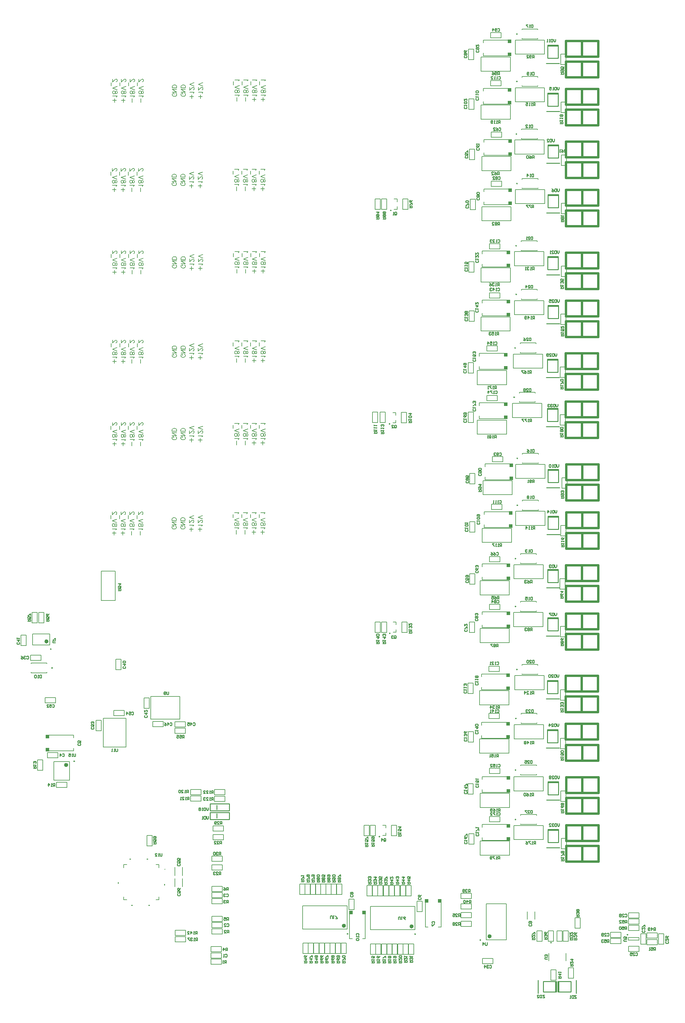
<source format=gbr>
%TF.GenerationSoftware,Altium Limited,Altium Designer,24.10.1 (45)*%
G04 Layer_Color=32896*
%FSLAX43Y43*%
%MOMM*%
%TF.SameCoordinates,766D9AF5-BA92-4156-BEB6-FD46E2A8267A*%
%TF.FilePolarity,Positive*%
%TF.FileFunction,Legend,Bot*%
%TF.Part,Single*%
G01*
G75*
%TA.AperFunction,NonConductor*%
%ADD78C,0.250*%
%ADD79C,0.600*%
%ADD80C,0.152*%
%ADD81C,0.200*%
%ADD82C,0.254*%
%ADD83C,0.635*%
%ADD84R,1.000X1.000*%
%ADD85R,1.000X1.000*%
%ADD86R,1.000X1.000*%
%ADD87R,1.000X1.000*%
%ADD88R,1.000X1.000*%
%ADD89R,3.048X0.381*%
%ADD90R,0.381X3.048*%
G36*
X33816Y32725D02*
X34197D01*
Y32471D01*
X33816D01*
Y32725D01*
D02*
G37*
G36*
X30156Y39266D02*
X29902D01*
Y38885D01*
X30156D01*
Y39266D01*
D02*
G37*
G36*
X33316Y45927D02*
X33697D01*
Y46181D01*
X33316D01*
Y45927D01*
D02*
G37*
G36*
X38816Y32725D02*
X39197D01*
Y32471D01*
X38816D01*
Y32725D01*
D02*
G37*
G36*
X43358Y38766D02*
X43612D01*
Y38385D01*
X43358D01*
Y38766D01*
D02*
G37*
G36*
X38316Y45927D02*
X38697D01*
Y46181D01*
X38316D01*
Y45927D01*
D02*
G37*
D78*
X17343Y74522D02*
G03*
X17343Y74522I-125J0D01*
G01*
X96865Y24275D02*
G03*
X96865Y24275I-125J0D01*
G01*
X116540Y24200D02*
G03*
X116540Y24200I-125J0D01*
G01*
X178313Y24018D02*
G03*
X178313Y24018I-125J0D01*
G01*
X135493Y22462D02*
G03*
X135493Y22462I-125J0D01*
G01*
X156057Y21712D02*
G03*
X156057Y21712I-125J0D01*
G01*
X109080Y172763D02*
G03*
X109080Y172763I-125J0D01*
G01*
X109450Y234920D02*
G03*
X109450Y234920I-125J0D01*
G01*
X145348Y180514D02*
G03*
X145348Y180514I-125J0D01*
G01*
X145618Y194854D02*
G03*
X145618Y194854I-125J0D01*
G01*
X145935Y210464D02*
G03*
X145935Y210464I-125J0D01*
G01*
X145930Y224619D02*
G03*
X145930Y224619I-125J0D01*
G01*
X146135Y272463D02*
G03*
X146135Y272463I-125J0D01*
G01*
Y286273D02*
G03*
X146135Y286273I-125J0D01*
G01*
X146181Y242738D02*
G03*
X146181Y242738I-125J0D01*
G01*
X145997Y257148D02*
G03*
X145997Y257148I-125J0D01*
G01*
X145749Y57565D02*
G03*
X145749Y57565I-125J0D01*
G01*
Y71975D02*
G03*
X145749Y71975I-125J0D01*
G01*
X145849Y86985D02*
G03*
X145849Y86985I-125J0D01*
G01*
X146154Y101248D02*
G03*
X146154Y101248I-125J0D01*
G01*
X146259Y149059D02*
G03*
X146259Y149059I-125J0D01*
G01*
Y162729D02*
G03*
X146259Y162729I-125J0D01*
G01*
X145731Y119609D02*
G03*
X145731Y119609I-125J0D01*
G01*
X145716Y133525D02*
G03*
X145716Y133525I-125J0D01*
G01*
X109165Y111775D02*
G03*
X109165Y111775I-125J0D01*
G01*
X106150Y52600D02*
G03*
X106150Y52600I-125J0D01*
G01*
X10905Y101709D02*
G03*
X10905Y101709I-125J0D01*
G01*
X10545Y107184D02*
G03*
X10545Y107184I-125J0D01*
G01*
D79*
X15168Y73442D02*
G03*
X15168Y73442I-300J0D01*
G01*
X95975Y26625D02*
G03*
X95975Y26625I-300J0D01*
G01*
X115675Y26450D02*
G03*
X115675Y26450I-300J0D01*
G01*
X138368Y23557D02*
G03*
X138368Y23557I-300J0D01*
G01*
X9440Y109409D02*
G03*
X9440Y109409I-300J0D01*
G01*
D80*
X43684Y43076D02*
G03*
X43684Y43076I-76J0D01*
G01*
X40991Y44457D02*
X41888D01*
X40991Y34195D02*
X41888D01*
X31626D02*
Y35092D01*
Y44457D02*
X32523D01*
X41888Y43560D02*
Y44457D01*
Y34195D02*
Y35092D01*
X31626Y34195D02*
X32523D01*
X31626Y43560D02*
Y44457D01*
D81*
X109493Y52876D02*
Y55924D01*
X111017D01*
X109493Y52876D02*
X111017D01*
Y55924D01*
X15868Y69042D02*
Y74442D01*
X11268Y69042D02*
Y74442D01*
X15868D01*
X11268Y69042D02*
X15868D01*
X9750Y82130D02*
X17050D01*
X9750Y81330D02*
Y82130D01*
Y77530D02*
X17050D01*
Y81330D02*
Y82130D01*
X9750Y77530D02*
Y78330D01*
X17050Y77530D02*
Y78330D01*
X9401Y75568D02*
X12449D01*
X9401D02*
Y77092D01*
X12449Y75568D02*
Y77092D01*
X9401D02*
X12449D01*
X8112Y71873D02*
Y74921D01*
X6588Y71873D02*
X8112D01*
X6588Y74921D02*
X8112D01*
X6588Y71873D02*
Y74921D01*
X12044Y68421D02*
X15092D01*
Y66897D02*
Y68421D01*
X12044Y66897D02*
Y68421D01*
Y66897D02*
X15092D01*
X104922Y18251D02*
Y21299D01*
X103398Y18251D02*
X104922D01*
X103398Y21299D02*
X104922D01*
X103398Y18251D02*
Y21299D01*
X106467Y18251D02*
Y21299D01*
X104943Y18251D02*
X106467D01*
X104943Y21299D02*
X106467D01*
X104943Y18251D02*
Y21299D01*
X108137Y18251D02*
Y21299D01*
X106613Y18251D02*
X108137D01*
X106613Y21299D02*
X108137D01*
X106613Y18251D02*
Y21299D01*
X109727Y18251D02*
Y21299D01*
X108203Y18251D02*
X109727D01*
X108203Y21299D02*
X109727D01*
X108203Y18251D02*
Y21299D01*
X111237Y18251D02*
Y21299D01*
X109713Y18251D02*
X111237D01*
X109713Y21299D02*
X111237D01*
X109713Y18251D02*
Y21299D01*
X112867Y18251D02*
Y21299D01*
X111343Y18251D02*
X112867D01*
X111343Y21299D02*
X112867D01*
X111343Y18251D02*
Y21299D01*
X91658Y18546D02*
Y21594D01*
X90134Y18546D02*
X91658D01*
X90134Y21594D02*
X91658D01*
X90134Y18546D02*
Y21594D01*
X107178Y35327D02*
Y38375D01*
X108702D01*
X107178Y35327D02*
X108702D01*
Y38375D01*
X105509Y35327D02*
Y38375D01*
X107033D01*
X105509Y35327D02*
X107033D01*
Y38375D01*
X103964Y35327D02*
Y38375D01*
X105488D01*
X103964Y35327D02*
X105488D01*
Y38375D01*
X108818Y35327D02*
Y38375D01*
X110342D01*
X108818Y35327D02*
X110342D01*
Y38375D01*
X102408Y35327D02*
Y38375D01*
X103932D01*
X102408Y35327D02*
X103932D01*
Y38375D01*
X110463Y35327D02*
Y38375D01*
X111987D01*
X110463Y35327D02*
X111987D01*
Y38375D01*
X112153Y35327D02*
Y38375D01*
X113677D01*
X112153Y35327D02*
X113677D01*
Y38375D01*
X113772Y35327D02*
Y38375D01*
X115296D01*
X113772Y35327D02*
X115296D01*
Y38375D01*
X116012Y18251D02*
Y21299D01*
X114488Y18251D02*
X116012D01*
X114488Y21299D02*
X116012D01*
X114488Y18251D02*
Y21299D01*
X114412Y18251D02*
Y21299D01*
X112888Y18251D02*
X114412D01*
X112888Y21299D02*
X114412D01*
X112888Y18251D02*
Y21299D01*
X87433Y35751D02*
Y38799D01*
X88957D01*
X87433Y35751D02*
X88957D01*
Y38799D01*
X85924Y35751D02*
Y38799D01*
X87448D01*
X85924Y35751D02*
X87448D01*
Y38799D01*
X88382Y18546D02*
Y21594D01*
X86858Y18546D02*
X88382D01*
X86858Y21594D02*
X88382D01*
X86858Y18546D02*
Y21594D01*
X86827Y18546D02*
Y21594D01*
X85303Y18546D02*
X86827D01*
X85303Y21594D02*
X86827D01*
X85303Y18546D02*
Y21594D01*
X85252Y18551D02*
Y21599D01*
X83728Y18551D02*
X85252D01*
X83728Y21599D02*
X85252D01*
X83728Y18551D02*
Y21599D01*
X88933Y35751D02*
Y38799D01*
X90457D01*
X88933Y35751D02*
X90457D01*
Y38799D01*
X83675Y25625D02*
Y32425D01*
X96675Y25625D02*
Y32425D01*
X83675D02*
X96675D01*
X83675Y25625D02*
X96675D01*
X103375Y25450D02*
Y32250D01*
X116375Y25450D02*
Y32250D01*
X103375D02*
X116375D01*
X103375Y25450D02*
X116375D01*
X97325Y22825D02*
X98125D01*
X97325Y30125D02*
X98125D01*
X101125Y22825D02*
X101925D01*
X97325D02*
Y30125D01*
X101125D02*
X101925D01*
Y22825D02*
Y30125D01*
X119375Y26225D02*
X120175D01*
X119375Y33525D02*
X120175D01*
X123175Y26225D02*
X123975D01*
X119375D02*
Y33525D01*
X123175D02*
X123975D01*
Y26225D02*
Y33525D01*
X29338Y101215D02*
Y104263D01*
X30862D01*
X29338Y101215D02*
X30862D01*
Y104263D01*
X29150Y121350D02*
Y129875D01*
X25050Y121350D02*
X29100D01*
X25050Y129875D02*
X29150D01*
X25050Y121350D02*
Y129875D01*
X3282Y108225D02*
Y111273D01*
X1758Y108225D02*
X3282D01*
X1758Y111273D02*
X3282D01*
X1758Y108225D02*
Y111273D01*
X46511Y86009D02*
X49559D01*
Y84485D02*
Y86009D01*
X46511Y84485D02*
Y86009D01*
Y84485D02*
X49559D01*
X47910Y86759D02*
Y93359D01*
X39510D02*
X47910D01*
X39510Y86759D02*
X47910D01*
X39510D02*
Y93359D01*
X151222Y28504D02*
Y30704D01*
X149072Y28504D02*
Y30704D01*
X160226Y78161D02*
Y81209D01*
X158702Y78161D02*
X160226D01*
X158702Y81209D02*
X160226D01*
X158702Y78161D02*
Y81209D01*
X131822Y80081D02*
Y83129D01*
X133346D01*
X131822Y80081D02*
X133346D01*
Y83129D01*
X131812Y94269D02*
Y97317D01*
X133336D01*
X131812Y94269D02*
X133336D01*
Y97317D01*
X132242Y141265D02*
Y144313D01*
X133766D01*
X132242Y141265D02*
X133766D01*
Y144313D01*
X138870Y161697D02*
X141918D01*
X138870D02*
Y163221D01*
X141918Y161697D02*
Y163221D01*
X138870D02*
X141918D01*
X132460Y235154D02*
Y238202D01*
X133984D01*
X132460Y235154D02*
X133984D01*
Y238202D01*
X138532Y241936D02*
X141580D01*
X138532D02*
Y243460D01*
X141580Y241936D02*
Y243460D01*
X138532D02*
X141580D01*
X132180Y249664D02*
Y252712D01*
X133704D01*
X132180Y249664D02*
X133704D01*
Y252712D01*
X160352Y263379D02*
Y266427D01*
X158828Y263379D02*
X160352D01*
X158828Y266427D02*
X160352D01*
X158828Y263379D02*
Y266427D01*
X160492Y215660D02*
Y218708D01*
X158968Y215660D02*
X160492D01*
X158968Y218708D02*
X160492D01*
X158968Y215660D02*
Y218708D01*
X160095Y186300D02*
Y189348D01*
X158571Y186300D02*
X160095D01*
X158571Y189348D02*
X160095D01*
X158571Y186300D02*
Y189348D01*
X178463Y22468D02*
X181563D01*
X178463Y23168D02*
X181563D01*
Y22468D02*
Y23168D01*
X178463Y22468D02*
Y23168D01*
X173269Y21426D02*
X176317D01*
X173269D02*
Y22950D01*
X176317Y21426D02*
Y22950D01*
X173269D02*
X176317D01*
X178489Y27076D02*
X181537D01*
X178489D02*
Y28600D01*
X181537Y27076D02*
Y28600D01*
X178489D02*
X181537D01*
X183839Y21046D02*
X186887D01*
X183839D02*
Y22570D01*
X186887Y21046D02*
Y22570D01*
X183839D02*
X186887D01*
X178489Y25236D02*
X181537D01*
X178489D02*
Y26760D01*
X181537Y25236D02*
Y26760D01*
X178489D02*
X181537D01*
X183839Y23056D02*
X186887D01*
X183839D02*
Y24580D01*
X186887Y23056D02*
Y24580D01*
X183839D02*
X186887D01*
X173269Y24760D02*
X176317D01*
Y23236D02*
Y24760D01*
X173269Y23236D02*
Y24760D01*
Y23236D02*
X176317D01*
X178495Y28895D02*
X181543D01*
X178495D02*
Y30419D01*
X181543Y28895D02*
Y30419D01*
X178495D02*
X181543D01*
X183598Y21294D02*
Y24342D01*
X182074Y21294D02*
X183598D01*
X182074Y24342D02*
X183598D01*
X182074Y21294D02*
Y24342D01*
X188755Y21294D02*
Y24342D01*
X187231Y21294D02*
X188755D01*
X187231Y24342D02*
X188755D01*
X187231Y21294D02*
Y24342D01*
X178489Y19129D02*
X181537D01*
X178489D02*
Y20653D01*
X181537Y19129D02*
Y20653D01*
X178489D02*
X181537D01*
X137068Y22557D02*
Y33057D01*
X142918Y22557D02*
Y33057D01*
X137068Y22557D02*
X142918D01*
X137068Y33057D02*
X142918D01*
X129779Y30474D02*
X132827D01*
Y28950D02*
Y30474D01*
X129779Y28950D02*
Y30474D01*
Y28950D02*
X132827D01*
X129779Y34525D02*
X132827D01*
X129779D02*
Y36049D01*
X132827Y34525D02*
Y36049D01*
X129779D02*
X132827D01*
X129779Y33014D02*
X132827D01*
Y31490D02*
Y33014D01*
X129779Y31490D02*
Y33014D01*
Y31490D02*
X132827D01*
X129779Y27934D02*
X132827D01*
Y26410D02*
Y27934D01*
X129779Y26410D02*
Y27934D01*
Y26410D02*
X132827D01*
X57563Y51659D02*
X60611D01*
X57563D02*
Y53183D01*
X60611Y51659D02*
Y53183D01*
X57563D02*
X60611D01*
X57563Y54199D02*
X60611D01*
X57563D02*
Y55723D01*
X60611Y54199D02*
Y55723D01*
X57563D02*
X60611D01*
X38397Y49883D02*
Y52931D01*
X39921D01*
X38397Y49883D02*
X39921D01*
Y52931D01*
X58028Y64799D02*
X61076D01*
X58028D02*
Y66323D01*
X61076Y64799D02*
Y66323D01*
X58028D02*
X61076D01*
X51068D02*
X54116D01*
Y64799D02*
Y66323D01*
X51068Y64799D02*
Y66323D01*
Y64799D02*
X54116D01*
X51068Y64473D02*
X54116D01*
Y62949D02*
Y64473D01*
X51068Y62949D02*
Y64473D01*
Y62949D02*
X54116D01*
X58028Y62799D02*
X61076D01*
X58028D02*
Y64323D01*
X61076Y62799D02*
Y64323D01*
X58028D02*
X61076D01*
X57299Y36314D02*
X60347D01*
Y34790D02*
Y36314D01*
X57299Y34790D02*
Y36314D01*
Y34790D02*
X60347D01*
X57299Y36622D02*
X60347D01*
X57299D02*
Y38146D01*
X60347Y36622D02*
Y38146D01*
X57299D02*
X60347D01*
X57302Y25713D02*
X60350D01*
Y24189D02*
Y25713D01*
X57302Y24189D02*
Y25713D01*
Y24189D02*
X60350D01*
X57302Y27858D02*
X60350D01*
X57302D02*
Y29382D01*
X60350Y27858D02*
Y29382D01*
X57302D02*
X60350D01*
X57302Y27594D02*
X60350D01*
Y26070D02*
Y27594D01*
X57302Y26070D02*
Y27594D01*
Y26070D02*
X60350D01*
X57299Y34546D02*
X60347D01*
Y33022D02*
Y34546D01*
X57299Y33022D02*
Y34546D01*
Y33022D02*
X60347D01*
X46552Y41270D02*
Y43682D01*
X48702Y41270D02*
Y43682D01*
X57233Y46893D02*
X60281D01*
Y45369D02*
Y46893D01*
X57233Y45369D02*
Y46893D01*
Y45369D02*
X60281D01*
X46563Y23774D02*
X49611D01*
X46563D02*
Y25298D01*
X49611Y23774D02*
Y25298D01*
X46563D02*
X49611D01*
X48702Y37980D02*
Y40392D01*
X46552Y37980D02*
Y40392D01*
X57233Y44353D02*
X60281D01*
Y42829D02*
Y44353D01*
X57233Y42829D02*
Y44353D01*
Y42829D02*
X60281D01*
X56998Y18719D02*
X60046D01*
Y17195D02*
Y18719D01*
X56998Y17195D02*
Y18719D01*
Y17195D02*
X60046D01*
X56987Y16909D02*
X60035D01*
Y15385D02*
Y16909D01*
X56987Y15385D02*
Y16909D01*
Y15385D02*
X60035D01*
X56998Y19025D02*
X60046D01*
X56998D02*
Y20549D01*
X60046Y19025D02*
Y20549D01*
X56998D02*
X60046D01*
X46563Y23458D02*
X49611D01*
Y21934D02*
Y23458D01*
X46563Y21934D02*
Y23458D01*
Y21934D02*
X49611D01*
X85892Y35751D02*
Y38799D01*
X84368Y35751D02*
X85892D01*
X84368Y38799D02*
X85892D01*
X84368Y35751D02*
Y38799D01*
X91993Y35751D02*
Y38799D01*
X90469Y35751D02*
X91993D01*
X90469Y38799D02*
X91993D01*
X90469Y35751D02*
Y38799D01*
X93512Y35751D02*
Y38799D01*
X91988Y35751D02*
X93512D01*
X91988Y38799D02*
X93512D01*
X91988Y35751D02*
Y38799D01*
X160970Y11368D02*
Y14416D01*
X162494D01*
X160970Y11368D02*
X162494D01*
Y14416D01*
X157424Y10768D02*
Y13816D01*
X155900Y10768D02*
X157424D01*
X155900Y13816D02*
X157424D01*
X155900Y10768D02*
Y13816D01*
X155342Y16462D02*
Y18662D01*
X160342Y16462D02*
Y18662D01*
X160969Y22108D02*
Y25156D01*
X159445Y22108D02*
X160969D01*
X159445Y25156D02*
X160969D01*
X159445Y22108D02*
Y25156D01*
X159239Y22108D02*
Y25156D01*
X157715Y22108D02*
X159239D01*
X157715Y25156D02*
X159239D01*
X157715Y22108D02*
Y25156D01*
X155175Y22108D02*
Y25156D01*
X156699D01*
X155175Y22108D02*
X156699D01*
Y25156D01*
X151830Y22108D02*
Y25156D01*
X153354D01*
X151830Y22108D02*
X153354D01*
Y25156D01*
X164474Y25888D02*
Y28936D01*
X162950Y25888D02*
X164474D01*
X162950Y28936D02*
X164474D01*
X162950Y25888D02*
Y28936D01*
X134513Y169764D02*
X143038D01*
X134513Y169814D02*
Y173864D01*
X143038Y169764D02*
Y173864D01*
X134513D02*
X143038D01*
X158641Y172360D02*
Y175408D01*
X160165D01*
X158641Y172360D02*
X160165D01*
Y175408D01*
X144748Y174624D02*
X153273D01*
X144748D02*
Y178724D01*
X153273Y174624D02*
Y178674D01*
X144748Y178724D02*
X153273D01*
X134483Y188274D02*
X143008D01*
Y184174D02*
Y188274D01*
X134483Y184224D02*
Y188274D01*
Y184174D02*
X143008D01*
X145018Y188974D02*
X153543D01*
X145018D02*
Y193074D01*
X153543Y188974D02*
Y193024D01*
X145018Y193074D02*
X153543D01*
X135550Y199823D02*
X144075D01*
X135550Y199873D02*
Y203923D01*
X144075Y199823D02*
Y203923D01*
X135550D02*
X144075D01*
X158788Y201660D02*
Y204708D01*
X160312D01*
X158788Y201660D02*
X160312D01*
Y204708D01*
X145335Y208664D02*
X153860D01*
Y204564D02*
Y208614D01*
X145335Y204564D02*
Y208664D01*
Y204564D02*
X153860D01*
X135610Y218164D02*
X144135D01*
Y214064D02*
Y218164D01*
X135610Y214114D02*
Y218164D01*
Y214064D02*
X144135D01*
X145330Y218819D02*
X153855D01*
X145330D02*
Y222919D01*
X153855Y218819D02*
Y222869D01*
X145330Y222919D02*
X153855D01*
X135620Y261463D02*
X144145D01*
X135620Y261513D02*
Y265563D01*
X144145Y261463D02*
Y265563D01*
X135620D02*
X144145D01*
X145535Y270613D02*
X154060D01*
Y266513D02*
Y270563D01*
X145535Y266513D02*
Y270613D01*
Y266513D02*
X154060D01*
X107699Y173119D02*
Y176167D01*
X106175Y173119D02*
X107699D01*
X106175Y176167D02*
X107699D01*
X106175Y173119D02*
Y176167D01*
X104041Y173119D02*
Y176167D01*
X105565D01*
X104041Y173119D02*
X105565D01*
Y176167D01*
X112400Y173039D02*
Y176087D01*
X113924D01*
X112400Y173039D02*
X113924D01*
Y176087D01*
X95082Y35751D02*
Y38799D01*
X93558Y35751D02*
X95082D01*
X93558Y38799D02*
X95082D01*
X93558Y35751D02*
Y38799D01*
X135620Y279563D02*
X144145D01*
Y275463D02*
Y279563D01*
X135620Y275513D02*
Y279563D01*
Y275463D02*
X144145D01*
X158738Y277349D02*
Y280397D01*
X160262D01*
X158738Y277349D02*
X160262D01*
Y280397D01*
X145535Y284493D02*
X154060D01*
Y280393D02*
Y284443D01*
X145535Y280393D02*
Y284493D01*
Y280393D02*
X154060D01*
X106653Y235246D02*
Y238294D01*
X108177D01*
X106653Y235246D02*
X108177D01*
Y238294D01*
X106256Y235246D02*
Y238294D01*
X104732Y235246D02*
X106256D01*
X104732Y238294D02*
X106256D01*
X104732Y235246D02*
Y238294D01*
X135792Y231878D02*
X144317D01*
X135792Y231928D02*
Y235978D01*
X144317Y231878D02*
Y235978D01*
X135792D02*
X144317D01*
X158910Y233974D02*
Y237022D01*
X160434D01*
X158910Y233974D02*
X160434D01*
Y237022D01*
X145581Y240978D02*
X154106D01*
Y236878D02*
Y240928D01*
X145581Y236878D02*
Y240978D01*
Y236878D02*
X154106D01*
X114323Y235196D02*
Y238244D01*
X112799Y235196D02*
X114323D01*
X112799Y238244D02*
X114323D01*
X112799Y235196D02*
Y238244D01*
X82855Y35751D02*
Y38799D01*
X84379D01*
X82855Y35751D02*
X84379D01*
Y38799D01*
X96367Y18546D02*
Y21594D01*
X94843Y18546D02*
X96367D01*
X94843Y21594D02*
X96367D01*
X94843Y18546D02*
Y21594D01*
X135806Y250588D02*
X144331D01*
Y246488D02*
Y250588D01*
X135806Y246538D02*
Y250588D01*
Y246488D02*
X144331D01*
X158930Y247954D02*
Y251002D01*
X160454D01*
X158930Y247954D02*
X160454D01*
Y251002D01*
X145397Y251308D02*
X153922D01*
X145397D02*
Y255408D01*
X153922Y251308D02*
Y255358D01*
X145397Y255408D02*
X153922D01*
X109905Y173063D02*
X110805D01*
Y173863D01*
X109905Y176063D02*
X110805D01*
Y175263D02*
Y176063D01*
X110275Y235220D02*
X111175D01*
Y236020D01*
X110275Y238220D02*
X111175D01*
Y237420D02*
Y238220D01*
X146723Y179054D02*
Y179289D01*
Y181739D02*
Y181974D01*
X151323D01*
Y179054D02*
Y179289D01*
Y181739D02*
Y181974D01*
X146723Y179054D02*
X151323D01*
X146993Y193394D02*
Y193629D01*
Y196079D02*
Y196314D01*
X151593D01*
Y193394D02*
Y193629D01*
Y196079D02*
Y196314D01*
X146993Y193394D02*
X151593D01*
X147310Y209004D02*
Y209239D01*
Y211689D02*
Y211924D01*
X151910D01*
Y209004D02*
Y209239D01*
Y211689D02*
Y211924D01*
X147310Y209004D02*
X151910D01*
X147305Y223159D02*
Y223394D01*
Y225844D02*
Y226079D01*
X151905D01*
Y223159D02*
Y223394D01*
Y225844D02*
Y226079D01*
X147305Y223159D02*
X151905D01*
X147510Y271003D02*
X152110D01*
Y273688D02*
Y273923D01*
Y271003D02*
Y271238D01*
X147510Y273923D02*
X152110D01*
X147510Y273688D02*
Y273923D01*
Y271003D02*
Y271238D01*
Y284813D02*
X152110D01*
Y287498D02*
Y287733D01*
Y284813D02*
Y285048D01*
X147510Y287733D02*
X152110D01*
X147510Y287498D02*
Y287733D01*
Y284813D02*
Y285048D01*
X147556Y241278D02*
Y241513D01*
Y243963D02*
Y244198D01*
X152156D01*
Y241278D02*
Y241513D01*
Y243963D02*
Y244198D01*
X147556Y241278D02*
X152156D01*
X147372Y255688D02*
X151972D01*
Y258373D02*
Y258608D01*
Y255688D02*
Y255923D01*
X147372Y258608D02*
X151972D01*
X147372Y258373D02*
Y258608D01*
Y255688D02*
Y255923D01*
X137239Y181016D02*
X140287D01*
Y179492D02*
Y181016D01*
X137239Y179492D02*
Y181016D01*
Y179492D02*
X140287D01*
X135113Y174264D02*
X142413D01*
Y175064D01*
X135113Y178864D02*
X142413D01*
X135113Y174264D02*
Y175064D01*
X142413Y178064D02*
Y178864D01*
X135113Y178064D02*
Y178864D01*
X131861Y173130D02*
Y176178D01*
X133385D01*
X131861Y173130D02*
X133385D01*
Y176178D01*
X137239Y195486D02*
X140287D01*
Y193962D02*
Y195486D01*
X137239Y193962D02*
Y195486D01*
Y193962D02*
X140287D01*
X135113Y188664D02*
X142413D01*
Y189464D01*
X135113Y193264D02*
X142413D01*
X135113Y188664D02*
Y189464D01*
X142413Y192464D02*
Y193264D01*
X135113Y192464D02*
Y193264D01*
X133355Y187530D02*
Y190578D01*
X131831Y187530D02*
X133355D01*
X131831Y190578D02*
X133355D01*
X131831Y187530D02*
Y190578D01*
X138016Y210915D02*
X141064D01*
Y209391D02*
Y210915D01*
X138016Y209391D02*
Y210915D01*
Y209391D02*
X141064D01*
X135890Y204183D02*
X143190D01*
Y204983D01*
X135890Y208783D02*
X143190D01*
X135890Y204183D02*
Y204983D01*
X143190Y207983D02*
Y208783D01*
X135890Y207983D02*
Y208783D01*
X132088Y202590D02*
Y205638D01*
X133612D01*
X132088Y202590D02*
X133612D01*
Y205638D01*
X138046Y223712D02*
X141094D01*
X138046D02*
Y225236D01*
X141094Y223712D02*
Y225236D01*
X138046D02*
X141094D01*
X135920Y222284D02*
Y223084D01*
X143220Y222284D02*
Y223084D01*
X135920Y218484D02*
Y219284D01*
Y223084D02*
X143220D01*
Y218484D02*
Y219284D01*
X135920Y218484D02*
X143220D01*
X133572Y216960D02*
Y220008D01*
X132048Y216960D02*
X133572D01*
X132048Y220008D02*
X133572D01*
X132048Y216960D02*
Y220008D01*
X138346Y272675D02*
X141394D01*
Y271151D02*
Y272675D01*
X138346Y271151D02*
Y272675D01*
Y271151D02*
X141394D01*
X136220Y265843D02*
X143520D01*
Y266643D01*
X136220Y270443D02*
X143520D01*
X136220Y265843D02*
Y266643D01*
X143520Y269643D02*
Y270443D01*
X136220Y269643D02*
Y270443D01*
X133532Y264359D02*
Y267407D01*
X132008Y264359D02*
X133532D01*
X132008Y267407D02*
X133532D01*
X132008Y264359D02*
Y267407D01*
X138346Y285121D02*
X141394D01*
X138346D02*
Y286645D01*
X141394Y285121D02*
Y286645D01*
X138346D02*
X141394D01*
X136220Y279923D02*
X143520D01*
Y280723D01*
X136220Y284523D02*
X143520D01*
X136220Y279923D02*
Y280723D01*
X143520Y283723D02*
Y284523D01*
X136220Y283723D02*
Y284523D01*
X133442Y278819D02*
Y281867D01*
X131918Y278819D02*
X133442D01*
X131918Y281867D02*
X133442D01*
X131918Y278819D02*
Y281867D01*
X136392Y236568D02*
X143692D01*
Y237368D01*
X136392Y241168D02*
X143692D01*
X136392Y236568D02*
Y237368D01*
X143692Y240368D02*
Y241168D01*
X136392Y240368D02*
Y241168D01*
X138532Y257718D02*
X141580D01*
Y256194D02*
Y257718D01*
X138532Y256194D02*
Y257718D01*
Y256194D02*
X141580D01*
X136406Y254733D02*
Y255533D01*
X143706Y254733D02*
Y255533D01*
X136406Y250933D02*
Y251733D01*
Y255533D02*
X143706D01*
Y250933D02*
Y251733D01*
X136406Y250933D02*
X143706D01*
X98689Y31301D02*
Y34349D01*
X97165Y31301D02*
X98689D01*
X97165Y34349D02*
X98689D01*
X97165Y31301D02*
Y34349D01*
X118487Y30726D02*
Y33774D01*
X116963Y30726D02*
X118487D01*
X116963Y33774D02*
X118487D01*
X116963Y30726D02*
Y33774D01*
X135324Y51295D02*
X143849D01*
Y47195D02*
Y51295D01*
X135324Y47245D02*
Y51295D01*
Y47195D02*
X143849D01*
X160476Y49061D02*
Y52109D01*
X158952Y49061D02*
X160476D01*
X158952Y52109D02*
X160476D01*
X158952Y49061D02*
Y52109D01*
X145149Y55815D02*
X153674D01*
Y51715D02*
Y55765D01*
X145149Y51715D02*
Y55815D01*
Y51715D02*
X153674D01*
X135324Y65169D02*
X143849D01*
Y61069D02*
Y65169D01*
X135324Y61119D02*
Y65169D01*
Y61069D02*
X143849D01*
X160286Y62831D02*
Y65879D01*
X158762Y62831D02*
X160286D01*
X158762Y65879D02*
X160286D01*
X158762Y62831D02*
Y65879D01*
X145149Y65915D02*
X153674D01*
X145149D02*
Y70015D01*
X153674Y65915D02*
Y69965D01*
X145149Y70015D02*
X153674D01*
X135164Y80995D02*
X143689D01*
Y76895D02*
Y80995D01*
X135164Y76945D02*
Y80995D01*
Y76895D02*
X143689D01*
X145219Y85165D02*
X153744D01*
Y81065D02*
Y85115D01*
X145219Y81065D02*
Y85165D01*
Y81065D02*
X153744D01*
X135164Y95075D02*
X143689D01*
Y90975D02*
Y95075D01*
X135164Y91025D02*
Y95075D01*
Y90975D02*
X143689D01*
X160246Y92291D02*
Y95339D01*
X158722Y92291D02*
X160246D01*
X158722Y95339D02*
X160246D01*
X158722Y92291D02*
Y95339D01*
X145434Y99478D02*
X153959D01*
Y95378D02*
Y99428D01*
X145434Y95378D02*
Y99478D01*
Y95378D02*
X153959D01*
X135924Y142349D02*
X144449D01*
Y138249D02*
Y142349D01*
X135924Y138299D02*
Y142349D01*
Y138249D02*
X144449D01*
X158802Y140105D02*
Y143153D01*
X160326D01*
X158802Y140105D02*
X160326D01*
Y143153D01*
X145659Y147299D02*
X154184D01*
Y143199D02*
Y147249D01*
X145659Y143199D02*
Y147299D01*
Y143199D02*
X154184D01*
X136144Y152129D02*
X144669D01*
X136144Y152179D02*
Y156229D01*
X144669Y152129D02*
Y156229D01*
X136144D02*
X144669D01*
X159092Y154025D02*
Y157073D01*
X160616D01*
X159092Y154025D02*
X160616D01*
Y157073D01*
X145659Y156869D02*
X154184D01*
X145659D02*
Y160969D01*
X154184Y156869D02*
Y160919D01*
X145659Y160969D02*
X154184D01*
X135306Y113189D02*
X143831D01*
Y109089D02*
Y113189D01*
X135306Y109139D02*
Y113189D01*
Y109089D02*
X143831D01*
X160188Y110765D02*
Y113813D01*
X158664Y110765D02*
X160188D01*
X158664Y113813D02*
X160188D01*
X158664Y110765D02*
Y113813D01*
X145101Y113749D02*
X153626D01*
X145101D02*
Y117849D01*
X153626Y113749D02*
Y117799D01*
X145101Y117849D02*
X153626D01*
X94762Y18546D02*
Y21594D01*
X93238Y18546D02*
X94762D01*
X93238Y21594D02*
X94762D01*
X93238Y18546D02*
Y21594D01*
X91679Y18546D02*
Y21594D01*
X93203D01*
X91679Y18546D02*
X93203D01*
Y21594D01*
X88493Y18546D02*
Y21594D01*
X90017D01*
X88493Y18546D02*
X90017D01*
Y21594D01*
X135306Y127074D02*
X143831D01*
Y122974D02*
Y127074D01*
X135306Y123024D02*
Y127074D01*
Y122974D02*
X143831D01*
X158534Y124645D02*
Y127693D01*
X160058D01*
X158534Y124645D02*
X160058D01*
Y127693D01*
X145136Y131775D02*
X153661D01*
Y127675D02*
Y131725D01*
X145136Y127675D02*
Y131775D01*
Y127675D02*
X153661D01*
X147124Y56105D02*
Y56340D01*
Y58790D02*
Y59025D01*
X151724D01*
Y56105D02*
Y56340D01*
Y58790D02*
Y59025D01*
X147124Y56105D02*
X151724D01*
X147124Y70515D02*
X151724D01*
Y73200D02*
Y73435D01*
Y70515D02*
Y70750D01*
X147124Y73435D02*
X151724D01*
X147124Y73200D02*
Y73435D01*
Y70515D02*
Y70750D01*
X147224Y85525D02*
Y85760D01*
Y88210D02*
Y88445D01*
X151824D01*
Y85525D02*
Y85760D01*
Y88210D02*
Y88445D01*
X147224Y85525D02*
X151824D01*
X147529Y99788D02*
X152129D01*
Y102473D02*
Y102708D01*
Y99788D02*
Y100023D01*
X147529Y102708D02*
X152129D01*
X147529Y102473D02*
Y102708D01*
Y99788D02*
Y100023D01*
X147634Y147599D02*
X152234D01*
Y150284D02*
Y150519D01*
Y147599D02*
Y147834D01*
X147634Y150519D02*
X152234D01*
X147634Y150284D02*
Y150519D01*
Y147599D02*
Y147834D01*
Y161269D02*
X152234D01*
Y163954D02*
Y164189D01*
Y161269D02*
Y161504D01*
X147634Y164189D02*
X152234D01*
X147634Y163954D02*
Y164189D01*
Y161269D02*
Y161504D01*
X147106Y118149D02*
X151706D01*
Y120834D02*
Y121069D01*
Y118149D02*
Y118384D01*
X147106Y121069D02*
X151706D01*
X147106Y120834D02*
Y121069D01*
Y118149D02*
Y118384D01*
X147091Y132065D02*
X151691D01*
Y134750D02*
Y134985D01*
Y132065D02*
Y132300D01*
X147091Y134985D02*
X151691D01*
X147091Y134750D02*
Y134985D01*
Y132065D02*
Y132300D01*
X138050Y58437D02*
X141098D01*
Y56913D02*
Y58437D01*
X138050Y56913D02*
Y58437D01*
Y56913D02*
X141098D01*
X135924Y51505D02*
X143224D01*
Y52305D01*
X135924Y56105D02*
X143224D01*
X135924Y51505D02*
Y52305D01*
X143224Y55305D02*
Y56105D01*
X135924Y55305D02*
Y56105D01*
X133536Y50391D02*
Y53439D01*
X132012Y50391D02*
X133536D01*
X132012Y53439D02*
X133536D01*
X132012Y50391D02*
Y53439D01*
X138050Y70927D02*
X141098D01*
X138050D02*
Y72451D01*
X141098Y70927D02*
Y72451D01*
X138050D02*
X141098D01*
X135924Y65459D02*
X143224D01*
Y66259D01*
X135924Y70059D02*
X143224D01*
X135924Y65459D02*
Y66259D01*
X143224Y69259D02*
Y70059D01*
X135924Y69259D02*
Y70059D01*
X131776Y64985D02*
Y68033D01*
X133300D01*
X131776Y64985D02*
X133300D01*
Y68033D01*
X137890Y86923D02*
X140938D01*
X137890D02*
Y88447D01*
X140938Y86923D02*
Y88447D01*
X137890D02*
X140938D01*
X135764Y81235D02*
X143064D01*
Y82035D01*
X135764Y85835D02*
X143064D01*
X135764Y81235D02*
Y82035D01*
X143064Y85035D02*
Y85835D01*
X135764Y85035D02*
Y85835D01*
X137890Y100663D02*
X140938D01*
X137890D02*
Y102187D01*
X140938Y100663D02*
Y102187D01*
X137890D02*
X140938D01*
X135764Y95335D02*
X143064D01*
Y96135D01*
X135764Y99935D02*
X143064D01*
X135764Y95335D02*
Y96135D01*
X143064Y99135D02*
Y99935D01*
X135764Y99135D02*
Y99935D01*
X138650Y149321D02*
X141698D01*
Y147797D02*
Y149321D01*
X138650Y147797D02*
Y149321D01*
Y147797D02*
X141698D01*
X136524Y142595D02*
X143824D01*
Y143395D01*
X136524Y147195D02*
X143824D01*
X136524Y142595D02*
Y143395D01*
X143824Y146395D02*
Y147195D01*
X136524Y146395D02*
Y147195D01*
X136744Y160299D02*
Y161099D01*
X144044Y160299D02*
Y161099D01*
X136744Y156499D02*
Y157299D01*
Y161099D02*
X144044D01*
Y156499D02*
Y157299D01*
X136744Y156499D02*
X144044D01*
X133826Y155315D02*
Y158363D01*
X132302Y155315D02*
X133826D01*
X132302Y158363D02*
X133826D01*
X132302Y155315D02*
Y158363D01*
X138032Y118687D02*
X141080D01*
X138032D02*
Y120211D01*
X141080Y118687D02*
Y120211D01*
X138032D02*
X141080D01*
X135906Y113434D02*
X143206D01*
Y114234D01*
X135906Y118034D02*
X143206D01*
X135906Y113434D02*
Y114234D01*
X143206Y117234D02*
Y118034D01*
X135906Y117234D02*
Y118034D01*
X133688Y112005D02*
Y115053D01*
X132164Y112005D02*
X133688D01*
X132164Y115053D02*
X133688D01*
X132164Y112005D02*
Y115053D01*
X138032Y132577D02*
X141080D01*
X138032D02*
Y134101D01*
X141080Y132577D02*
Y134101D01*
X138032D02*
X141080D01*
X135906Y127359D02*
X143206D01*
Y128159D01*
X135906Y131959D02*
X143206D01*
X135906Y127359D02*
Y128159D01*
X143206Y131159D02*
Y131959D01*
X135906Y131159D02*
Y131959D01*
X133818Y126035D02*
Y129083D01*
X132294Y126035D02*
X133818D01*
X132294Y129083D02*
X133818D01*
X132294Y126035D02*
Y129083D01*
X109990Y112075D02*
X110890D01*
Y112875D01*
X109990Y115075D02*
X110890D01*
Y114275D02*
Y115075D01*
X112586Y112051D02*
Y115099D01*
X114110D01*
X112586Y112051D02*
X114110D01*
Y115099D01*
X108132Y112051D02*
Y115099D01*
X106608Y112051D02*
X108132D01*
X106608Y115099D02*
X108132D01*
X106608Y112051D02*
Y115099D01*
X106292Y112051D02*
Y115099D01*
X104768Y112051D02*
X106292D01*
X104768Y115099D02*
X106292D01*
X104768Y112051D02*
Y115099D01*
X106975Y52900D02*
X107875D01*
Y53700D01*
X106975Y55900D02*
X107875D01*
Y55100D02*
Y55900D01*
X103037Y52856D02*
Y55904D01*
X101513Y52856D02*
X103037D01*
X101513Y55904D02*
X103037D01*
X101513Y52856D02*
Y55904D01*
X103343Y52856D02*
Y55904D01*
X104867D01*
X103343Y52856D02*
X104867D01*
Y55904D01*
X135974Y17087D02*
X139022D01*
Y15563D02*
Y17087D01*
X135974Y15563D02*
Y17087D01*
Y15563D02*
X139022D01*
X37508Y89935D02*
Y92983D01*
X39032D01*
X37508Y89935D02*
X39032D01*
Y92983D01*
X28766Y89301D02*
X31814D01*
Y87777D02*
Y89301D01*
X28766Y87777D02*
Y89301D01*
Y87777D02*
X31814D01*
X25720Y78669D02*
X32320D01*
Y87069D01*
X25720Y78669D02*
Y87069D01*
X32320D01*
X8402Y114845D02*
Y117893D01*
X6878Y114845D02*
X8402D01*
X6878Y117893D02*
X8402D01*
X6878Y114845D02*
Y117893D01*
X9280Y102934D02*
Y103169D01*
Y100249D02*
Y100484D01*
X4680Y100249D02*
X9280D01*
X4680Y102934D02*
Y103169D01*
Y100249D02*
Y100484D01*
Y103169D02*
X9280D01*
X5140Y108409D02*
X10140D01*
X5140Y111609D02*
X10140D01*
Y108409D02*
Y111609D01*
X5140Y108409D02*
Y111609D01*
X40106Y84577D02*
X43154D01*
X40106D02*
Y86101D01*
X43154Y84577D02*
Y86101D01*
X40106D02*
X43154D01*
X4481Y105453D02*
X7529D01*
Y103929D02*
Y105453D01*
X4481Y103929D02*
Y105453D01*
Y103929D02*
X7529D01*
X4978Y114845D02*
Y117893D01*
X6502D01*
X4978Y114845D02*
X6502D01*
Y117893D01*
X8776Y93064D02*
X11824D01*
Y91540D02*
Y93064D01*
X8776Y91540D02*
Y93064D01*
Y91540D02*
X11824D01*
X23548Y83395D02*
Y86443D01*
X25072D01*
X23548Y83395D02*
X25072D01*
Y86443D01*
X46541Y82615D02*
X49589D01*
X46541D02*
Y84139D01*
X49589Y82615D02*
Y84139D01*
X46541D02*
X49589D01*
X29504Y216945D02*
X28390D01*
X28947Y216388D02*
Y217502D01*
X29442Y217886D02*
X29504Y218010D01*
X29690Y218195D01*
X28390D01*
X29690Y219149D02*
X29628Y218963D01*
X29504Y218901D01*
X29381D01*
X29257Y218963D01*
X29195Y219087D01*
X29133Y219334D01*
X29071Y219520D01*
X28947Y219644D01*
X28823Y219706D01*
X28638D01*
X28514Y219644D01*
X28452Y219582D01*
X28390Y219396D01*
Y219149D01*
X28452Y218963D01*
X28514Y218901D01*
X28638Y218839D01*
X28823D01*
X28947Y218901D01*
X29071Y219025D01*
X29133Y219211D01*
X29195Y219458D01*
X29257Y219582D01*
X29381Y219644D01*
X29504D01*
X29628Y219582D01*
X29690Y219396D01*
Y219149D01*
Y219997D02*
X28390Y220492D01*
X29690Y220987D02*
X28390Y220492D01*
X27957Y221154D02*
Y222144D01*
X29381Y222373D02*
X29442D01*
X29566Y222435D01*
X29628Y222497D01*
X29690Y222621D01*
Y222868D01*
X29628Y222992D01*
X29566Y223054D01*
X29442Y223116D01*
X29319D01*
X29195Y223054D01*
X29009Y222930D01*
X28390Y222311D01*
Y223178D01*
X32044Y216945D02*
X30930D01*
X31487Y216388D02*
Y217502D01*
X31982Y217886D02*
X32044Y218010D01*
X32230Y218195D01*
X30930D01*
X32230Y219149D02*
X32168Y218963D01*
X32044Y218901D01*
X31921D01*
X31797Y218963D01*
X31735Y219087D01*
X31673Y219334D01*
X31611Y219520D01*
X31487Y219644D01*
X31364Y219706D01*
X31178D01*
X31054Y219644D01*
X30992Y219582D01*
X30930Y219396D01*
Y219149D01*
X30992Y218963D01*
X31054Y218901D01*
X31178Y218839D01*
X31364D01*
X31487Y218901D01*
X31611Y219025D01*
X31673Y219211D01*
X31735Y219458D01*
X31797Y219582D01*
X31921Y219644D01*
X32044D01*
X32168Y219582D01*
X32230Y219396D01*
Y219149D01*
Y219997D02*
X30930Y220492D01*
X32230Y220987D02*
X30930Y220492D01*
X30497Y221154D02*
Y222144D01*
X31921Y222373D02*
X31982D01*
X32106Y222435D01*
X32168Y222497D01*
X32230Y222621D01*
Y222868D01*
X32168Y222992D01*
X32106Y223054D01*
X31982Y223116D01*
X31859D01*
X31735Y223054D01*
X31549Y222930D01*
X30930Y222311D01*
Y223178D01*
X34027Y216388D02*
Y217502D01*
X34522Y217886D02*
X34584Y218010D01*
X34770Y218195D01*
X33470D01*
X34770Y219149D02*
X34708Y218963D01*
X34584Y218901D01*
X34461D01*
X34337Y218963D01*
X34275Y219087D01*
X34213Y219334D01*
X34151Y219520D01*
X34027Y219644D01*
X33903Y219706D01*
X33718D01*
X33594Y219644D01*
X33532Y219582D01*
X33470Y219396D01*
Y219149D01*
X33532Y218963D01*
X33594Y218901D01*
X33718Y218839D01*
X33903D01*
X34027Y218901D01*
X34151Y219025D01*
X34213Y219211D01*
X34275Y219458D01*
X34337Y219582D01*
X34461Y219644D01*
X34584D01*
X34708Y219582D01*
X34770Y219396D01*
Y219149D01*
Y219997D02*
X33470Y220492D01*
X34770Y220987D02*
X33470Y220492D01*
X33037Y221154D02*
Y222144D01*
X34461Y222373D02*
X34522D01*
X34646Y222435D01*
X34708Y222497D01*
X34770Y222621D01*
Y222868D01*
X34708Y222992D01*
X34646Y223054D01*
X34522Y223116D01*
X34399D01*
X34275Y223054D01*
X34089Y222930D01*
X33470Y222311D01*
Y223178D01*
X36567Y216389D02*
Y217503D01*
X37062Y217887D02*
X37124Y218010D01*
X37310Y218196D01*
X36010D01*
X37310Y219149D02*
X37248Y218963D01*
X37124Y218902D01*
X37000D01*
X36876Y218963D01*
X36814Y219087D01*
X36752Y219335D01*
X36691Y219520D01*
X36567Y219644D01*
X36443Y219706D01*
X36257D01*
X36134Y219644D01*
X36072Y219582D01*
X36010Y219397D01*
Y219149D01*
X36072Y218963D01*
X36134Y218902D01*
X36257Y218840D01*
X36443D01*
X36567Y218902D01*
X36691Y219025D01*
X36752Y219211D01*
X36814Y219459D01*
X36876Y219582D01*
X37000Y219644D01*
X37124D01*
X37248Y219582D01*
X37310Y219397D01*
Y219149D01*
Y219997D02*
X36010Y220492D01*
X37310Y220987D02*
X36010Y220492D01*
X35577Y221154D02*
Y222145D01*
X37000Y222374D02*
X37062D01*
X37186Y222436D01*
X37248Y222497D01*
X37310Y222621D01*
Y222869D01*
X37248Y222993D01*
X37186Y223054D01*
X37062Y223116D01*
X36938D01*
X36814Y223054D01*
X36629Y222931D01*
X36010Y222312D01*
Y223178D01*
X46727Y219053D02*
X46851Y218991D01*
X46975Y218867D01*
X47037Y218743D01*
Y218496D01*
X46975Y218372D01*
X46851Y218248D01*
X46727Y218186D01*
X46542Y218124D01*
X46232D01*
X46046Y218186D01*
X45923Y218248D01*
X45799Y218372D01*
X45737Y218496D01*
Y218743D01*
X45799Y218867D01*
X45923Y218991D01*
X46046Y219053D01*
X46232D01*
Y218743D02*
Y219053D01*
X47037Y219350D02*
X45737D01*
X47037D02*
X45737Y220216D01*
X47037D02*
X45737D01*
X47037Y220575D02*
X45737D01*
X47037D02*
Y221009D01*
X46975Y221194D01*
X46851Y221318D01*
X46727Y221380D01*
X46542Y221442D01*
X46232D01*
X46046Y221380D01*
X45923Y221318D01*
X45799Y221194D01*
X45737Y221009D01*
Y220575D01*
X49267Y219053D02*
X49391Y218991D01*
X49515Y218867D01*
X49577Y218743D01*
Y218496D01*
X49515Y218372D01*
X49391Y218248D01*
X49267Y218186D01*
X49082Y218124D01*
X48772D01*
X48586Y218186D01*
X48463Y218248D01*
X48339Y218372D01*
X48277Y218496D01*
Y218743D01*
X48339Y218867D01*
X48463Y218991D01*
X48586Y219053D01*
X48772D01*
Y218743D02*
Y219053D01*
X49577Y219350D02*
X48277D01*
X49577D02*
X48277Y220216D01*
X49577D02*
X48277D01*
X49577Y220575D02*
X48277D01*
X49577D02*
Y221009D01*
X49515Y221194D01*
X49391Y221318D01*
X49267Y221380D01*
X49082Y221442D01*
X48772D01*
X48586Y221380D01*
X48463Y221318D01*
X48339Y221194D01*
X48277Y221009D01*
Y220575D01*
X51930Y218041D02*
X50816D01*
X51373Y217484D02*
Y218598D01*
X51868Y218982D02*
X51930Y219105D01*
X52116Y219291D01*
X50816D01*
X51806Y219997D02*
X51868D01*
X51992Y220059D01*
X52054Y220120D01*
X52116Y220244D01*
Y220492D01*
X52054Y220616D01*
X51992Y220677D01*
X51868Y220739D01*
X51744D01*
X51620Y220677D01*
X51435Y220554D01*
X50816Y219935D01*
Y220801D01*
X52116Y221092D02*
X50816Y221587D01*
X52116Y222082D02*
X50816Y221587D01*
X54470Y218041D02*
X53356D01*
X53913Y217484D02*
Y218598D01*
X54408Y218982D02*
X54470Y219105D01*
X54656Y219291D01*
X53356D01*
X54346Y219997D02*
X54408D01*
X54532Y220059D01*
X54594Y220120D01*
X54656Y220244D01*
Y220492D01*
X54594Y220616D01*
X54532Y220677D01*
X54408Y220739D01*
X54284D01*
X54160Y220677D01*
X53975Y220554D01*
X53356Y219935D01*
Y220801D01*
X54656Y221092D02*
X53356Y221587D01*
X54656Y222082D02*
X53356Y221587D01*
X64506Y216667D02*
Y217781D01*
X65001Y218165D02*
X65063Y218288D01*
X65249Y218474D01*
X63949D01*
X65249Y219427D02*
X65187Y219241D01*
X65063Y219180D01*
X64939D01*
X64816Y219241D01*
X64754Y219365D01*
X64692Y219613D01*
X64630Y219798D01*
X64506Y219922D01*
X64382Y219984D01*
X64197D01*
X64073Y219922D01*
X64011Y219860D01*
X63949Y219675D01*
Y219427D01*
X64011Y219241D01*
X64073Y219180D01*
X64197Y219118D01*
X64382D01*
X64506Y219180D01*
X64630Y219303D01*
X64692Y219489D01*
X64754Y219737D01*
X64816Y219860D01*
X64939Y219922D01*
X65063D01*
X65187Y219860D01*
X65249Y219675D01*
Y219427D01*
Y220275D02*
X63949Y220770D01*
X65249Y221265D02*
X63949Y220770D01*
X63516Y221432D02*
Y222423D01*
X65001Y222590D02*
X65063Y222714D01*
X65249Y222899D01*
X63949D01*
X67046Y216667D02*
Y217781D01*
X67541Y218165D02*
X67603Y218288D01*
X67789Y218474D01*
X66489D01*
X67789Y219427D02*
X67727Y219241D01*
X67603Y219180D01*
X67479D01*
X67356Y219241D01*
X67294Y219365D01*
X67232Y219613D01*
X67170Y219798D01*
X67046Y219922D01*
X66922Y219984D01*
X66737D01*
X66613Y219922D01*
X66551Y219860D01*
X66489Y219675D01*
Y219427D01*
X66551Y219241D01*
X66613Y219180D01*
X66737Y219118D01*
X66922D01*
X67046Y219180D01*
X67170Y219303D01*
X67232Y219489D01*
X67294Y219737D01*
X67356Y219860D01*
X67479Y219922D01*
X67603D01*
X67727Y219860D01*
X67789Y219675D01*
Y219427D01*
Y220275D02*
X66489Y220770D01*
X67789Y221265D02*
X66489Y220770D01*
X66056Y221432D02*
Y222423D01*
X67541Y222590D02*
X67603Y222714D01*
X67789Y222899D01*
X66489D01*
X70143Y217224D02*
X69029D01*
X69586Y216667D02*
Y217781D01*
X70081Y218165D02*
X70143Y218288D01*
X70329Y218474D01*
X69029D01*
X70329Y219427D02*
X70267Y219242D01*
X70143Y219180D01*
X70019D01*
X69896Y219242D01*
X69834Y219365D01*
X69772Y219613D01*
X69710Y219799D01*
X69586Y219922D01*
X69462Y219984D01*
X69277D01*
X69153Y219922D01*
X69091Y219860D01*
X69029Y219675D01*
Y219427D01*
X69091Y219242D01*
X69153Y219180D01*
X69277Y219118D01*
X69462D01*
X69586Y219180D01*
X69710Y219303D01*
X69772Y219489D01*
X69834Y219737D01*
X69896Y219860D01*
X70019Y219922D01*
X70143D01*
X70267Y219860D01*
X70329Y219675D01*
Y219427D01*
Y220275D02*
X69029Y220770D01*
X70329Y221265D02*
X69029Y220770D01*
X68596Y221432D02*
Y222423D01*
X70081Y222590D02*
X70143Y222714D01*
X70329Y222899D01*
X69029D01*
X72683Y217224D02*
X71569D01*
X72126Y216667D02*
Y217781D01*
X72621Y218165D02*
X72683Y218288D01*
X72869Y218474D01*
X71569D01*
X72869Y219427D02*
X72807Y219241D01*
X72683Y219180D01*
X72559D01*
X72436Y219241D01*
X72374Y219365D01*
X72312Y219613D01*
X72250Y219798D01*
X72126Y219922D01*
X72002Y219984D01*
X71817D01*
X71693Y219922D01*
X71631Y219860D01*
X71569Y219675D01*
Y219427D01*
X71631Y219241D01*
X71693Y219180D01*
X71817Y219118D01*
X72002D01*
X72126Y219180D01*
X72250Y219303D01*
X72312Y219489D01*
X72374Y219737D01*
X72436Y219860D01*
X72559Y219922D01*
X72683D01*
X72807Y219860D01*
X72869Y219675D01*
Y219427D01*
Y220275D02*
X71569Y220770D01*
X72869Y221265D02*
X71569Y220770D01*
X71136Y221432D02*
Y222423D01*
X72621Y222590D02*
X72683Y222714D01*
X72869Y222899D01*
X71569D01*
X29464Y166945D02*
X28350D01*
X28907Y166388D02*
Y167502D01*
X29402Y167886D02*
X29464Y168010D01*
X29650Y168196D01*
X28350D01*
X29650Y169149D02*
X29588Y168963D01*
X29464Y168901D01*
X29340D01*
X29217Y168963D01*
X29155Y169087D01*
X29093Y169334D01*
X29031Y169520D01*
X28907Y169644D01*
X28783Y169706D01*
X28598D01*
X28474Y169644D01*
X28412Y169582D01*
X28350Y169396D01*
Y169149D01*
X28412Y168963D01*
X28474Y168901D01*
X28598Y168839D01*
X28783D01*
X28907Y168901D01*
X29031Y169025D01*
X29093Y169211D01*
X29155Y169458D01*
X29217Y169582D01*
X29340Y169644D01*
X29464D01*
X29588Y169582D01*
X29650Y169396D01*
Y169149D01*
Y169997D02*
X28350Y170492D01*
X29650Y170987D02*
X28350Y170492D01*
X27917Y171154D02*
Y172144D01*
X29340Y172373D02*
X29402D01*
X29526Y172435D01*
X29588Y172497D01*
X29650Y172621D01*
Y172868D01*
X29588Y172992D01*
X29526Y173054D01*
X29402Y173116D01*
X29278D01*
X29155Y173054D01*
X28969Y172930D01*
X28350Y172311D01*
Y173178D01*
X32004Y166945D02*
X30890D01*
X31447Y166388D02*
Y167502D01*
X31942Y167886D02*
X32004Y168010D01*
X32190Y168195D01*
X30890D01*
X32190Y169149D02*
X32128Y168963D01*
X32004Y168901D01*
X31880D01*
X31757Y168963D01*
X31695Y169087D01*
X31633Y169334D01*
X31571Y169520D01*
X31447Y169644D01*
X31323Y169706D01*
X31138D01*
X31014Y169644D01*
X30952Y169582D01*
X30890Y169396D01*
Y169149D01*
X30952Y168963D01*
X31014Y168901D01*
X31138Y168839D01*
X31323D01*
X31447Y168901D01*
X31571Y169025D01*
X31633Y169211D01*
X31695Y169458D01*
X31757Y169582D01*
X31880Y169644D01*
X32004D01*
X32128Y169582D01*
X32190Y169396D01*
Y169149D01*
Y169997D02*
X30890Y170492D01*
X32190Y170987D02*
X30890Y170492D01*
X30457Y171154D02*
Y172144D01*
X31880Y172373D02*
X31942D01*
X32066Y172435D01*
X32128Y172497D01*
X32190Y172621D01*
Y172868D01*
X32128Y172992D01*
X32066Y173054D01*
X31942Y173116D01*
X31818D01*
X31695Y173054D01*
X31509Y172930D01*
X30890Y172311D01*
Y173178D01*
X33987Y166388D02*
Y167502D01*
X34482Y167886D02*
X34544Y168010D01*
X34730Y168196D01*
X33430D01*
X34730Y169149D02*
X34668Y168963D01*
X34544Y168901D01*
X34420D01*
X34297Y168963D01*
X34235Y169087D01*
X34173Y169334D01*
X34111Y169520D01*
X33987Y169644D01*
X33863Y169706D01*
X33678D01*
X33554Y169644D01*
X33492Y169582D01*
X33430Y169396D01*
Y169149D01*
X33492Y168963D01*
X33554Y168901D01*
X33678Y168839D01*
X33863D01*
X33987Y168901D01*
X34111Y169025D01*
X34173Y169211D01*
X34235Y169458D01*
X34297Y169582D01*
X34420Y169644D01*
X34544D01*
X34668Y169582D01*
X34730Y169396D01*
Y169149D01*
Y169997D02*
X33430Y170492D01*
X34730Y170987D02*
X33430Y170492D01*
X32997Y171154D02*
Y172144D01*
X34420Y172373D02*
X34482D01*
X34606Y172435D01*
X34668Y172497D01*
X34730Y172621D01*
Y172868D01*
X34668Y172992D01*
X34606Y173054D01*
X34482Y173116D01*
X34358D01*
X34235Y173054D01*
X34049Y172930D01*
X33430Y172311D01*
Y173178D01*
X36527Y166389D02*
Y167503D01*
X37022Y167886D02*
X37084Y168010D01*
X37269Y168196D01*
X35970D01*
X37269Y169149D02*
X37207Y168963D01*
X37084Y168901D01*
X36960D01*
X36836Y168963D01*
X36774Y169087D01*
X36712Y169335D01*
X36650Y169520D01*
X36527Y169644D01*
X36403Y169706D01*
X36217D01*
X36093Y169644D01*
X36032Y169582D01*
X35970Y169397D01*
Y169149D01*
X36032Y168963D01*
X36093Y168901D01*
X36217Y168840D01*
X36403D01*
X36527Y168901D01*
X36650Y169025D01*
X36712Y169211D01*
X36774Y169458D01*
X36836Y169582D01*
X36960Y169644D01*
X37084D01*
X37207Y169582D01*
X37269Y169397D01*
Y169149D01*
Y169997D02*
X35970Y170492D01*
X37269Y170987D02*
X35970Y170492D01*
X35536Y171154D02*
Y172145D01*
X36960Y172374D02*
X37022D01*
X37146Y172435D01*
X37207Y172497D01*
X37269Y172621D01*
Y172869D01*
X37207Y172992D01*
X37146Y173054D01*
X37022Y173116D01*
X36898D01*
X36774Y173054D01*
X36589Y172931D01*
X35970Y172312D01*
Y173178D01*
X46687Y169053D02*
X46811Y168991D01*
X46935Y168867D01*
X46997Y168743D01*
Y168496D01*
X46935Y168372D01*
X46811Y168248D01*
X46687Y168186D01*
X46502Y168124D01*
X46192D01*
X46006Y168186D01*
X45883Y168248D01*
X45759Y168372D01*
X45697Y168496D01*
Y168743D01*
X45759Y168867D01*
X45883Y168991D01*
X46006Y169053D01*
X46192D01*
Y168743D02*
Y169053D01*
X46997Y169350D02*
X45697D01*
X46997D02*
X45697Y170216D01*
X46997D02*
X45697D01*
X46997Y170575D02*
X45697D01*
X46997D02*
Y171009D01*
X46935Y171194D01*
X46811Y171318D01*
X46687Y171380D01*
X46502Y171442D01*
X46192D01*
X46006Y171380D01*
X45883Y171318D01*
X45759Y171194D01*
X45697Y171009D01*
Y170575D01*
X49227Y169053D02*
X49351Y168991D01*
X49475Y168867D01*
X49537Y168743D01*
Y168496D01*
X49475Y168372D01*
X49351Y168248D01*
X49227Y168186D01*
X49042Y168124D01*
X48732D01*
X48546Y168186D01*
X48423Y168248D01*
X48299Y168372D01*
X48237Y168496D01*
Y168743D01*
X48299Y168867D01*
X48423Y168991D01*
X48546Y169053D01*
X48732D01*
Y168743D02*
Y169053D01*
X49537Y169350D02*
X48237D01*
X49537D02*
X48237Y170216D01*
X49537D02*
X48237D01*
X49537Y170575D02*
X48237D01*
X49537D02*
Y171009D01*
X49475Y171194D01*
X49351Y171318D01*
X49227Y171380D01*
X49042Y171442D01*
X48732D01*
X48546Y171380D01*
X48423Y171318D01*
X48299Y171194D01*
X48237Y171009D01*
Y170575D01*
X51889Y168041D02*
X50775D01*
X51332Y167484D02*
Y168598D01*
X51827Y168982D02*
X51889Y169105D01*
X52075Y169291D01*
X50775D01*
X51765Y169997D02*
X51827D01*
X51951Y170059D01*
X52013Y170120D01*
X52075Y170244D01*
Y170492D01*
X52013Y170616D01*
X51951Y170677D01*
X51827Y170739D01*
X51704D01*
X51580Y170677D01*
X51394Y170554D01*
X50775Y169935D01*
Y170801D01*
X52075Y171092D02*
X50775Y171587D01*
X52075Y172082D02*
X50775Y171587D01*
X54429Y168041D02*
X53315D01*
X53872Y167484D02*
Y168598D01*
X54367Y168982D02*
X54429Y169105D01*
X54615Y169291D01*
X53315D01*
X54305Y169997D02*
X54367D01*
X54491Y170059D01*
X54553Y170120D01*
X54615Y170244D01*
Y170492D01*
X54553Y170616D01*
X54491Y170678D01*
X54367Y170739D01*
X54244D01*
X54120Y170678D01*
X53934Y170554D01*
X53315Y169935D01*
Y170801D01*
X54615Y171092D02*
X53315Y171587D01*
X54615Y172082D02*
X53315Y171587D01*
X64465Y166667D02*
Y167781D01*
X64961Y168165D02*
X65022Y168288D01*
X65208Y168474D01*
X63908D01*
X65208Y169427D02*
X65146Y169241D01*
X65022Y169180D01*
X64899D01*
X64775Y169241D01*
X64713Y169365D01*
X64651Y169613D01*
X64589Y169798D01*
X64465Y169922D01*
X64342Y169984D01*
X64156D01*
X64032Y169922D01*
X63970Y169860D01*
X63908Y169675D01*
Y169427D01*
X63970Y169241D01*
X64032Y169180D01*
X64156Y169118D01*
X64342D01*
X64465Y169180D01*
X64589Y169303D01*
X64651Y169489D01*
X64713Y169737D01*
X64775Y169860D01*
X64899Y169922D01*
X65022D01*
X65146Y169860D01*
X65208Y169675D01*
Y169427D01*
Y170275D02*
X63908Y170770D01*
X65208Y171265D02*
X63908Y170770D01*
X63475Y171432D02*
Y172423D01*
X64961Y172590D02*
X65022Y172714D01*
X65208Y172899D01*
X63908D01*
X67005Y166667D02*
Y167781D01*
X67501Y168165D02*
X67562Y168288D01*
X67748Y168474D01*
X66448D01*
X67748Y169427D02*
X67686Y169241D01*
X67562Y169180D01*
X67439D01*
X67315Y169241D01*
X67253Y169365D01*
X67191Y169613D01*
X67129Y169798D01*
X67005Y169922D01*
X66882Y169984D01*
X66696D01*
X66572Y169922D01*
X66510Y169860D01*
X66448Y169675D01*
Y169427D01*
X66510Y169241D01*
X66572Y169180D01*
X66696Y169118D01*
X66882D01*
X67005Y169180D01*
X67129Y169303D01*
X67191Y169489D01*
X67253Y169737D01*
X67315Y169860D01*
X67439Y169922D01*
X67562D01*
X67686Y169860D01*
X67748Y169675D01*
Y169427D01*
Y170275D02*
X66448Y170770D01*
X67748Y171265D02*
X66448Y170770D01*
X66015Y171432D02*
Y172423D01*
X67501Y172590D02*
X67562Y172714D01*
X67748Y172899D01*
X66448D01*
X70102Y167224D02*
X68988D01*
X69545Y166667D02*
Y167781D01*
X70040Y168165D02*
X70102Y168288D01*
X70288Y168474D01*
X68988D01*
X70288Y169427D02*
X70226Y169241D01*
X70102Y169180D01*
X69979D01*
X69855Y169241D01*
X69793Y169365D01*
X69731Y169613D01*
X69669Y169799D01*
X69545Y169922D01*
X69422Y169984D01*
X69236D01*
X69112Y169922D01*
X69050Y169860D01*
X68988Y169675D01*
Y169427D01*
X69050Y169241D01*
X69112Y169180D01*
X69236Y169118D01*
X69422D01*
X69545Y169180D01*
X69669Y169303D01*
X69731Y169489D01*
X69793Y169737D01*
X69855Y169860D01*
X69979Y169922D01*
X70102D01*
X70226Y169860D01*
X70288Y169675D01*
Y169427D01*
Y170275D02*
X68988Y170770D01*
X70288Y171265D02*
X68988Y170770D01*
X68555Y171432D02*
Y172423D01*
X70040Y172590D02*
X70102Y172714D01*
X70288Y172899D01*
X68988D01*
X72642Y167224D02*
X71528D01*
X72085Y166667D02*
Y167781D01*
X72580Y168165D02*
X72642Y168288D01*
X72828Y168474D01*
X71528D01*
X72828Y169427D02*
X72766Y169241D01*
X72642Y169180D01*
X72519D01*
X72395Y169241D01*
X72333Y169365D01*
X72271Y169613D01*
X72209Y169798D01*
X72085Y169922D01*
X71961Y169984D01*
X71776D01*
X71652Y169922D01*
X71590Y169860D01*
X71528Y169675D01*
Y169427D01*
X71590Y169241D01*
X71652Y169180D01*
X71776Y169118D01*
X71961D01*
X72085Y169180D01*
X72209Y169303D01*
X72271Y169489D01*
X72333Y169737D01*
X72395Y169860D01*
X72519Y169922D01*
X72642D01*
X72766Y169860D01*
X72828Y169675D01*
Y169427D01*
Y170275D02*
X71528Y170770D01*
X72828Y171265D02*
X71528Y170770D01*
X71095Y171432D02*
Y172423D01*
X72580Y172590D02*
X72642Y172714D01*
X72828Y172899D01*
X71528D01*
X29474Y190945D02*
X28360D01*
X28917Y190388D02*
Y191502D01*
X29412Y191886D02*
X29474Y192010D01*
X29660Y192195D01*
X28360D01*
X29660Y193149D02*
X29598Y192963D01*
X29474Y192901D01*
X29351D01*
X29227Y192963D01*
X29165Y193087D01*
X29103Y193334D01*
X29041Y193520D01*
X28917Y193644D01*
X28794Y193706D01*
X28608D01*
X28484Y193644D01*
X28422Y193582D01*
X28360Y193396D01*
Y193149D01*
X28422Y192963D01*
X28484Y192901D01*
X28608Y192839D01*
X28794D01*
X28917Y192901D01*
X29041Y193025D01*
X29103Y193211D01*
X29165Y193458D01*
X29227Y193582D01*
X29351Y193644D01*
X29474D01*
X29598Y193582D01*
X29660Y193396D01*
Y193149D01*
Y193997D02*
X28360Y194492D01*
X29660Y194987D02*
X28360Y194492D01*
X27927Y195154D02*
Y196144D01*
X29351Y196373D02*
X29412D01*
X29536Y196435D01*
X29598Y196497D01*
X29660Y196621D01*
Y196868D01*
X29598Y196992D01*
X29536Y197054D01*
X29412Y197116D01*
X29289D01*
X29165Y197054D01*
X28979Y196930D01*
X28360Y196311D01*
Y197178D01*
X32014Y190945D02*
X30900D01*
X31457Y190388D02*
Y191502D01*
X31952Y191886D02*
X32014Y192010D01*
X32200Y192195D01*
X30900D01*
X32200Y193149D02*
X32138Y192963D01*
X32014Y192901D01*
X31891D01*
X31767Y192963D01*
X31705Y193087D01*
X31643Y193334D01*
X31581Y193520D01*
X31457Y193644D01*
X31333Y193706D01*
X31148D01*
X31024Y193644D01*
X30962Y193582D01*
X30900Y193396D01*
Y193149D01*
X30962Y192963D01*
X31024Y192901D01*
X31148Y192839D01*
X31333D01*
X31457Y192901D01*
X31581Y193025D01*
X31643Y193211D01*
X31705Y193458D01*
X31767Y193582D01*
X31891Y193644D01*
X32014D01*
X32138Y193582D01*
X32200Y193396D01*
Y193149D01*
Y193997D02*
X30900Y194492D01*
X32200Y194987D02*
X30900Y194492D01*
X30467Y195154D02*
Y196144D01*
X31891Y196373D02*
X31952D01*
X32076Y196435D01*
X32138Y196497D01*
X32200Y196621D01*
Y196868D01*
X32138Y196992D01*
X32076Y197054D01*
X31952Y197116D01*
X31829D01*
X31705Y197054D01*
X31519Y196930D01*
X30900Y196311D01*
Y197178D01*
X33997Y190388D02*
Y191502D01*
X34492Y191886D02*
X34554Y192010D01*
X34740Y192195D01*
X33440D01*
X34740Y193149D02*
X34678Y192963D01*
X34554Y192901D01*
X34431D01*
X34307Y192963D01*
X34245Y193087D01*
X34183Y193334D01*
X34121Y193520D01*
X33997Y193644D01*
X33874Y193706D01*
X33688D01*
X33564Y193644D01*
X33502Y193582D01*
X33440Y193396D01*
Y193149D01*
X33502Y192963D01*
X33564Y192901D01*
X33688Y192839D01*
X33874D01*
X33997Y192901D01*
X34121Y193025D01*
X34183Y193211D01*
X34245Y193458D01*
X34307Y193582D01*
X34431Y193644D01*
X34554D01*
X34678Y193582D01*
X34740Y193396D01*
Y193149D01*
Y193997D02*
X33440Y194492D01*
X34740Y194987D02*
X33440Y194492D01*
X33007Y195154D02*
Y196144D01*
X34431Y196373D02*
X34492D01*
X34616Y196435D01*
X34678Y196497D01*
X34740Y196621D01*
Y196868D01*
X34678Y196992D01*
X34616Y197054D01*
X34492Y197116D01*
X34369D01*
X34245Y197054D01*
X34059Y196930D01*
X33440Y196311D01*
Y197178D01*
X36537Y190389D02*
Y191503D01*
X37032Y191886D02*
X37094Y192010D01*
X37280Y192196D01*
X35980D01*
X37280Y193149D02*
X37218Y192963D01*
X37094Y192901D01*
X36970D01*
X36846Y192963D01*
X36784Y193087D01*
X36723Y193335D01*
X36661Y193520D01*
X36537Y193644D01*
X36413Y193706D01*
X36227D01*
X36104Y193644D01*
X36042Y193582D01*
X35980Y193397D01*
Y193149D01*
X36042Y192963D01*
X36104Y192901D01*
X36227Y192840D01*
X36413D01*
X36537Y192901D01*
X36661Y193025D01*
X36723Y193211D01*
X36784Y193458D01*
X36846Y193582D01*
X36970Y193644D01*
X37094D01*
X37218Y193582D01*
X37280Y193397D01*
Y193149D01*
Y193997D02*
X35980Y194492D01*
X37280Y194987D02*
X35980Y194492D01*
X35547Y195154D02*
Y196145D01*
X36970Y196374D02*
X37032D01*
X37156Y196435D01*
X37218Y196497D01*
X37280Y196621D01*
Y196869D01*
X37218Y196992D01*
X37156Y197054D01*
X37032Y197116D01*
X36908D01*
X36784Y197054D01*
X36599Y196931D01*
X35980Y196312D01*
Y197178D01*
X46697Y193053D02*
X46821Y192991D01*
X46945Y192867D01*
X47007Y192743D01*
Y192496D01*
X46945Y192372D01*
X46821Y192248D01*
X46697Y192186D01*
X46512Y192124D01*
X46202D01*
X46016Y192186D01*
X45893Y192248D01*
X45769Y192372D01*
X45707Y192496D01*
Y192743D01*
X45769Y192867D01*
X45893Y192991D01*
X46016Y193053D01*
X46202D01*
Y192743D02*
Y193053D01*
X47007Y193350D02*
X45707D01*
X47007D02*
X45707Y194216D01*
X47007D02*
X45707D01*
X47007Y194575D02*
X45707D01*
X47007D02*
Y195008D01*
X46945Y195194D01*
X46821Y195318D01*
X46697Y195380D01*
X46512Y195442D01*
X46202D01*
X46016Y195380D01*
X45893Y195318D01*
X45769Y195194D01*
X45707Y195008D01*
Y194575D01*
X49237Y193053D02*
X49361Y192991D01*
X49485Y192867D01*
X49547Y192743D01*
Y192496D01*
X49485Y192372D01*
X49361Y192248D01*
X49237Y192186D01*
X49052Y192124D01*
X48742D01*
X48556Y192186D01*
X48433Y192248D01*
X48309Y192372D01*
X48247Y192496D01*
Y192743D01*
X48309Y192867D01*
X48433Y192991D01*
X48556Y193053D01*
X48742D01*
Y192743D02*
Y193053D01*
X49547Y193350D02*
X48247D01*
X49547D02*
X48247Y194216D01*
X49547D02*
X48247D01*
X49547Y194575D02*
X48247D01*
X49547D02*
Y195008D01*
X49485Y195194D01*
X49361Y195318D01*
X49237Y195380D01*
X49052Y195442D01*
X48742D01*
X48556Y195380D01*
X48433Y195318D01*
X48309Y195194D01*
X48247Y195008D01*
Y194575D01*
X51900Y192041D02*
X50786D01*
X51343Y191484D02*
Y192598D01*
X51838Y192982D02*
X51900Y193105D01*
X52085Y193291D01*
X50786D01*
X51776Y193997D02*
X51838D01*
X51962Y194058D01*
X52023Y194120D01*
X52085Y194244D01*
Y194492D01*
X52023Y194615D01*
X51962Y194677D01*
X51838Y194739D01*
X51714D01*
X51590Y194677D01*
X51405Y194554D01*
X50786Y193935D01*
Y194801D01*
X52085Y195092D02*
X50786Y195587D01*
X52085Y196082D02*
X50786Y195587D01*
X54440Y192041D02*
X53326D01*
X53883Y191484D02*
Y192598D01*
X54378Y192981D02*
X54440Y193105D01*
X54625Y193291D01*
X53326D01*
X54316Y193997D02*
X54378D01*
X54502Y194058D01*
X54563Y194120D01*
X54625Y194244D01*
Y194492D01*
X54563Y194615D01*
X54502Y194677D01*
X54378Y194739D01*
X54254D01*
X54130Y194677D01*
X53945Y194554D01*
X53326Y193935D01*
Y194801D01*
X54625Y195092D02*
X53326Y195587D01*
X54625Y196082D02*
X53326Y195587D01*
X64476Y190667D02*
Y191781D01*
X64971Y192165D02*
X65033Y192288D01*
X65219Y192474D01*
X63919D01*
X65219Y193427D02*
X65157Y193241D01*
X65033Y193180D01*
X64909D01*
X64785Y193241D01*
X64723Y193365D01*
X64662Y193613D01*
X64600Y193798D01*
X64476Y193922D01*
X64352Y193984D01*
X64166D01*
X64043Y193922D01*
X63981Y193860D01*
X63919Y193675D01*
Y193427D01*
X63981Y193241D01*
X64043Y193180D01*
X64166Y193118D01*
X64352D01*
X64476Y193180D01*
X64600Y193303D01*
X64662Y193489D01*
X64723Y193737D01*
X64785Y193860D01*
X64909Y193922D01*
X65033D01*
X65157Y193860D01*
X65219Y193675D01*
Y193427D01*
Y194275D02*
X63919Y194770D01*
X65219Y195265D02*
X63919Y194770D01*
X63486Y195432D02*
Y196423D01*
X64971Y196590D02*
X65033Y196714D01*
X65219Y196899D01*
X63919D01*
X67016Y190667D02*
Y191781D01*
X67511Y192165D02*
X67573Y192288D01*
X67759Y192474D01*
X66459D01*
X67759Y193427D02*
X67697Y193241D01*
X67573Y193180D01*
X67449D01*
X67325Y193241D01*
X67263Y193365D01*
X67202Y193613D01*
X67140Y193798D01*
X67016Y193922D01*
X66892Y193984D01*
X66706D01*
X66583Y193922D01*
X66521Y193860D01*
X66459Y193675D01*
Y193427D01*
X66521Y193241D01*
X66583Y193180D01*
X66706Y193118D01*
X66892D01*
X67016Y193180D01*
X67140Y193303D01*
X67202Y193489D01*
X67263Y193737D01*
X67325Y193860D01*
X67449Y193922D01*
X67573D01*
X67697Y193860D01*
X67759Y193675D01*
Y193427D01*
Y194275D02*
X66459Y194770D01*
X67759Y195265D02*
X66459Y194770D01*
X66026Y195432D02*
Y196423D01*
X67511Y196590D02*
X67573Y196714D01*
X67759Y196899D01*
X66459D01*
X70113Y191224D02*
X68999D01*
X69556Y190667D02*
Y191781D01*
X70051Y192165D02*
X70113Y192288D01*
X70299Y192474D01*
X68999D01*
X70299Y193427D02*
X70237Y193241D01*
X70113Y193180D01*
X69989D01*
X69865Y193241D01*
X69803Y193365D01*
X69742Y193613D01*
X69680Y193798D01*
X69556Y193922D01*
X69432Y193984D01*
X69246D01*
X69123Y193922D01*
X69061Y193860D01*
X68999Y193675D01*
Y193427D01*
X69061Y193241D01*
X69123Y193180D01*
X69246Y193118D01*
X69432D01*
X69556Y193180D01*
X69680Y193303D01*
X69742Y193489D01*
X69803Y193737D01*
X69865Y193860D01*
X69989Y193922D01*
X70113D01*
X70237Y193860D01*
X70299Y193675D01*
Y193427D01*
Y194275D02*
X68999Y194770D01*
X70299Y195265D02*
X68999Y194770D01*
X68566Y195432D02*
Y196423D01*
X70051Y196590D02*
X70113Y196714D01*
X70299Y196899D01*
X68999D01*
X72653Y191224D02*
X71539D01*
X72096Y190667D02*
Y191781D01*
X72591Y192165D02*
X72653Y192288D01*
X72839Y192474D01*
X71539D01*
X72839Y193427D02*
X72777Y193241D01*
X72653Y193180D01*
X72529D01*
X72405Y193241D01*
X72343Y193365D01*
X72281Y193613D01*
X72220Y193798D01*
X72096Y193922D01*
X71972Y193984D01*
X71786D01*
X71663Y193922D01*
X71601Y193860D01*
X71539Y193675D01*
Y193427D01*
X71601Y193241D01*
X71663Y193180D01*
X71786Y193118D01*
X71972D01*
X72096Y193180D01*
X72220Y193303D01*
X72281Y193489D01*
X72343Y193737D01*
X72405Y193860D01*
X72529Y193922D01*
X72653D01*
X72777Y193860D01*
X72839Y193675D01*
Y193427D01*
Y194275D02*
X71539Y194770D01*
X72839Y195265D02*
X71539Y194770D01*
X71106Y195432D02*
Y196423D01*
X72591Y196590D02*
X72653Y196714D01*
X72839Y196899D01*
X71539D01*
X29414Y140945D02*
X28300D01*
X28857Y140388D02*
Y141502D01*
X29352Y141886D02*
X29414Y142010D01*
X29600Y142196D01*
X28300D01*
X29600Y143149D02*
X29538Y142963D01*
X29414Y142901D01*
X29290D01*
X29166Y142963D01*
X29105Y143087D01*
X29043Y143334D01*
X28981Y143520D01*
X28857Y143644D01*
X28733Y143706D01*
X28548D01*
X28424Y143644D01*
X28362Y143582D01*
X28300Y143396D01*
Y143149D01*
X28362Y142963D01*
X28424Y142901D01*
X28548Y142839D01*
X28733D01*
X28857Y142901D01*
X28981Y143025D01*
X29043Y143211D01*
X29105Y143458D01*
X29166Y143582D01*
X29290Y143644D01*
X29414D01*
X29538Y143582D01*
X29600Y143396D01*
Y143149D01*
Y143997D02*
X28300Y144492D01*
X29600Y144987D02*
X28300Y144492D01*
X27867Y145154D02*
Y146144D01*
X29290Y146373D02*
X29352D01*
X29476Y146435D01*
X29538Y146497D01*
X29600Y146621D01*
Y146868D01*
X29538Y146992D01*
X29476Y147054D01*
X29352Y147116D01*
X29228D01*
X29105Y147054D01*
X28919Y146930D01*
X28300Y146311D01*
Y147178D01*
X31954Y140945D02*
X30840D01*
X31397Y140388D02*
Y141502D01*
X31892Y141886D02*
X31954Y142010D01*
X32140Y142196D01*
X30840D01*
X32140Y143149D02*
X32078Y142963D01*
X31954Y142901D01*
X31830D01*
X31706Y142963D01*
X31645Y143087D01*
X31583Y143334D01*
X31521Y143520D01*
X31397Y143644D01*
X31273Y143706D01*
X31088D01*
X30964Y143644D01*
X30902Y143582D01*
X30840Y143396D01*
Y143149D01*
X30902Y142963D01*
X30964Y142901D01*
X31088Y142839D01*
X31273D01*
X31397Y142901D01*
X31521Y143025D01*
X31583Y143211D01*
X31645Y143458D01*
X31706Y143582D01*
X31830Y143644D01*
X31954D01*
X32078Y143582D01*
X32140Y143396D01*
Y143149D01*
Y143997D02*
X30840Y144492D01*
X32140Y144987D02*
X30840Y144492D01*
X30407Y145154D02*
Y146144D01*
X31830Y146373D02*
X31892D01*
X32016Y146435D01*
X32078Y146497D01*
X32140Y146621D01*
Y146868D01*
X32078Y146992D01*
X32016Y147054D01*
X31892Y147116D01*
X31768D01*
X31645Y147054D01*
X31459Y146930D01*
X30840Y146311D01*
Y147178D01*
X33937Y140388D02*
Y141502D01*
X34432Y141886D02*
X34494Y142010D01*
X34680Y142196D01*
X33380D01*
X34680Y143149D02*
X34618Y142963D01*
X34494Y142901D01*
X34370D01*
X34246Y142963D01*
X34184Y143087D01*
X34123Y143334D01*
X34061Y143520D01*
X33937Y143644D01*
X33813Y143706D01*
X33627D01*
X33504Y143644D01*
X33442Y143582D01*
X33380Y143396D01*
Y143149D01*
X33442Y142963D01*
X33504Y142901D01*
X33627Y142839D01*
X33813D01*
X33937Y142901D01*
X34061Y143025D01*
X34123Y143211D01*
X34184Y143458D01*
X34246Y143582D01*
X34370Y143644D01*
X34494D01*
X34618Y143582D01*
X34680Y143396D01*
Y143149D01*
Y143997D02*
X33380Y144492D01*
X34680Y144987D02*
X33380Y144492D01*
X32947Y145154D02*
Y146144D01*
X34370Y146373D02*
X34432D01*
X34556Y146435D01*
X34618Y146497D01*
X34680Y146621D01*
Y146868D01*
X34618Y146992D01*
X34556Y147054D01*
X34432Y147116D01*
X34308D01*
X34184Y147054D01*
X33999Y146930D01*
X33380Y146311D01*
Y147178D01*
X36477Y140389D02*
Y141503D01*
X36972Y141886D02*
X37034Y142010D01*
X37219Y142196D01*
X35920D01*
X37219Y143149D02*
X37157Y142963D01*
X37034Y142901D01*
X36910D01*
X36786Y142963D01*
X36724Y143087D01*
X36662Y143335D01*
X36600Y143520D01*
X36477Y143644D01*
X36353Y143706D01*
X36167D01*
X36043Y143644D01*
X35981Y143582D01*
X35920Y143396D01*
Y143149D01*
X35981Y142963D01*
X36043Y142901D01*
X36167Y142839D01*
X36353D01*
X36477Y142901D01*
X36600Y143025D01*
X36662Y143211D01*
X36724Y143458D01*
X36786Y143582D01*
X36910Y143644D01*
X37034D01*
X37157Y143582D01*
X37219Y143396D01*
Y143149D01*
Y143997D02*
X35920Y144492D01*
X37219Y144987D02*
X35920Y144492D01*
X35486Y145154D02*
Y146144D01*
X36910Y146373D02*
X36972D01*
X37095Y146435D01*
X37157Y146497D01*
X37219Y146621D01*
Y146869D01*
X37157Y146992D01*
X37095Y147054D01*
X36972Y147116D01*
X36848D01*
X36724Y147054D01*
X36538Y146930D01*
X35920Y146312D01*
Y147178D01*
X46637Y143053D02*
X46761Y142991D01*
X46885Y142867D01*
X46947Y142743D01*
Y142496D01*
X46885Y142372D01*
X46761Y142248D01*
X46637Y142186D01*
X46452Y142124D01*
X46142D01*
X45956Y142186D01*
X45833Y142248D01*
X45709Y142372D01*
X45647Y142496D01*
Y142743D01*
X45709Y142867D01*
X45833Y142991D01*
X45956Y143053D01*
X46142D01*
Y142743D02*
Y143053D01*
X46947Y143350D02*
X45647D01*
X46947D02*
X45647Y144216D01*
X46947D02*
X45647D01*
X46947Y144575D02*
X45647D01*
X46947D02*
Y145008D01*
X46885Y145194D01*
X46761Y145318D01*
X46637Y145380D01*
X46452Y145442D01*
X46142D01*
X45956Y145380D01*
X45833Y145318D01*
X45709Y145194D01*
X45647Y145008D01*
Y144575D01*
X49177Y143053D02*
X49301Y142991D01*
X49425Y142867D01*
X49487Y142743D01*
Y142496D01*
X49425Y142372D01*
X49301Y142248D01*
X49177Y142186D01*
X48992Y142124D01*
X48682D01*
X48496Y142186D01*
X48373Y142248D01*
X48249Y142372D01*
X48187Y142496D01*
Y142743D01*
X48249Y142867D01*
X48373Y142991D01*
X48496Y143053D01*
X48682D01*
Y142743D02*
Y143053D01*
X49487Y143350D02*
X48187D01*
X49487D02*
X48187Y144216D01*
X49487D02*
X48187D01*
X49487Y144575D02*
X48187D01*
X49487D02*
Y145008D01*
X49425Y145194D01*
X49301Y145318D01*
X49177Y145380D01*
X48992Y145442D01*
X48682D01*
X48496Y145380D01*
X48373Y145318D01*
X48249Y145194D01*
X48187Y145008D01*
Y144575D01*
X51840Y142041D02*
X50726D01*
X51283Y141484D02*
Y142598D01*
X51778Y142982D02*
X51840Y143105D01*
X52025Y143291D01*
X50726D01*
X51716Y143997D02*
X51778D01*
X51902Y144058D01*
X51964Y144120D01*
X52025Y144244D01*
Y144492D01*
X51964Y144615D01*
X51902Y144677D01*
X51778Y144739D01*
X51654D01*
X51530Y144677D01*
X51345Y144554D01*
X50726Y143935D01*
Y144801D01*
X52025Y145092D02*
X50726Y145587D01*
X52025Y146082D02*
X50726Y145587D01*
X54380Y142041D02*
X53266D01*
X53823Y141484D02*
Y142598D01*
X54318Y142982D02*
X54380Y143105D01*
X54565Y143291D01*
X53266D01*
X54256Y143997D02*
X54318D01*
X54442Y144058D01*
X54504Y144120D01*
X54565Y144244D01*
Y144492D01*
X54504Y144615D01*
X54442Y144677D01*
X54318Y144739D01*
X54194D01*
X54070Y144677D01*
X53885Y144554D01*
X53266Y143935D01*
Y144801D01*
X54565Y145092D02*
X53266Y145587D01*
X54565Y146082D02*
X53266Y145587D01*
X64416Y140667D02*
Y141781D01*
X64911Y142165D02*
X64973Y142288D01*
X65159Y142474D01*
X63859D01*
X65159Y143427D02*
X65097Y143241D01*
X64973Y143180D01*
X64849D01*
X64725Y143241D01*
X64664Y143365D01*
X64602Y143613D01*
X64540Y143798D01*
X64416Y143922D01*
X64292Y143984D01*
X64107D01*
X63983Y143922D01*
X63921Y143860D01*
X63859Y143675D01*
Y143427D01*
X63921Y143241D01*
X63983Y143180D01*
X64107Y143118D01*
X64292D01*
X64416Y143180D01*
X64540Y143303D01*
X64602Y143489D01*
X64664Y143737D01*
X64725Y143860D01*
X64849Y143922D01*
X64973D01*
X65097Y143860D01*
X65159Y143675D01*
Y143427D01*
Y144275D02*
X63859Y144770D01*
X65159Y145265D02*
X63859Y144770D01*
X63426Y145432D02*
Y146423D01*
X64911Y146590D02*
X64973Y146714D01*
X65159Y146899D01*
X63859D01*
X66956Y140667D02*
Y141781D01*
X67451Y142165D02*
X67513Y142288D01*
X67699Y142474D01*
X66399D01*
X67699Y143427D02*
X67637Y143241D01*
X67513Y143180D01*
X67389D01*
X67265Y143241D01*
X67204Y143365D01*
X67142Y143613D01*
X67080Y143798D01*
X66956Y143922D01*
X66832Y143984D01*
X66647D01*
X66523Y143922D01*
X66461Y143860D01*
X66399Y143675D01*
Y143427D01*
X66461Y143241D01*
X66523Y143180D01*
X66647Y143118D01*
X66832D01*
X66956Y143180D01*
X67080Y143303D01*
X67142Y143489D01*
X67204Y143737D01*
X67265Y143860D01*
X67389Y143922D01*
X67513D01*
X67637Y143860D01*
X67699Y143675D01*
Y143427D01*
Y144275D02*
X66399Y144770D01*
X67699Y145265D02*
X66399Y144770D01*
X65966Y145432D02*
Y146423D01*
X67451Y146590D02*
X67513Y146714D01*
X67699Y146899D01*
X66399D01*
X70053Y141224D02*
X68939D01*
X69496Y140667D02*
Y141781D01*
X69991Y142165D02*
X70053Y142288D01*
X70239Y142474D01*
X68939D01*
X70239Y143427D02*
X70177Y143242D01*
X70053Y143180D01*
X69929D01*
X69805Y143242D01*
X69744Y143365D01*
X69682Y143613D01*
X69620Y143799D01*
X69496Y143922D01*
X69372Y143984D01*
X69187D01*
X69063Y143922D01*
X69001Y143860D01*
X68939Y143675D01*
Y143427D01*
X69001Y143242D01*
X69063Y143180D01*
X69187Y143118D01*
X69372D01*
X69496Y143180D01*
X69620Y143303D01*
X69682Y143489D01*
X69744Y143737D01*
X69805Y143860D01*
X69929Y143922D01*
X70053D01*
X70177Y143860D01*
X70239Y143675D01*
Y143427D01*
Y144275D02*
X68939Y144770D01*
X70239Y145265D02*
X68939Y144770D01*
X68506Y145432D02*
Y146423D01*
X69991Y146590D02*
X70053Y146714D01*
X70239Y146899D01*
X68939D01*
X72593Y141224D02*
X71479D01*
X72036Y140667D02*
Y141781D01*
X72531Y142165D02*
X72593Y142288D01*
X72779Y142474D01*
X71479D01*
X72779Y143427D02*
X72717Y143241D01*
X72593Y143180D01*
X72469D01*
X72345Y143241D01*
X72284Y143365D01*
X72222Y143613D01*
X72160Y143798D01*
X72036Y143922D01*
X71912Y143984D01*
X71726D01*
X71603Y143922D01*
X71541Y143860D01*
X71479Y143675D01*
Y143427D01*
X71541Y143241D01*
X71603Y143180D01*
X71726Y143118D01*
X71912D01*
X72036Y143180D01*
X72160Y143303D01*
X72222Y143489D01*
X72284Y143737D01*
X72345Y143860D01*
X72469Y143922D01*
X72593D01*
X72717Y143860D01*
X72779Y143675D01*
Y143427D01*
Y144275D02*
X71479Y144770D01*
X72779Y145265D02*
X71479Y144770D01*
X71046Y145432D02*
Y146423D01*
X72531Y146590D02*
X72593Y146714D01*
X72779Y146899D01*
X71479D01*
X72613Y241224D02*
X71499D01*
X72056Y240667D02*
Y241781D01*
X72551Y242165D02*
X72613Y242288D01*
X72799Y242474D01*
X71499D01*
X72799Y243427D02*
X72737Y243241D01*
X72613Y243180D01*
X72489D01*
X72366Y243241D01*
X72304Y243365D01*
X72242Y243613D01*
X72180Y243798D01*
X72056Y243922D01*
X71932Y243984D01*
X71747D01*
X71623Y243922D01*
X71561Y243860D01*
X71499Y243675D01*
Y243427D01*
X71561Y243241D01*
X71623Y243180D01*
X71747Y243118D01*
X71932D01*
X72056Y243180D01*
X72180Y243303D01*
X72242Y243489D01*
X72304Y243737D01*
X72366Y243860D01*
X72489Y243922D01*
X72613D01*
X72737Y243860D01*
X72799Y243675D01*
Y243427D01*
Y244275D02*
X71499Y244770D01*
X72799Y245265D02*
X71499Y244770D01*
X71066Y245432D02*
Y246423D01*
X72551Y246590D02*
X72613Y246714D01*
X72799Y246899D01*
X71499D01*
X70073Y241224D02*
X68959D01*
X69516Y240667D02*
Y241781D01*
X70011Y242165D02*
X70073Y242288D01*
X70259Y242474D01*
X68959D01*
X70259Y243427D02*
X70197Y243241D01*
X70073Y243180D01*
X69949D01*
X69826Y243241D01*
X69764Y243365D01*
X69702Y243613D01*
X69640Y243799D01*
X69516Y243922D01*
X69392Y243984D01*
X69207D01*
X69083Y243922D01*
X69021Y243860D01*
X68959Y243675D01*
Y243427D01*
X69021Y243241D01*
X69083Y243180D01*
X69207Y243118D01*
X69392D01*
X69516Y243180D01*
X69640Y243303D01*
X69702Y243489D01*
X69764Y243737D01*
X69826Y243860D01*
X69949Y243922D01*
X70073D01*
X70197Y243860D01*
X70259Y243675D01*
Y243427D01*
Y244275D02*
X68959Y244770D01*
X70259Y245265D02*
X68959Y244770D01*
X68526Y245432D02*
Y246423D01*
X70011Y246590D02*
X70073Y246714D01*
X70259Y246899D01*
X68959D01*
X66976Y240667D02*
Y241781D01*
X67471Y242165D02*
X67533Y242288D01*
X67719Y242474D01*
X66419D01*
X67719Y243427D02*
X67657Y243241D01*
X67533Y243180D01*
X67410D01*
X67286Y243241D01*
X67224Y243365D01*
X67162Y243613D01*
X67100Y243798D01*
X66976Y243922D01*
X66852Y243984D01*
X66667D01*
X66543Y243922D01*
X66481Y243860D01*
X66419Y243675D01*
Y243427D01*
X66481Y243241D01*
X66543Y243180D01*
X66667Y243118D01*
X66852D01*
X66976Y243180D01*
X67100Y243303D01*
X67162Y243489D01*
X67224Y243737D01*
X67286Y243860D01*
X67410Y243922D01*
X67533D01*
X67657Y243860D01*
X67719Y243675D01*
Y243427D01*
Y244275D02*
X66419Y244770D01*
X67719Y245265D02*
X66419Y244770D01*
X65986Y245432D02*
Y246423D01*
X67471Y246590D02*
X67533Y246714D01*
X67719Y246899D01*
X66419D01*
X64436Y240667D02*
Y241781D01*
X64931Y242165D02*
X64993Y242288D01*
X65179Y242474D01*
X63879D01*
X65179Y243427D02*
X65117Y243241D01*
X64993Y243180D01*
X64870D01*
X64746Y243241D01*
X64684Y243365D01*
X64622Y243613D01*
X64560Y243798D01*
X64436Y243922D01*
X64312Y243984D01*
X64127D01*
X64003Y243922D01*
X63941Y243860D01*
X63879Y243675D01*
Y243427D01*
X63941Y243241D01*
X64003Y243180D01*
X64127Y243118D01*
X64312D01*
X64436Y243180D01*
X64560Y243303D01*
X64622Y243489D01*
X64684Y243737D01*
X64746Y243860D01*
X64870Y243922D01*
X64993D01*
X65117Y243860D01*
X65179Y243675D01*
Y243427D01*
Y244275D02*
X63879Y244770D01*
X65179Y245265D02*
X63879Y244770D01*
X63446Y245432D02*
Y246423D01*
X64931Y246590D02*
X64993Y246714D01*
X65179Y246899D01*
X63879D01*
X54400Y242041D02*
X53286D01*
X53843Y241484D02*
Y242598D01*
X54338Y242982D02*
X54400Y243105D01*
X54586Y243291D01*
X53286D01*
X54276Y243997D02*
X54338D01*
X54462Y244059D01*
X54524Y244120D01*
X54586Y244244D01*
Y244492D01*
X54524Y244616D01*
X54462Y244677D01*
X54338Y244739D01*
X54214D01*
X54090Y244677D01*
X53905Y244554D01*
X53286Y243935D01*
Y244801D01*
X54586Y245092D02*
X53286Y245587D01*
X54586Y246082D02*
X53286Y245587D01*
X51860Y242041D02*
X50746D01*
X51303Y241484D02*
Y242598D01*
X51798Y242982D02*
X51860Y243105D01*
X52046Y243291D01*
X50746D01*
X51736Y243997D02*
X51798D01*
X51922Y244059D01*
X51984Y244120D01*
X52046Y244244D01*
Y244492D01*
X51984Y244616D01*
X51922Y244677D01*
X51798Y244739D01*
X51674D01*
X51550Y244677D01*
X51365Y244554D01*
X50746Y243935D01*
Y244801D01*
X52046Y245092D02*
X50746Y245587D01*
X52046Y246082D02*
X50746Y245587D01*
X49197Y243053D02*
X49321Y242991D01*
X49445Y242867D01*
X49507Y242743D01*
Y242496D01*
X49445Y242372D01*
X49321Y242248D01*
X49197Y242186D01*
X49012Y242124D01*
X48702D01*
X48516Y242186D01*
X48393Y242248D01*
X48269Y242372D01*
X48207Y242496D01*
Y242743D01*
X48269Y242867D01*
X48393Y242991D01*
X48516Y243053D01*
X48702D01*
Y242743D02*
Y243053D01*
X49507Y243350D02*
X48207D01*
X49507D02*
X48207Y244216D01*
X49507D02*
X48207D01*
X49507Y244575D02*
X48207D01*
X49507D02*
Y245009D01*
X49445Y245194D01*
X49321Y245318D01*
X49197Y245380D01*
X49012Y245442D01*
X48702D01*
X48516Y245380D01*
X48393Y245318D01*
X48269Y245194D01*
X48207Y245009D01*
Y244575D01*
X46657Y243053D02*
X46781Y242991D01*
X46905Y242867D01*
X46967Y242743D01*
Y242496D01*
X46905Y242372D01*
X46781Y242248D01*
X46657Y242186D01*
X46472Y242124D01*
X46162D01*
X45976Y242186D01*
X45853Y242248D01*
X45729Y242372D01*
X45667Y242496D01*
Y242743D01*
X45729Y242867D01*
X45853Y242991D01*
X45976Y243053D01*
X46162D01*
Y242743D02*
Y243053D01*
X46967Y243350D02*
X45667D01*
X46967D02*
X45667Y244216D01*
X46967D02*
X45667D01*
X46967Y244575D02*
X45667D01*
X46967D02*
Y245008D01*
X46905Y245194D01*
X46781Y245318D01*
X46657Y245380D01*
X46472Y245442D01*
X46162D01*
X45976Y245380D01*
X45853Y245318D01*
X45729Y245194D01*
X45667Y245008D01*
Y244575D01*
X36497Y240389D02*
Y241503D01*
X36992Y241886D02*
X37054Y242010D01*
X37240Y242196D01*
X35940D01*
X37240Y243149D02*
X37178Y242963D01*
X37054Y242901D01*
X36930D01*
X36806Y242963D01*
X36744Y243087D01*
X36683Y243335D01*
X36621Y243520D01*
X36497Y243644D01*
X36373Y243706D01*
X36187D01*
X36064Y243644D01*
X36002Y243582D01*
X35940Y243397D01*
Y243149D01*
X36002Y242963D01*
X36064Y242901D01*
X36187Y242840D01*
X36373D01*
X36497Y242901D01*
X36621Y243025D01*
X36683Y243211D01*
X36744Y243458D01*
X36806Y243582D01*
X36930Y243644D01*
X37054D01*
X37178Y243582D01*
X37240Y243397D01*
Y243149D01*
Y243997D02*
X35940Y244492D01*
X37240Y244987D02*
X35940Y244492D01*
X35507Y245154D02*
Y246145D01*
X36930Y246374D02*
X36992D01*
X37116Y246435D01*
X37178Y246497D01*
X37240Y246621D01*
Y246869D01*
X37178Y246993D01*
X37116Y247054D01*
X36992Y247116D01*
X36868D01*
X36744Y247054D01*
X36559Y246931D01*
X35940Y246312D01*
Y247178D01*
X33957Y240388D02*
Y241502D01*
X34452Y241886D02*
X34514Y242010D01*
X34700Y242195D01*
X33400D01*
X34700Y243149D02*
X34638Y242963D01*
X34514Y242901D01*
X34391D01*
X34267Y242963D01*
X34205Y243087D01*
X34143Y243334D01*
X34081Y243520D01*
X33957Y243644D01*
X33833Y243706D01*
X33648D01*
X33524Y243644D01*
X33462Y243582D01*
X33400Y243396D01*
Y243149D01*
X33462Y242963D01*
X33524Y242901D01*
X33648Y242839D01*
X33833D01*
X33957Y242901D01*
X34081Y243025D01*
X34143Y243211D01*
X34205Y243458D01*
X34267Y243582D01*
X34391Y243644D01*
X34514D01*
X34638Y243582D01*
X34700Y243396D01*
Y243149D01*
Y243997D02*
X33400Y244492D01*
X34700Y244987D02*
X33400Y244492D01*
X32967Y245154D02*
Y246144D01*
X34391Y246373D02*
X34452D01*
X34576Y246435D01*
X34638Y246497D01*
X34700Y246621D01*
Y246868D01*
X34638Y246992D01*
X34576Y247054D01*
X34452Y247116D01*
X34329D01*
X34205Y247054D01*
X34019Y246930D01*
X33400Y246311D01*
Y247178D01*
X31974Y240945D02*
X30860D01*
X31417Y240388D02*
Y241502D01*
X31912Y241886D02*
X31974Y242010D01*
X32160Y242195D01*
X30860D01*
X32160Y243149D02*
X32098Y242963D01*
X31974Y242901D01*
X31851D01*
X31727Y242963D01*
X31665Y243087D01*
X31603Y243334D01*
X31541Y243520D01*
X31417Y243644D01*
X31294Y243706D01*
X31108D01*
X30984Y243644D01*
X30922Y243582D01*
X30860Y243396D01*
Y243149D01*
X30922Y242963D01*
X30984Y242901D01*
X31108Y242839D01*
X31294D01*
X31417Y242901D01*
X31541Y243025D01*
X31603Y243211D01*
X31665Y243458D01*
X31727Y243582D01*
X31851Y243644D01*
X31974D01*
X32098Y243582D01*
X32160Y243396D01*
Y243149D01*
Y243997D02*
X30860Y244492D01*
X32160Y244987D02*
X30860Y244492D01*
X30427Y245154D02*
Y246144D01*
X31851Y246373D02*
X31912D01*
X32036Y246435D01*
X32098Y246497D01*
X32160Y246621D01*
Y246868D01*
X32098Y246992D01*
X32036Y247054D01*
X31912Y247116D01*
X31789D01*
X31665Y247054D01*
X31479Y246930D01*
X30860Y246311D01*
Y247178D01*
X29434Y240945D02*
X28320D01*
X28877Y240388D02*
Y241502D01*
X29372Y241886D02*
X29434Y242010D01*
X29620Y242195D01*
X28320D01*
X29620Y243149D02*
X29558Y242963D01*
X29434Y242901D01*
X29311D01*
X29187Y242963D01*
X29125Y243087D01*
X29063Y243334D01*
X29001Y243520D01*
X28877Y243644D01*
X28753Y243706D01*
X28568D01*
X28444Y243644D01*
X28382Y243582D01*
X28320Y243396D01*
Y243149D01*
X28382Y242963D01*
X28444Y242901D01*
X28568Y242839D01*
X28753D01*
X28877Y242901D01*
X29001Y243025D01*
X29063Y243211D01*
X29125Y243458D01*
X29187Y243582D01*
X29311Y243644D01*
X29434D01*
X29558Y243582D01*
X29620Y243396D01*
Y243149D01*
Y243997D02*
X28320Y244492D01*
X29620Y244987D02*
X28320Y244492D01*
X27887Y245154D02*
Y246144D01*
X29311Y246373D02*
X29372D01*
X29496Y246435D01*
X29558Y246497D01*
X29620Y246621D01*
Y246868D01*
X29558Y246992D01*
X29496Y247054D01*
X29372Y247116D01*
X29249D01*
X29125Y247054D01*
X28939Y246930D01*
X28320Y246311D01*
Y247178D01*
X72703Y267224D02*
X71589D01*
X72146Y266667D02*
Y267781D01*
X72641Y268165D02*
X72703Y268288D01*
X72889Y268474D01*
X71589D01*
X72889Y269427D02*
X72827Y269241D01*
X72703Y269180D01*
X72579D01*
X72455Y269241D01*
X72394Y269365D01*
X72332Y269613D01*
X72270Y269798D01*
X72146Y269922D01*
X72022Y269984D01*
X71837D01*
X71713Y269922D01*
X71651Y269860D01*
X71589Y269675D01*
Y269427D01*
X71651Y269241D01*
X71713Y269180D01*
X71837Y269118D01*
X72022D01*
X72146Y269180D01*
X72270Y269303D01*
X72332Y269489D01*
X72394Y269737D01*
X72455Y269860D01*
X72579Y269922D01*
X72703D01*
X72827Y269860D01*
X72889Y269675D01*
Y269427D01*
Y270275D02*
X71589Y270770D01*
X72889Y271265D02*
X71589Y270770D01*
X71156Y271432D02*
Y272423D01*
X72641Y272590D02*
X72703Y272714D01*
X72889Y272899D01*
X71589D01*
X70163Y267224D02*
X69049D01*
X69606Y266667D02*
Y267781D01*
X70101Y268165D02*
X70163Y268288D01*
X70349Y268474D01*
X69049D01*
X70349Y269427D02*
X70287Y269241D01*
X70163Y269180D01*
X70039D01*
X69915Y269241D01*
X69854Y269365D01*
X69792Y269613D01*
X69730Y269799D01*
X69606Y269922D01*
X69482Y269984D01*
X69297D01*
X69173Y269922D01*
X69111Y269860D01*
X69049Y269675D01*
Y269427D01*
X69111Y269241D01*
X69173Y269180D01*
X69297Y269118D01*
X69482D01*
X69606Y269180D01*
X69730Y269303D01*
X69792Y269489D01*
X69854Y269737D01*
X69915Y269860D01*
X70039Y269922D01*
X70163D01*
X70287Y269860D01*
X70349Y269675D01*
Y269427D01*
Y270275D02*
X69049Y270770D01*
X70349Y271265D02*
X69049Y270770D01*
X68616Y271432D02*
Y272423D01*
X70101Y272590D02*
X70163Y272714D01*
X70349Y272899D01*
X69049D01*
X67066Y266667D02*
Y267781D01*
X67561Y268165D02*
X67623Y268288D01*
X67809Y268474D01*
X66509D01*
X67809Y269427D02*
X67747Y269241D01*
X67623Y269180D01*
X67499D01*
X67376Y269241D01*
X67314Y269365D01*
X67252Y269613D01*
X67190Y269798D01*
X67066Y269922D01*
X66942Y269984D01*
X66757D01*
X66633Y269922D01*
X66571Y269860D01*
X66509Y269675D01*
Y269427D01*
X66571Y269241D01*
X66633Y269180D01*
X66757Y269118D01*
X66942D01*
X67066Y269180D01*
X67190Y269303D01*
X67252Y269489D01*
X67314Y269737D01*
X67376Y269860D01*
X67499Y269922D01*
X67623D01*
X67747Y269860D01*
X67809Y269675D01*
Y269427D01*
Y270275D02*
X66509Y270770D01*
X67809Y271265D02*
X66509Y270770D01*
X66076Y271432D02*
Y272423D01*
X67561Y272590D02*
X67623Y272714D01*
X67809Y272899D01*
X66509D01*
X64526Y266667D02*
Y267781D01*
X65021Y268165D02*
X65083Y268288D01*
X65269Y268474D01*
X63969D01*
X65269Y269427D02*
X65207Y269241D01*
X65083Y269180D01*
X64959D01*
X64836Y269241D01*
X64774Y269365D01*
X64712Y269613D01*
X64650Y269798D01*
X64526Y269922D01*
X64402Y269984D01*
X64217D01*
X64093Y269922D01*
X64031Y269860D01*
X63969Y269675D01*
Y269427D01*
X64031Y269241D01*
X64093Y269180D01*
X64217Y269118D01*
X64402D01*
X64526Y269180D01*
X64650Y269303D01*
X64712Y269489D01*
X64774Y269737D01*
X64836Y269860D01*
X64959Y269922D01*
X65083D01*
X65207Y269860D01*
X65269Y269675D01*
Y269427D01*
Y270275D02*
X63969Y270770D01*
X65269Y271265D02*
X63969Y270770D01*
X63536Y271432D02*
Y272423D01*
X65021Y272590D02*
X65083Y272714D01*
X65269Y272899D01*
X63969D01*
X54490Y268041D02*
X53376D01*
X53933Y267484D02*
Y268598D01*
X54428Y268982D02*
X54490Y269105D01*
X54675Y269291D01*
X53376D01*
X54366Y269997D02*
X54428D01*
X54552Y270058D01*
X54614Y270120D01*
X54675Y270244D01*
Y270492D01*
X54614Y270615D01*
X54552Y270677D01*
X54428Y270739D01*
X54304D01*
X54180Y270677D01*
X53995Y270554D01*
X53376Y269935D01*
Y270801D01*
X54675Y271092D02*
X53376Y271587D01*
X54675Y272082D02*
X53376Y271587D01*
X51950Y268041D02*
X50836D01*
X51393Y267484D02*
Y268598D01*
X51888Y268982D02*
X51950Y269105D01*
X52136Y269291D01*
X50836D01*
X51826Y269997D02*
X51888D01*
X52012Y270058D01*
X52074Y270120D01*
X52136Y270244D01*
Y270492D01*
X52074Y270615D01*
X52012Y270677D01*
X51888Y270739D01*
X51764D01*
X51640Y270677D01*
X51455Y270554D01*
X50836Y269935D01*
Y270801D01*
X52136Y271092D02*
X50836Y271587D01*
X52136Y272082D02*
X50836Y271587D01*
X49287Y269053D02*
X49411Y268991D01*
X49535Y268867D01*
X49597Y268743D01*
Y268496D01*
X49535Y268372D01*
X49411Y268248D01*
X49287Y268186D01*
X49102Y268124D01*
X48792D01*
X48606Y268186D01*
X48483Y268248D01*
X48359Y268372D01*
X48297Y268496D01*
Y268743D01*
X48359Y268867D01*
X48483Y268991D01*
X48606Y269053D01*
X48792D01*
Y268743D02*
Y269053D01*
X49597Y269350D02*
X48297D01*
X49597D02*
X48297Y270216D01*
X49597D02*
X48297D01*
X49597Y270575D02*
X48297D01*
X49597D02*
Y271008D01*
X49535Y271194D01*
X49411Y271318D01*
X49287Y271380D01*
X49102Y271442D01*
X48792D01*
X48606Y271380D01*
X48483Y271318D01*
X48359Y271194D01*
X48297Y271008D01*
Y270575D01*
X46747Y269053D02*
X46871Y268991D01*
X46995Y268867D01*
X47057Y268743D01*
Y268496D01*
X46995Y268372D01*
X46871Y268248D01*
X46747Y268186D01*
X46562Y268124D01*
X46252D01*
X46066Y268186D01*
X45943Y268248D01*
X45819Y268372D01*
X45757Y268496D01*
Y268743D01*
X45819Y268867D01*
X45943Y268991D01*
X46066Y269053D01*
X46252D01*
Y268743D02*
Y269053D01*
X47057Y269350D02*
X45757D01*
X47057D02*
X45757Y270216D01*
X47057D02*
X45757D01*
X47057Y270575D02*
X45757D01*
X47057D02*
Y271008D01*
X46995Y271194D01*
X46871Y271318D01*
X46747Y271380D01*
X46562Y271442D01*
X46252D01*
X46066Y271380D01*
X45943Y271318D01*
X45819Y271194D01*
X45757Y271008D01*
Y270575D01*
X36587Y266389D02*
Y267503D01*
X37082Y267887D02*
X37144Y268010D01*
X37329Y268196D01*
X36030D01*
X37329Y269149D02*
X37268Y268963D01*
X37144Y268902D01*
X37020D01*
X36896Y268963D01*
X36834Y269087D01*
X36772Y269335D01*
X36711Y269521D01*
X36587Y269644D01*
X36463Y269706D01*
X36277D01*
X36154Y269644D01*
X36092Y269582D01*
X36030Y269397D01*
Y269149D01*
X36092Y268963D01*
X36154Y268902D01*
X36277Y268840D01*
X36463D01*
X36587Y268902D01*
X36711Y269025D01*
X36772Y269211D01*
X36834Y269459D01*
X36896Y269582D01*
X37020Y269644D01*
X37144D01*
X37268Y269582D01*
X37329Y269397D01*
Y269149D01*
Y269997D02*
X36030Y270492D01*
X37329Y270987D02*
X36030Y270492D01*
X35596Y271154D02*
Y272145D01*
X37020Y272374D02*
X37082D01*
X37206Y272436D01*
X37268Y272497D01*
X37329Y272621D01*
Y272869D01*
X37268Y272993D01*
X37206Y273055D01*
X37082Y273116D01*
X36958D01*
X36834Y273055D01*
X36649Y272931D01*
X36030Y272312D01*
Y273178D01*
X34047Y266388D02*
Y267502D01*
X34542Y267886D02*
X34604Y268010D01*
X34790Y268195D01*
X33490D01*
X34790Y269149D02*
X34728Y268963D01*
X34604Y268901D01*
X34481D01*
X34357Y268963D01*
X34295Y269087D01*
X34233Y269334D01*
X34171Y269520D01*
X34047Y269644D01*
X33924Y269706D01*
X33738D01*
X33614Y269644D01*
X33552Y269582D01*
X33490Y269396D01*
Y269149D01*
X33552Y268963D01*
X33614Y268901D01*
X33738Y268839D01*
X33924D01*
X34047Y268901D01*
X34171Y269025D01*
X34233Y269211D01*
X34295Y269458D01*
X34357Y269582D01*
X34481Y269644D01*
X34604D01*
X34728Y269582D01*
X34790Y269396D01*
Y269149D01*
Y269997D02*
X33490Y270492D01*
X34790Y270987D02*
X33490Y270492D01*
X33057Y271154D02*
Y272144D01*
X34481Y272373D02*
X34542D01*
X34666Y272435D01*
X34728Y272497D01*
X34790Y272621D01*
Y272868D01*
X34728Y272992D01*
X34666Y273054D01*
X34542Y273116D01*
X34419D01*
X34295Y273054D01*
X34109Y272930D01*
X33490Y272311D01*
Y273178D01*
X32064Y266945D02*
X30950D01*
X31507Y266388D02*
Y267502D01*
X32002Y267886D02*
X32064Y268010D01*
X32250Y268195D01*
X30950D01*
X32250Y269149D02*
X32188Y268963D01*
X32064Y268901D01*
X31941D01*
X31817Y268963D01*
X31755Y269087D01*
X31693Y269334D01*
X31631Y269520D01*
X31507Y269644D01*
X31383Y269706D01*
X31198D01*
X31074Y269644D01*
X31012Y269582D01*
X30950Y269396D01*
Y269149D01*
X31012Y268963D01*
X31074Y268901D01*
X31198Y268839D01*
X31383D01*
X31507Y268901D01*
X31631Y269025D01*
X31693Y269211D01*
X31755Y269458D01*
X31817Y269582D01*
X31941Y269644D01*
X32064D01*
X32188Y269582D01*
X32250Y269396D01*
Y269149D01*
Y269997D02*
X30950Y270492D01*
X32250Y270987D02*
X30950Y270492D01*
X30517Y271154D02*
Y272144D01*
X31941Y272373D02*
X32002D01*
X32126Y272435D01*
X32188Y272497D01*
X32250Y272621D01*
Y272868D01*
X32188Y272992D01*
X32126Y273054D01*
X32002Y273116D01*
X31879D01*
X31755Y273054D01*
X31569Y272930D01*
X30950Y272311D01*
Y273178D01*
X29524Y266945D02*
X28410D01*
X28967Y266388D02*
Y267502D01*
X29462Y267886D02*
X29524Y268010D01*
X29710Y268195D01*
X28410D01*
X29710Y269149D02*
X29648Y268963D01*
X29524Y268901D01*
X29401D01*
X29277Y268963D01*
X29215Y269087D01*
X29153Y269334D01*
X29091Y269520D01*
X28967Y269644D01*
X28844Y269706D01*
X28658D01*
X28534Y269644D01*
X28472Y269582D01*
X28410Y269396D01*
Y269149D01*
X28472Y268963D01*
X28534Y268901D01*
X28658Y268839D01*
X28844D01*
X28967Y268901D01*
X29091Y269025D01*
X29153Y269211D01*
X29215Y269458D01*
X29277Y269582D01*
X29401Y269644D01*
X29524D01*
X29648Y269582D01*
X29710Y269396D01*
Y269149D01*
Y269997D02*
X28410Y270492D01*
X29710Y270987D02*
X28410Y270492D01*
X27977Y271154D02*
Y272144D01*
X29401Y272373D02*
X29462D01*
X29586Y272435D01*
X29648Y272497D01*
X29710Y272621D01*
Y272868D01*
X29648Y272992D01*
X29586Y273054D01*
X29462Y273116D01*
X29339D01*
X29215Y273054D01*
X29029Y272930D01*
X28410Y272311D01*
Y273178D01*
D82*
X155030Y155729D02*
Y159539D01*
X158078Y155729D02*
Y159539D01*
X155030D02*
X158078D01*
X155030Y155729D02*
X158078D01*
X155030Y159285D02*
X158078D01*
X154649Y154205D02*
X158459D01*
X62346Y57595D02*
Y59627D01*
X56758Y57595D02*
Y59627D01*
Y57595D02*
X62346D01*
X56758Y59627D02*
X62346D01*
X58663Y57976D02*
Y59246D01*
X62346Y60085D02*
Y62117D01*
X56758Y60085D02*
Y62117D01*
Y60085D02*
X62346D01*
X56758Y62117D02*
X62346D01*
X58663Y60466D02*
Y61736D01*
X157922Y7338D02*
X161732D01*
X157922Y10386D02*
X161732D01*
X157922Y7338D02*
Y10386D01*
X161732Y7338D02*
Y10386D01*
X158176Y7338D02*
Y10386D01*
X163256Y6957D02*
Y10767D01*
X153727Y10386D02*
X157537D01*
X153727Y7338D02*
X157537D01*
Y10386D01*
X153727Y7338D02*
Y10386D01*
X157283Y7338D02*
Y10386D01*
X152203Y6957D02*
Y10767D01*
X154528Y171950D02*
X158338D01*
X154909Y177030D02*
X157957D01*
X154909Y173474D02*
X157957D01*
X154909Y177284D02*
X157957D01*
Y173474D02*
Y177284D01*
X154909Y173474D02*
Y177284D01*
X154528Y186240D02*
X158338D01*
X154909Y191320D02*
X157957D01*
X154909Y187764D02*
X157957D01*
X154909Y191574D02*
X157957D01*
Y187764D02*
Y191574D01*
X154909Y187764D02*
Y191574D01*
X154645Y201920D02*
X158455D01*
X155026Y207000D02*
X158074D01*
X155026Y203444D02*
X158074D01*
X155026Y207254D02*
X158074D01*
Y203444D02*
Y207254D01*
X155026Y203444D02*
Y207254D01*
X154605Y216160D02*
X158415D01*
X154986Y221240D02*
X158034D01*
X154986Y217684D02*
X158034D01*
X154986Y221494D02*
X158034D01*
Y217684D02*
Y221494D01*
X154986Y217684D02*
Y221494D01*
X154595Y263779D02*
X158405D01*
X154976Y268859D02*
X158024D01*
X154976Y265303D02*
X158024D01*
X154976Y269113D02*
X158024D01*
Y265303D02*
Y269113D01*
X154976Y265303D02*
Y269113D01*
X154585Y277739D02*
X158395D01*
X154966Y282819D02*
X158014D01*
X154966Y279263D02*
X158014D01*
X154966Y283073D02*
X158014D01*
Y279263D02*
Y283073D01*
X154966Y279263D02*
Y283073D01*
X154637Y234154D02*
X158447D01*
X155018Y239234D02*
X158066D01*
X155018Y235678D02*
X158066D01*
X155018Y239488D02*
X158066D01*
Y235678D02*
Y239488D01*
X155018Y235678D02*
Y239488D01*
X154637Y248634D02*
X158447D01*
X155018Y253714D02*
X158066D01*
X155018Y250158D02*
X158066D01*
X155018Y253968D02*
X158066D01*
Y250158D02*
Y253968D01*
X155018Y250158D02*
Y253968D01*
X164933Y168695D02*
Y170854D01*
Y174695D02*
Y176854D01*
Y182695D02*
Y184854D01*
Y188695D02*
Y190854D01*
X165000Y198015D02*
Y200174D01*
Y204015D02*
Y206174D01*
Y212015D02*
Y214174D01*
Y218015D02*
Y220174D01*
X164990Y259664D02*
Y261823D01*
Y265664D02*
Y267823D01*
Y273664D02*
Y275823D01*
Y279664D02*
Y281823D01*
X165042Y230339D02*
Y232498D01*
Y236339D02*
Y238498D01*
Y244339D02*
Y246498D01*
Y250339D02*
Y252498D01*
X154669Y49341D02*
X158479D01*
X155050Y54421D02*
X158098D01*
X155050Y50865D02*
X158098D01*
X155050Y54675D02*
X158098D01*
Y50865D02*
Y54675D01*
X155050Y50865D02*
Y54675D01*
Y64735D02*
Y68545D01*
X158098Y64735D02*
Y68545D01*
X155050D02*
X158098D01*
X155050Y64735D02*
X158098D01*
X155050Y68291D02*
X158098D01*
X154669Y63211D02*
X158479D01*
X154509Y78411D02*
X158319D01*
X154890Y83491D02*
X157938D01*
X154890Y79935D02*
X157938D01*
X154890Y83745D02*
X157938D01*
Y79935D02*
Y83745D01*
X154890Y79935D02*
Y83745D01*
X154509Y92751D02*
X158319D01*
X154890Y97831D02*
X157938D01*
X154890Y94275D02*
X157938D01*
X154890Y98085D02*
X157938D01*
Y94275D02*
Y98085D01*
X154890Y94275D02*
Y98085D01*
X154679Y140555D02*
X158489D01*
X155060Y145635D02*
X158108D01*
X155060Y142079D02*
X158108D01*
X155060Y145889D02*
X158108D01*
Y142079D02*
Y145889D01*
X155060Y142079D02*
Y145889D01*
X154962Y112549D02*
Y116359D01*
X158010Y112549D02*
Y116359D01*
X154962D02*
X158010D01*
X154962Y112549D02*
X158010D01*
X154962Y116105D02*
X158010D01*
X154581Y111025D02*
X158391D01*
X154972Y126589D02*
Y130399D01*
X158020Y126589D02*
Y130399D01*
X154972D02*
X158020D01*
X154972Y126589D02*
X158020D01*
X154972Y130145D02*
X158020D01*
X154591Y125065D02*
X158401D01*
X165074Y45306D02*
Y47465D01*
Y51306D02*
Y53465D01*
Y59306D02*
Y61465D01*
Y65306D02*
Y67465D01*
X165024Y74696D02*
Y76855D01*
X164914Y80826D02*
Y82985D01*
Y88826D02*
Y90985D01*
Y94826D02*
Y96985D01*
X165054Y136420D02*
Y138579D01*
Y142420D02*
Y144579D01*
Y150420D02*
Y152579D01*
Y156420D02*
Y158579D01*
X164986Y106990D02*
Y109149D01*
Y112990D02*
Y115149D01*
Y120990D02*
Y123149D01*
Y126990D02*
Y129149D01*
X89295Y39353D02*
X90095D01*
Y39753D01*
X89962Y39886D01*
X89695D01*
X89562Y39753D01*
Y39353D01*
Y39619D02*
X89295Y39886D01*
X89962Y40153D02*
X90095Y40286D01*
Y40552D01*
X89962Y40686D01*
X89828D01*
X89695Y40552D01*
X89562Y40686D01*
X89429D01*
X89295Y40552D01*
Y40286D01*
X89429Y40153D01*
X89562D01*
X89695Y40286D01*
X89828Y40153D01*
X89962D01*
X89695Y40286D02*
Y40552D01*
X90095Y41485D02*
Y40952D01*
X89695D01*
X89828Y41219D01*
Y41352D01*
X89695Y41485D01*
X89429D01*
X89295Y41352D01*
Y41086D01*
X89429Y40952D01*
X87795Y39353D02*
X88595D01*
Y39753D01*
X88462Y39886D01*
X88195D01*
X88062Y39753D01*
Y39353D01*
Y39619D02*
X87795Y39886D01*
X88462Y40153D02*
X88595Y40286D01*
Y40552D01*
X88462Y40686D01*
X88328D01*
X88195Y40552D01*
X88062Y40686D01*
X87929D01*
X87795Y40552D01*
Y40286D01*
X87929Y40153D01*
X88062D01*
X88195Y40286D01*
X88328Y40153D01*
X88462D01*
X88195Y40286D02*
Y40552D01*
X88462Y40952D02*
X88595Y41086D01*
Y41352D01*
X88462Y41485D01*
X87929D01*
X87795Y41352D01*
Y41086D01*
X87929Y40952D01*
X88462D01*
X86286Y39395D02*
X87085D01*
Y39795D01*
X86952Y39928D01*
X86686D01*
X86552Y39795D01*
Y39395D01*
Y39662D02*
X86286Y39928D01*
X87085Y40195D02*
Y40728D01*
X86952D01*
X86419Y40195D01*
X86286D01*
X86419Y40995D02*
X86286Y41128D01*
Y41395D01*
X86419Y41528D01*
X86952D01*
X87085Y41395D01*
Y41128D01*
X86952Y40995D01*
X86819D01*
X86686Y41128D01*
Y41528D01*
X87220Y15854D02*
X88020D01*
Y16254D01*
X87887Y16387D01*
X87620D01*
X87487Y16254D01*
Y15854D01*
Y16120D02*
X87220Y16387D01*
Y17053D02*
X88020D01*
X87620Y16653D01*
Y17187D01*
X87887Y17453D02*
X88020Y17586D01*
Y17853D01*
X87887Y17986D01*
X87754D01*
X87620Y17853D01*
X87487Y17986D01*
X87354D01*
X87220Y17853D01*
Y17586D01*
X87354Y17453D01*
X87487D01*
X87620Y17586D01*
X87754Y17453D01*
X87887D01*
X87620Y17586D02*
Y17853D01*
X85665Y15854D02*
X86465D01*
Y16254D01*
X86332Y16387D01*
X86065D01*
X85932Y16254D01*
Y15854D01*
Y16120D02*
X85665Y16387D01*
Y17053D02*
X86465D01*
X86065Y16653D01*
Y17187D01*
X86465Y17453D02*
Y17986D01*
X86332D01*
X85799Y17453D01*
X85665D01*
X84090Y15859D02*
X84890D01*
Y16259D01*
X84757Y16392D01*
X84490D01*
X84357Y16259D01*
Y15859D01*
Y16125D02*
X84090Y16392D01*
Y17058D02*
X84890D01*
X84490Y16658D01*
Y17192D01*
X84890Y17991D02*
X84757Y17725D01*
X84490Y17458D01*
X84224D01*
X84090Y17592D01*
Y17858D01*
X84224Y17991D01*
X84357D01*
X84490Y17858D01*
Y17458D01*
X114134Y38810D02*
X114934D01*
Y39210D01*
X114801Y39343D01*
X114534D01*
X114401Y39210D01*
Y38810D01*
Y39076D02*
X114134Y39343D01*
Y40009D02*
X114934D01*
X114534Y39609D01*
Y40143D01*
X114934Y40942D02*
Y40409D01*
X114534D01*
X114668Y40676D01*
Y40809D01*
X114534Y40942D01*
X114268D01*
X114134Y40809D01*
Y40542D01*
X114268Y40409D01*
X112515Y38810D02*
X113315D01*
Y39210D01*
X113181Y39343D01*
X112915D01*
X112781Y39210D01*
Y38810D01*
Y39076D02*
X112515Y39343D01*
Y40009D02*
X113315D01*
X112915Y39609D01*
Y40143D01*
X112515Y40809D02*
X113315D01*
X112915Y40409D01*
Y40942D01*
X110825Y38810D02*
X111625D01*
Y39210D01*
X111491Y39343D01*
X111225D01*
X111091Y39210D01*
Y38810D01*
Y39076D02*
X110825Y39343D01*
Y40009D02*
X111625D01*
X111225Y39609D01*
Y40143D01*
X111491Y40409D02*
X111625Y40542D01*
Y40809D01*
X111491Y40942D01*
X111358D01*
X111225Y40809D01*
Y40676D01*
Y40809D01*
X111091Y40942D01*
X110958D01*
X110825Y40809D01*
Y40542D01*
X110958Y40409D01*
X109136Y38732D02*
X109936D01*
Y39132D01*
X109803Y39265D01*
X109536D01*
X109403Y39132D01*
Y38732D01*
Y38999D02*
X109136Y39265D01*
Y39932D02*
X109936D01*
X109536Y39532D01*
Y40065D01*
X109136Y40865D02*
Y40332D01*
X109669Y40865D01*
X109803D01*
X109936Y40732D01*
Y40465D01*
X109803Y40332D01*
X107446Y38732D02*
X108246D01*
Y39132D01*
X108113Y39265D01*
X107846D01*
X107713Y39132D01*
Y38732D01*
Y38999D02*
X107446Y39265D01*
X108113Y39532D02*
X108246Y39665D01*
Y39932D01*
X108113Y40065D01*
X107979D01*
X107846Y39932D01*
Y39799D01*
Y39932D01*
X107713Y40065D01*
X107580D01*
X107446Y39932D01*
Y39665D01*
X107580Y39532D01*
X108246Y40332D02*
Y40865D01*
X108113D01*
X107580Y40332D01*
X107446D01*
X105871Y38810D02*
X106670D01*
Y39210D01*
X106537Y39343D01*
X106270D01*
X106137Y39210D01*
Y38810D01*
Y39076D02*
X105871Y39343D01*
X106537Y39609D02*
X106670Y39743D01*
Y40009D01*
X106537Y40143D01*
X106404D01*
X106270Y40009D01*
Y39876D01*
Y40009D01*
X106137Y40143D01*
X106004D01*
X105871Y40009D01*
Y39743D01*
X106004Y39609D01*
X106670Y40942D02*
Y40409D01*
X106270D01*
X106404Y40676D01*
Y40809D01*
X106270Y40942D01*
X106004D01*
X105871Y40809D01*
Y40542D01*
X106004Y40409D01*
X104356Y38810D02*
X105156D01*
Y39210D01*
X105023Y39343D01*
X104756D01*
X104623Y39210D01*
Y38810D01*
Y39076D02*
X104356Y39343D01*
X105023Y39609D02*
X105156Y39743D01*
Y40009D01*
X105023Y40143D01*
X104889D01*
X104756Y40009D01*
Y39876D01*
Y40009D01*
X104623Y40143D01*
X104490D01*
X104356Y40009D01*
Y39743D01*
X104490Y39609D01*
X104356Y40809D02*
X105156D01*
X104756Y40409D01*
Y40942D01*
X102770Y38810D02*
X103569D01*
Y39210D01*
X103436Y39343D01*
X103170D01*
X103036Y39210D01*
Y38810D01*
Y39076D02*
X102770Y39343D01*
X103436Y39609D02*
X103569Y39743D01*
Y40009D01*
X103436Y40143D01*
X103303D01*
X103170Y40009D01*
Y39876D01*
Y40009D01*
X103036Y40143D01*
X102903D01*
X102770Y40009D01*
Y39743D01*
X102903Y39609D01*
X103436Y40409D02*
X103569Y40542D01*
Y40809D01*
X103436Y40942D01*
X103303D01*
X103170Y40809D01*
Y40676D01*
Y40809D01*
X103036Y40942D01*
X102903D01*
X102770Y40809D01*
Y40542D01*
X102903Y40409D01*
X114850Y15992D02*
X115650D01*
Y16392D01*
X115517Y16525D01*
X115250D01*
X115117Y16392D01*
Y15992D01*
Y16259D02*
X114850Y16525D01*
X115517Y16792D02*
X115650Y16925D01*
Y17192D01*
X115517Y17325D01*
X115383D01*
X115250Y17192D01*
Y17058D01*
Y17192D01*
X115117Y17325D01*
X114983D01*
X114850Y17192D01*
Y16925D01*
X114983Y16792D01*
X114850Y17591D02*
Y17858D01*
Y17725D01*
X115650D01*
X115517Y17591D01*
X113250Y15992D02*
X114050D01*
Y16392D01*
X113917Y16525D01*
X113650D01*
X113517Y16392D01*
Y15992D01*
Y16259D02*
X113250Y16525D01*
Y17325D02*
Y16792D01*
X113783Y17325D01*
X113917D01*
X114050Y17192D01*
Y16925D01*
X113917Y16792D01*
X113250Y17591D02*
Y17858D01*
Y17725D01*
X114050D01*
X113917Y17591D01*
X111705Y15834D02*
X112505D01*
Y16234D01*
X112372Y16367D01*
X112105D01*
X111972Y16234D01*
Y15834D01*
Y16100D02*
X111705Y16367D01*
Y17167D02*
Y16633D01*
X112238Y17167D01*
X112372D01*
X112505Y17033D01*
Y16767D01*
X112372Y16633D01*
Y17433D02*
X112505Y17566D01*
Y17833D01*
X112372Y17966D01*
X111839D01*
X111705Y17833D01*
Y17566D01*
X111839Y17433D01*
X112372D01*
X110075Y15800D02*
X110875D01*
Y16200D01*
X110742Y16333D01*
X110475D01*
X110342Y16200D01*
Y15800D01*
Y16067D02*
X110075Y16333D01*
Y16600D02*
Y16867D01*
Y16733D01*
X110875D01*
X110742Y16600D01*
X110208Y17267D02*
X110075Y17400D01*
Y17666D01*
X110208Y17800D01*
X110742D01*
X110875Y17666D01*
Y17400D01*
X110742Y17267D01*
X110608D01*
X110475Y17400D01*
Y17800D01*
X108565Y15800D02*
X109365D01*
Y16200D01*
X109232Y16333D01*
X108965D01*
X108832Y16200D01*
Y15800D01*
Y16067D02*
X108565Y16333D01*
Y16600D02*
Y16867D01*
Y16733D01*
X109365D01*
X109232Y16600D01*
Y17267D02*
X109365Y17400D01*
Y17666D01*
X109232Y17800D01*
X109098D01*
X108965Y17666D01*
X108832Y17800D01*
X108698D01*
X108565Y17666D01*
Y17400D01*
X108698Y17267D01*
X108832D01*
X108965Y17400D01*
X109098Y17267D01*
X109232D01*
X108965Y17400D02*
Y17666D01*
X106975Y15800D02*
X107775D01*
Y16200D01*
X107642Y16333D01*
X107375D01*
X107242Y16200D01*
Y15800D01*
Y16067D02*
X106975Y16333D01*
Y16600D02*
Y16867D01*
Y16733D01*
X107775D01*
X107642Y16600D01*
X107775Y17267D02*
Y17800D01*
X107642D01*
X107108Y17267D01*
X106975D01*
X105305Y15800D02*
X106105D01*
Y16200D01*
X105972Y16333D01*
X105705D01*
X105572Y16200D01*
Y15800D01*
Y16067D02*
X105305Y16333D01*
Y16600D02*
Y16867D01*
Y16733D01*
X106105D01*
X105972Y16600D01*
X106105Y17800D02*
X105972Y17533D01*
X105705Y17267D01*
X105439D01*
X105305Y17400D01*
Y17666D01*
X105439Y17800D01*
X105572D01*
X105705Y17666D01*
Y17267D01*
X103725Y15800D02*
X104525D01*
Y16200D01*
X104392Y16333D01*
X104125D01*
X103992Y16200D01*
Y15800D01*
Y16067D02*
X103725Y16333D01*
Y16600D02*
Y16867D01*
Y16733D01*
X104525D01*
X104392Y16600D01*
X104525Y17800D02*
Y17267D01*
X104125D01*
X104258Y17533D01*
Y17666D01*
X104125Y17800D01*
X103858D01*
X103725Y17666D01*
Y17400D01*
X103858Y17267D01*
X11543Y67259D02*
Y68059D01*
X11143D01*
X11010Y67926D01*
Y67659D01*
X11143Y67526D01*
X11543D01*
X11276D02*
X11010Y67259D01*
X10743D02*
X10477D01*
X10610D01*
Y68059D01*
X10743Y67926D01*
X9677Y67259D02*
Y68059D01*
X10077Y67659D01*
X9544D01*
X154012Y22656D02*
X154812D01*
Y23056D01*
X154679Y23189D01*
X154412D01*
X154279Y23056D01*
Y22656D01*
Y22922D02*
X154012Y23189D01*
X154679Y23455D02*
X154812Y23589D01*
Y23855D01*
X154679Y23989D01*
X154545D01*
X154412Y23855D01*
Y23722D01*
Y23855D01*
X154279Y23989D01*
X154145D01*
X154012Y23855D01*
Y23589D01*
X154145Y23455D01*
X154812Y24788D02*
X154679Y24522D01*
X154412Y24255D01*
X154145D01*
X154012Y24388D01*
Y24655D01*
X154145Y24788D01*
X154279D01*
X154412Y24655D01*
Y24255D01*
X91762Y28725D02*
Y29391D01*
X91895Y29525D01*
X92162D01*
X92295Y29391D01*
Y28725D01*
X92562Y29525D02*
X92828D01*
X92695D01*
Y28725D01*
X92562Y28858D01*
X93228Y28725D02*
X93761D01*
Y28858D01*
X93228Y29391D01*
Y29525D01*
X111542Y28450D02*
Y29117D01*
X111675Y29250D01*
X111942D01*
X112075Y29117D01*
Y28450D01*
X112342Y29250D02*
X112608D01*
X112475D01*
Y28450D01*
X112342Y28583D01*
X113541Y28450D02*
X113275Y28583D01*
X113008Y28850D01*
Y29117D01*
X113141Y29250D01*
X113408D01*
X113541Y29117D01*
Y28983D01*
X113408Y28850D01*
X113008D01*
X17593Y76730D02*
Y76063D01*
X17460Y75930D01*
X17193D01*
X17060Y76063D01*
Y76730D01*
X16793Y75930D02*
X16527D01*
X16660D01*
Y76730D01*
X16793Y76597D01*
X15594Y76730D02*
X16127D01*
Y76330D01*
X15860Y76463D01*
X15727D01*
X15594Y76330D01*
Y76063D01*
X15727Y75930D01*
X15993D01*
X16127Y76063D01*
X11739Y109026D02*
X11073D01*
X10940Y109159D01*
Y109425D01*
X11073Y109559D01*
X11739D01*
Y109825D02*
Y110358D01*
X11606D01*
X11073Y109825D01*
X10940D01*
X56242Y60991D02*
Y60458D01*
X55975Y60191D01*
X55708Y60458D01*
Y60991D01*
X55442D02*
Y60191D01*
X55042D01*
X54909Y60324D01*
Y60858D01*
X55042Y60991D01*
X55442D01*
X54642Y60191D02*
X54375D01*
X54509D01*
Y60991D01*
X54642Y60858D01*
X53976D02*
X53842Y60991D01*
X53576D01*
X53442Y60858D01*
Y60724D01*
X53576Y60591D01*
X53442Y60458D01*
Y60324D01*
X53576Y60191D01*
X53842D01*
X53976Y60324D01*
Y60458D01*
X53842Y60591D01*
X53976Y60724D01*
Y60858D01*
X53842Y60591D02*
X53576D01*
X56245Y58471D02*
Y57938D01*
X55978Y57671D01*
X55712Y57938D01*
Y58471D01*
X55445D02*
Y57671D01*
X55045D01*
X54912Y57804D01*
Y58338D01*
X55045Y58471D01*
X55445D01*
X54646Y57671D02*
X54379D01*
X54512D01*
Y58471D01*
X54646Y58338D01*
X52957Y24186D02*
Y24986D01*
X52557D01*
X52423Y24853D01*
Y24586D01*
X52557Y24453D01*
X52957D01*
X52690D02*
X52423Y24186D01*
X52157D02*
X51890D01*
X52023D01*
Y24986D01*
X52157Y24853D01*
X51090Y24186D02*
Y24986D01*
X51490Y24586D01*
X50957D01*
X50157Y24186D02*
X50691D01*
X50157Y24719D01*
Y24853D01*
X50291Y24986D01*
X50557D01*
X50691Y24853D01*
X53037Y22296D02*
Y23096D01*
X52637D01*
X52503Y22963D01*
Y22696D01*
X52637Y22563D01*
X53037D01*
X52770D02*
X52503Y22296D01*
X52237D02*
X51970D01*
X52103D01*
Y23096D01*
X52237Y22963D01*
X51570D02*
X51437Y23096D01*
X51170D01*
X51037Y22963D01*
Y22829D01*
X51170Y22696D01*
X51304D01*
X51170D01*
X51037Y22563D01*
Y22430D01*
X51170Y22296D01*
X51437D01*
X51570Y22430D01*
X50771Y23096D02*
X50237D01*
Y22963D01*
X50771Y22430D01*
Y22296D01*
X57622Y63201D02*
Y64001D01*
X57222D01*
X57088Y63868D01*
Y63601D01*
X57222Y63468D01*
X57622D01*
X57355D02*
X57088Y63201D01*
X56822D02*
X56555D01*
X56688D01*
Y64001D01*
X56822Y63868D01*
X55622Y63201D02*
X56155D01*
X55622Y63734D01*
Y63868D01*
X55755Y64001D01*
X56022D01*
X56155Y63868D01*
X55356D02*
X55222Y64001D01*
X54956D01*
X54822Y63868D01*
Y63734D01*
X54956Y63601D01*
X55089D01*
X54956D01*
X54822Y63468D01*
Y63334D01*
X54956Y63201D01*
X55222D01*
X55356Y63334D01*
X57622Y65161D02*
Y65961D01*
X57222D01*
X57088Y65828D01*
Y65561D01*
X57222Y65428D01*
X57622D01*
X57355D02*
X57088Y65161D01*
X56822D02*
X56555D01*
X56688D01*
Y65961D01*
X56822Y65828D01*
X55622Y65161D02*
X56155D01*
X55622Y65694D01*
Y65828D01*
X55755Y65961D01*
X56022D01*
X56155Y65828D01*
X54822Y65161D02*
X55356D01*
X54822Y65694D01*
Y65828D01*
X54956Y65961D01*
X55222D01*
X55356Y65828D01*
X50608Y63321D02*
Y64121D01*
X50208D01*
X50075Y63988D01*
Y63721D01*
X50208Y63588D01*
X50608D01*
X50342D02*
X50075Y63321D01*
X49808D02*
X49542D01*
X49675D01*
Y64121D01*
X49808Y63988D01*
X48609Y63321D02*
X49142D01*
X48609Y63854D01*
Y63988D01*
X48742Y64121D01*
X49009D01*
X49142Y63988D01*
X48342Y63321D02*
X48076D01*
X48209D01*
Y64121D01*
X48342Y63988D01*
X3700Y115303D02*
X4500D01*
Y115703D01*
X4367Y115836D01*
X4100D01*
X3967Y115703D01*
Y115303D01*
Y115569D02*
X3700Y115836D01*
X4500Y116636D02*
Y116102D01*
X4100D01*
X4233Y116369D01*
Y116502D01*
X4100Y116636D01*
X3833D01*
X3700Y116502D01*
Y116236D01*
X3833Y116102D01*
X4500Y116902D02*
Y117435D01*
X4367D01*
X3833Y116902D01*
X3700D01*
X9051Y115303D02*
X9851D01*
Y115702D01*
X9717Y115836D01*
X9451D01*
X9318Y115702D01*
Y115303D01*
Y115569D02*
X9051Y115836D01*
X9851Y116635D02*
Y116102D01*
X9451D01*
X9584Y116369D01*
Y116502D01*
X9451Y116635D01*
X9184D01*
X9051Y116502D01*
Y116236D01*
X9184Y116102D01*
X9851Y117435D02*
X9717Y117169D01*
X9451Y116902D01*
X9184D01*
X9051Y117035D01*
Y117302D01*
X9184Y117435D01*
X9318D01*
X9451Y117302D01*
Y116902D01*
X30000Y124234D02*
X30800D01*
Y124634D01*
X30667Y124767D01*
X30400D01*
X30267Y124634D01*
Y124234D01*
Y124500D02*
X30000Y124767D01*
X30800Y125567D02*
Y125033D01*
X30400D01*
X30533Y125300D01*
Y125433D01*
X30400Y125567D01*
X30133D01*
X30000Y125433D01*
Y125167D01*
X30133Y125033D01*
X30000Y126233D02*
X30800D01*
X30400Y125833D01*
Y126366D01*
X7650Y99619D02*
Y98819D01*
X7250D01*
X7117Y98952D01*
Y99486D01*
X7250Y99619D01*
X7650D01*
X6850Y98819D02*
X6583D01*
X6717D01*
Y99619D01*
X6850Y99486D01*
X6184D02*
X6050Y99619D01*
X5784D01*
X5650Y99486D01*
Y98952D01*
X5784Y98819D01*
X6050D01*
X6184Y98952D01*
Y99486D01*
X121408Y27357D02*
X121275Y27490D01*
Y27757D01*
X121408Y27890D01*
X121942D01*
X122075Y27757D01*
Y27490D01*
X121942Y27357D01*
X121275Y27091D02*
Y26557D01*
X121408D01*
X121942Y27091D01*
X122075D01*
X98194Y35618D02*
X98327Y35484D01*
Y35218D01*
X98194Y35084D01*
X97660D01*
X97527Y35218D01*
Y35484D01*
X97660Y35618D01*
X98194Y35884D02*
X98327Y36017D01*
Y36284D01*
X98194Y36417D01*
X98060D01*
X97927Y36284D01*
X97794Y36417D01*
X97660D01*
X97527Y36284D01*
Y36017D01*
X97660Y35884D01*
X97794D01*
X97927Y36017D01*
X98060Y35884D01*
X98194D01*
X97927Y36017D02*
Y36284D01*
X13758Y76597D02*
X13892Y76730D01*
X14158D01*
X14291Y76597D01*
Y76064D01*
X14158Y75930D01*
X13892D01*
X13758Y76064D01*
X13092Y75930D02*
Y76730D01*
X13492Y76330D01*
X12959D01*
X18935Y79697D02*
X19068Y79563D01*
Y79297D01*
X18935Y79164D01*
X18402D01*
X18268Y79297D01*
Y79563D01*
X18402Y79697D01*
X19068Y80496D02*
Y79963D01*
X18668D01*
X18802Y80230D01*
Y80363D01*
X18668Y80496D01*
X18402D01*
X18268Y80363D01*
Y80097D01*
X18402Y79963D01*
X117992Y34790D02*
X118125Y34656D01*
Y34390D01*
X117992Y34256D01*
X117459D01*
X117325Y34390D01*
Y34656D01*
X117459Y34790D01*
X118125Y35589D02*
X117992Y35323D01*
X117725Y35056D01*
X117459D01*
X117325Y35189D01*
Y35456D01*
X117459Y35589D01*
X117592D01*
X117725Y35456D01*
Y35056D01*
X99358Y23858D02*
X99225Y23992D01*
Y24258D01*
X99358Y24392D01*
X99891D01*
X100025Y24258D01*
Y23992D01*
X99891Y23858D01*
X100025Y23592D02*
Y23325D01*
Y23459D01*
X99225D01*
X99358Y23592D01*
Y22925D02*
X99225Y22792D01*
Y22526D01*
X99358Y22392D01*
X99891D01*
X100025Y22526D01*
Y22792D01*
X99891Y22925D01*
X99358D01*
X154028Y6472D02*
X153495D01*
Y6339D01*
X154028Y5805D01*
Y5672D01*
X153495D01*
X153229Y6472D02*
Y5672D01*
X152829D01*
X152695Y5805D01*
Y6339D01*
X152829Y6472D01*
X153229D01*
X151896Y5672D02*
X152429D01*
X151896Y6205D01*
Y6339D01*
X152029Y6472D01*
X152296D01*
X152429Y6339D01*
X163295Y6332D02*
X162762D01*
Y6199D01*
X163295Y5665D01*
Y5532D01*
X162762D01*
X162495Y6332D02*
Y5532D01*
X162095D01*
X161962Y5665D01*
Y6199D01*
X162095Y6332D01*
X162495D01*
X161696Y5532D02*
X161429D01*
X161562D01*
Y6332D01*
X161696Y6199D01*
X157899Y178524D02*
Y177990D01*
X157632Y177724D01*
X157366Y177990D01*
Y178524D01*
X157099D02*
Y177724D01*
X156699D01*
X156566Y177857D01*
Y178390D01*
X156699Y178524D01*
X157099D01*
X156299Y178390D02*
X156166Y178524D01*
X155900D01*
X155766Y178390D01*
Y178257D01*
X155900Y178124D01*
X156033D01*
X155900D01*
X155766Y177990D01*
Y177857D01*
X155900Y177724D01*
X156166D01*
X156299Y177857D01*
X155500Y178390D02*
X155366Y178524D01*
X155100D01*
X154967Y178390D01*
Y178257D01*
X155100Y178124D01*
X155233D01*
X155100D01*
X154967Y177990D01*
Y177857D01*
X155100Y177724D01*
X155366D01*
X155500Y177857D01*
X158341Y56373D02*
Y55840D01*
X158074Y55574D01*
X157808Y55840D01*
Y56373D01*
X157541D02*
Y55574D01*
X157141D01*
X157008Y55707D01*
Y56240D01*
X157141Y56373D01*
X157541D01*
X156742Y56240D02*
X156608Y56373D01*
X156342D01*
X156208Y56240D01*
Y56107D01*
X156342Y55973D01*
X156475D01*
X156342D01*
X156208Y55840D01*
Y55707D01*
X156342Y55574D01*
X156608D01*
X156742Y55707D01*
X155409Y55574D02*
X155942D01*
X155409Y56107D01*
Y56240D01*
X155542Y56373D01*
X155809D01*
X155942Y56240D01*
X157592Y193253D02*
Y192720D01*
X157325Y192453D01*
X157059Y192720D01*
Y193253D01*
X156792D02*
Y192453D01*
X156392D01*
X156259Y192587D01*
Y193120D01*
X156392Y193253D01*
X156792D01*
X155459Y192453D02*
X155992D01*
X155459Y192986D01*
Y193120D01*
X155593Y193253D01*
X155859D01*
X155992Y193120D01*
X155193Y192587D02*
X155059Y192453D01*
X154793D01*
X154660Y192587D01*
Y193120D01*
X154793Y193253D01*
X155059D01*
X155193Y193120D01*
Y192986D01*
X155059Y192853D01*
X154660D01*
X158341Y70242D02*
Y69709D01*
X158074Y69442D01*
X157808Y69709D01*
Y70242D01*
X157541D02*
Y69442D01*
X157141D01*
X157008Y69575D01*
Y70108D01*
X157141Y70242D01*
X157541D01*
X156208Y69442D02*
X156742D01*
X156208Y69975D01*
Y70108D01*
X156342Y70242D01*
X156608D01*
X156742Y70108D01*
X155942D02*
X155809Y70242D01*
X155542D01*
X155409Y70108D01*
Y69975D01*
X155542Y69842D01*
X155409Y69709D01*
Y69575D01*
X155542Y69442D01*
X155809D01*
X155942Y69575D01*
Y69709D01*
X155809Y69842D01*
X155942Y69975D01*
Y70108D01*
X155809Y69842D02*
X155542D01*
X158316Y208951D02*
Y208418D01*
X158049Y208151D01*
X157782Y208418D01*
Y208951D01*
X157516D02*
Y208151D01*
X157116D01*
X156983Y208285D01*
Y208818D01*
X157116Y208951D01*
X157516D01*
X156183Y208151D02*
X156716D01*
X156183Y208685D01*
Y208818D01*
X156316Y208951D01*
X156583D01*
X156716Y208818D01*
X155383Y208951D02*
X155916D01*
Y208551D01*
X155650Y208685D01*
X155517D01*
X155383Y208551D01*
Y208285D01*
X155517Y208151D01*
X155783D01*
X155916Y208285D01*
X158189Y85431D02*
Y84898D01*
X157922Y84631D01*
X157655Y84898D01*
Y85431D01*
X157389D02*
Y84631D01*
X156989D01*
X156856Y84764D01*
Y85298D01*
X156989Y85431D01*
X157389D01*
X156056Y84631D02*
X156589D01*
X156056Y85164D01*
Y85298D01*
X156189Y85431D01*
X156456D01*
X156589Y85298D01*
X155390Y84631D02*
Y85431D01*
X155789Y85031D01*
X155256D01*
X158290Y223175D02*
Y222642D01*
X158024Y222375D01*
X157757Y222642D01*
Y223175D01*
X157490D02*
Y222375D01*
X157091D01*
X156957Y222509D01*
Y223042D01*
X157091Y223175D01*
X157490D01*
X156158Y222375D02*
X156691D01*
X156158Y222909D01*
Y223042D01*
X156291Y223175D01*
X156557D01*
X156691Y223042D01*
X155891Y222375D02*
X155624D01*
X155758D01*
Y223175D01*
X155891Y223042D01*
X158189Y99782D02*
Y99249D01*
X157922Y98982D01*
X157655Y99249D01*
Y99782D01*
X157389D02*
Y98982D01*
X156989D01*
X156856Y99115D01*
Y99649D01*
X156989Y99782D01*
X157389D01*
X156056Y98982D02*
X156589D01*
X156056Y99515D01*
Y99649D01*
X156189Y99782D01*
X156456D01*
X156589Y99649D01*
X155789D02*
X155656Y99782D01*
X155390D01*
X155256Y99649D01*
Y99115D01*
X155390Y98982D01*
X155656D01*
X155789Y99115D01*
Y99649D01*
X158290Y270800D02*
Y270267D01*
X158024Y270000D01*
X157757Y270267D01*
Y270800D01*
X157490D02*
Y270000D01*
X157091D01*
X156957Y270134D01*
Y270667D01*
X157091Y270800D01*
X157490D01*
X156691Y270000D02*
X156424D01*
X156557D01*
Y270800D01*
X156691Y270667D01*
X155491Y270800D02*
X156024D01*
Y270400D01*
X155758Y270534D01*
X155624D01*
X155491Y270400D01*
Y270134D01*
X155624Y270000D01*
X155891D01*
X156024Y270134D01*
X157617Y147580D02*
Y147047D01*
X157350Y146780D01*
X157084Y147047D01*
Y147580D01*
X156817D02*
Y146780D01*
X156417D01*
X156284Y146913D01*
Y147446D01*
X156417Y147580D01*
X156817D01*
X156017Y146780D02*
X155751D01*
X155884D01*
Y147580D01*
X156017Y147446D01*
X154951Y146780D02*
Y147580D01*
X155351Y147180D01*
X154818D01*
X157247Y284761D02*
Y284228D01*
X156981Y283961D01*
X156714Y284228D01*
Y284761D01*
X156448D02*
Y283961D01*
X156048D01*
X155915Y284094D01*
Y284627D01*
X156048Y284761D01*
X156448D01*
X155648Y283961D02*
X155381D01*
X155515D01*
Y284761D01*
X155648Y284627D01*
X154982Y283961D02*
X154715D01*
X154848D01*
Y284761D01*
X154982Y284627D01*
X158150Y160925D02*
Y160392D01*
X157883Y160125D01*
X157616Y160392D01*
Y160925D01*
X157350D02*
Y160125D01*
X156950D01*
X156817Y160258D01*
Y160792D01*
X156950Y160925D01*
X157350D01*
X156550Y160125D02*
X156283D01*
X156417D01*
Y160925D01*
X156550Y160792D01*
X155884D02*
X155750Y160925D01*
X155484D01*
X155350Y160792D01*
Y160258D01*
X155484Y160125D01*
X155750D01*
X155884Y160258D01*
Y160792D01*
X157552Y117708D02*
Y117175D01*
X157286Y116908D01*
X157019Y117175D01*
Y117708D01*
X156752D02*
Y116908D01*
X156353D01*
X156219Y117041D01*
Y117575D01*
X156353Y117708D01*
X156752D01*
X155953D02*
X155420D01*
Y117575D01*
X155953Y117041D01*
Y116908D01*
X158316Y241184D02*
Y240651D01*
X158049Y240384D01*
X157782Y240651D01*
Y241184D01*
X157516D02*
Y240384D01*
X157116D01*
X156983Y240517D01*
Y241050D01*
X157116Y241184D01*
X157516D01*
X156183D02*
X156450Y241050D01*
X156716Y240784D01*
Y240517D01*
X156583Y240384D01*
X156316D01*
X156183Y240517D01*
Y240651D01*
X156316Y240784D01*
X156716D01*
X157562Y131708D02*
Y131175D01*
X157296Y130908D01*
X157029Y131175D01*
Y131708D01*
X156762D02*
Y130908D01*
X156363D01*
X156229Y131041D01*
Y131575D01*
X156363Y131708D01*
X156762D01*
X155963Y131575D02*
X155829Y131708D01*
X155563D01*
X155430Y131575D01*
Y131441D01*
X155563Y131308D01*
X155696D01*
X155563D01*
X155430Y131175D01*
Y131041D01*
X155563Y130908D01*
X155829D01*
X155963Y131041D01*
X156897Y255661D02*
Y255128D01*
X156630Y254861D01*
X156364Y255128D01*
Y255661D01*
X156097D02*
Y254861D01*
X155697D01*
X155564Y254995D01*
Y255528D01*
X155697Y255661D01*
X156097D01*
X154764Y254861D02*
X155298D01*
X154764Y255394D01*
Y255528D01*
X154898Y255661D01*
X155164D01*
X155298Y255528D01*
X42743Y47670D02*
Y47003D01*
X42609Y46870D01*
X42343D01*
X42210Y47003D01*
Y47670D01*
X41943Y46870D02*
X41676D01*
X41810D01*
Y47670D01*
X41943Y47537D01*
X40743Y46870D02*
X41277D01*
X40743Y47403D01*
Y47537D01*
X40877Y47670D01*
X41143D01*
X41277Y47537D01*
X29791Y78175D02*
Y77508D01*
X29658Y77375D01*
X29392D01*
X29258Y77508D01*
Y78175D01*
X28992Y77375D02*
X28725D01*
X28858D01*
Y78175D01*
X28992Y78042D01*
X28325Y77375D02*
X28059D01*
X28192D01*
Y78175D01*
X28325Y78042D01*
X44666Y94750D02*
Y94083D01*
X44533Y93950D01*
X44267D01*
X44133Y94083D01*
Y94750D01*
X43867Y94083D02*
X43733Y93950D01*
X43467D01*
X43334Y94083D01*
Y94617D01*
X43467Y94750D01*
X43733D01*
X43867Y94617D01*
Y94483D01*
X43733Y94350D01*
X43334D01*
X177893Y22112D02*
X177226D01*
X177093Y22245D01*
Y22512D01*
X177226Y22645D01*
X177893D01*
Y23445D02*
Y22911D01*
X177493D01*
X177626Y23178D01*
Y23311D01*
X177493Y23445D01*
X177226D01*
X177093Y23311D01*
Y23045D01*
X177226Y22911D01*
X137316Y21750D02*
Y21083D01*
X137183Y20950D01*
X136917D01*
X136783Y21083D01*
Y21750D01*
X136117Y20950D02*
Y21750D01*
X136517Y21350D01*
X135984D01*
X154912Y16916D02*
X154245D01*
X154112Y17049D01*
Y17315D01*
X154245Y17449D01*
X154912D01*
X154779Y17715D02*
X154912Y17849D01*
Y18115D01*
X154779Y18248D01*
X154645D01*
X154512Y18115D01*
Y17982D01*
Y18115D01*
X154379Y18248D01*
X154245D01*
X154112Y18115D01*
Y17849D01*
X154245Y17715D01*
X139941Y168625D02*
Y169425D01*
X139541D01*
X139408Y169292D01*
Y169025D01*
X139541Y168892D01*
X139941D01*
X139675D02*
X139408Y168625D01*
X139142D02*
X138875D01*
X139008D01*
Y169425D01*
X139142Y169292D01*
X138475D02*
X138342Y169425D01*
X138075D01*
X137942Y169292D01*
Y169158D01*
X138075Y169025D01*
X137942Y168892D01*
Y168758D01*
X138075Y168625D01*
X138342D01*
X138475Y168758D01*
Y168892D01*
X138342Y169025D01*
X138475Y169158D01*
Y169292D01*
X138342Y169025D02*
X138075D01*
X137675Y168625D02*
X137409D01*
X137542D01*
Y169425D01*
X137675Y169292D01*
X158650Y169025D02*
X159450D01*
Y169425D01*
X159317Y169559D01*
X159050D01*
X158917Y169425D01*
Y169025D01*
Y169292D02*
X158650Y169559D01*
Y169825D02*
Y170092D01*
Y169958D01*
X159450D01*
X159317Y169825D01*
Y170492D02*
X159450Y170625D01*
Y170892D01*
X159317Y171025D01*
X159183D01*
X159050Y170892D01*
X158917Y171025D01*
X158783D01*
X158650Y170892D01*
Y170625D01*
X158783Y170492D01*
X158917D01*
X159050Y170625D01*
X159183Y170492D01*
X159317D01*
X159050Y170625D02*
Y170892D01*
X159317Y171291D02*
X159450Y171425D01*
Y171691D01*
X159317Y171825D01*
X158783D01*
X158650Y171691D01*
Y171425D01*
X158783Y171291D01*
X159317D01*
X140975Y46025D02*
Y46825D01*
X140575D01*
X140441Y46692D01*
Y46425D01*
X140575Y46292D01*
X140975D01*
X140708D02*
X140441Y46025D01*
X140175D02*
X139908D01*
X140042D01*
Y46825D01*
X140175Y46692D01*
X139508Y46825D02*
X138975D01*
Y46692D01*
X139508Y46158D01*
Y46025D01*
X138709Y46158D02*
X138575Y46025D01*
X138309D01*
X138175Y46158D01*
Y46692D01*
X138309Y46825D01*
X138575D01*
X138709Y46692D01*
Y46558D01*
X138575Y46425D01*
X138175D01*
X158900Y45575D02*
X159700D01*
Y45975D01*
X159567Y46109D01*
X159300D01*
X159167Y45975D01*
Y45575D01*
Y45842D02*
X158900Y46109D01*
Y46375D02*
Y46642D01*
Y46508D01*
X159700D01*
X159567Y46375D01*
X159700Y47042D02*
Y47575D01*
X159567D01*
X159033Y47042D01*
X158900D01*
X159567Y47841D02*
X159700Y47975D01*
Y48241D01*
X159567Y48375D01*
X159433D01*
X159300Y48241D01*
X159167Y48375D01*
X159033D01*
X158900Y48241D01*
Y47975D01*
X159033Y47841D01*
X159167D01*
X159300Y47975D01*
X159433Y47841D01*
X159567D01*
X159300Y47975D02*
Y48241D01*
X150242Y173404D02*
Y174204D01*
X149842D01*
X149709Y174070D01*
Y173804D01*
X149842Y173670D01*
X150242D01*
X149976D02*
X149709Y173404D01*
X149443D02*
X149176D01*
X149309D01*
Y174204D01*
X149443Y174070D01*
X148776Y174204D02*
X148243D01*
Y174070D01*
X148776Y173537D01*
Y173404D01*
X147976Y174204D02*
X147443D01*
Y174070D01*
X147976Y173537D01*
Y173404D01*
X151403Y50415D02*
Y51215D01*
X151003D01*
X150870Y51082D01*
Y50815D01*
X151003Y50682D01*
X151403D01*
X151137D02*
X150870Y50415D01*
X150604D02*
X150337D01*
X150470D01*
Y51215D01*
X150604Y51082D01*
X149937Y51215D02*
X149404D01*
Y51082D01*
X149937Y50549D01*
Y50415D01*
X148604Y51215D02*
X148871Y51082D01*
X149137Y50815D01*
Y50549D01*
X149004Y50415D01*
X148738D01*
X148604Y50549D01*
Y50682D01*
X148738Y50815D01*
X149137D01*
X140024Y182979D02*
Y183779D01*
X139624D01*
X139491Y183645D01*
Y183379D01*
X139624Y183245D01*
X140024D01*
X139757D02*
X139491Y182979D01*
X139224D02*
X138958D01*
X139091D01*
Y183779D01*
X139224Y183645D01*
X138558Y183779D02*
X138025D01*
Y183645D01*
X138558Y183112D01*
Y182979D01*
X137758D02*
X137492D01*
X137625D01*
Y183779D01*
X137758Y183645D01*
X158675Y182975D02*
X159475D01*
Y183375D01*
X159342Y183509D01*
X159075D01*
X158942Y183375D01*
Y182975D01*
Y183242D02*
X158675Y183509D01*
Y183775D02*
Y184042D01*
Y183908D01*
X159475D01*
X159342Y183775D01*
X159475Y184442D02*
Y184975D01*
X159342D01*
X158808Y184442D01*
X158675D01*
X159342Y185241D02*
X159475Y185375D01*
Y185641D01*
X159342Y185775D01*
X158808D01*
X158675Y185641D01*
Y185375D01*
X158808Y185241D01*
X159342D01*
X141100Y59950D02*
Y60750D01*
X140700D01*
X140566Y60617D01*
Y60350D01*
X140700Y60217D01*
X141100D01*
X140833D02*
X140566Y59950D01*
X140300D02*
X140033D01*
X140167D01*
Y60750D01*
X140300Y60617D01*
X139100Y60750D02*
X139367Y60617D01*
X139633Y60350D01*
Y60083D01*
X139500Y59950D01*
X139233D01*
X139100Y60083D01*
Y60217D01*
X139233Y60350D01*
X139633D01*
X138834Y60083D02*
X138700Y59950D01*
X138434D01*
X138300Y60083D01*
Y60617D01*
X138434Y60750D01*
X138700D01*
X138834Y60617D01*
Y60483D01*
X138700Y60350D01*
X138300D01*
X158825Y59550D02*
X159625D01*
Y59950D01*
X159492Y60084D01*
X159225D01*
X159092Y59950D01*
Y59550D01*
Y59817D02*
X158825Y60084D01*
Y60350D02*
Y60617D01*
Y60483D01*
X159625D01*
X159492Y60350D01*
X159625Y61550D02*
X159492Y61283D01*
X159225Y61017D01*
X158958D01*
X158825Y61150D01*
Y61417D01*
X158958Y61550D01*
X159092D01*
X159225Y61417D01*
Y61017D01*
X159492Y61816D02*
X159625Y61950D01*
Y62216D01*
X159492Y62350D01*
X159358D01*
X159225Y62216D01*
X159092Y62350D01*
X158958D01*
X158825Y62216D01*
Y61950D01*
X158958Y61816D01*
X159092D01*
X159225Y61950D01*
X159358Y61816D01*
X159492D01*
X159225Y61950D02*
Y62216D01*
X150152Y187484D02*
Y188284D01*
X149752D01*
X149619Y188150D01*
Y187884D01*
X149752Y187750D01*
X150152D01*
X149886D02*
X149619Y187484D01*
X149353D02*
X149086D01*
X149219D01*
Y188284D01*
X149353Y188150D01*
X148153Y188284D02*
X148420Y188150D01*
X148686Y187884D01*
Y187617D01*
X148553Y187484D01*
X148286D01*
X148153Y187617D01*
Y187750D01*
X148286Y187884D01*
X148686D01*
X147886Y188284D02*
X147353D01*
Y188150D01*
X147886Y187617D01*
Y187484D01*
X150823Y64455D02*
Y65255D01*
X150423D01*
X150290Y65122D01*
Y64855D01*
X150423Y64722D01*
X150823D01*
X150557D02*
X150290Y64455D01*
X150024D02*
X149757D01*
X149890D01*
Y65255D01*
X150024Y65122D01*
X148824Y65255D02*
X149091Y65122D01*
X149357Y64855D01*
Y64589D01*
X149224Y64455D01*
X148957D01*
X148824Y64589D01*
Y64722D01*
X148957Y64855D01*
X149357D01*
X148557Y65122D02*
X148424Y65255D01*
X148158D01*
X148024Y65122D01*
Y64589D01*
X148158Y64455D01*
X148424D01*
X148557Y64589D01*
Y65122D01*
X103705Y49754D02*
X104505D01*
Y50154D01*
X104372Y50287D01*
X104105D01*
X103972Y50154D01*
Y49754D01*
Y50021D02*
X103705Y50287D01*
Y50554D02*
Y50821D01*
Y50687D01*
X104505D01*
X104372Y50554D01*
X104505Y51754D02*
Y51220D01*
X104105D01*
X104238Y51487D01*
Y51620D01*
X104105Y51754D01*
X103838D01*
X103705Y51620D01*
Y51354D01*
X103838Y51220D01*
Y52020D02*
X103705Y52153D01*
Y52420D01*
X103838Y52553D01*
X104372D01*
X104505Y52420D01*
Y52153D01*
X104372Y52020D01*
X104238D01*
X104105Y52153D01*
Y52553D01*
X101875Y49704D02*
X102675D01*
Y50104D01*
X102542Y50237D01*
X102275D01*
X102142Y50104D01*
Y49704D01*
Y49971D02*
X101875Y50237D01*
Y50504D02*
Y50771D01*
Y50637D01*
X102675D01*
X102542Y50504D01*
X102675Y51704D02*
Y51170D01*
X102275D01*
X102408Y51437D01*
Y51570D01*
X102275Y51704D01*
X102008D01*
X101875Y51570D01*
Y51304D01*
X102008Y51170D01*
X102675Y51970D02*
Y52503D01*
X102542D01*
X102008Y51970D01*
X101875D01*
X111471Y52780D02*
X112271D01*
Y53180D01*
X112137Y53314D01*
X111871D01*
X111737Y53180D01*
Y52780D01*
Y53047D02*
X111471Y53314D01*
Y53580D02*
Y53847D01*
Y53713D01*
X112271D01*
X112137Y53580D01*
X112271Y54780D02*
Y54247D01*
X111871D01*
X112004Y54513D01*
Y54647D01*
X111871Y54780D01*
X111604D01*
X111471Y54647D01*
Y54380D01*
X111604Y54247D01*
X111471Y55446D02*
X112271D01*
X111871Y55046D01*
Y55580D01*
X140700Y198675D02*
Y199475D01*
X140300D01*
X140166Y199342D01*
Y199075D01*
X140300Y198942D01*
X140700D01*
X140433D02*
X140166Y198675D01*
X139900D02*
X139633D01*
X139767D01*
Y199475D01*
X139900Y199342D01*
X138700Y199475D02*
X139233D01*
Y199075D01*
X138967Y199208D01*
X138833D01*
X138700Y199075D01*
Y198808D01*
X138833Y198675D01*
X139100D01*
X139233Y198808D01*
X138434Y199342D02*
X138300Y199475D01*
X138034D01*
X137900Y199342D01*
Y199208D01*
X138034Y199075D01*
X138167D01*
X138034D01*
X137900Y198942D01*
Y198808D01*
X138034Y198675D01*
X138300D01*
X138434Y198808D01*
X158825Y198375D02*
X159625D01*
Y198775D01*
X159492Y198909D01*
X159225D01*
X159092Y198775D01*
Y198375D01*
Y198642D02*
X158825Y198909D01*
Y199175D02*
Y199442D01*
Y199308D01*
X159625D01*
X159492Y199175D01*
X159625Y200375D02*
Y199842D01*
X159225D01*
X159358Y200108D01*
Y200242D01*
X159225Y200375D01*
X158958D01*
X158825Y200242D01*
Y199975D01*
X158958Y199842D01*
X158825Y201175D02*
Y200641D01*
X159358Y201175D01*
X159492D01*
X159625Y201041D01*
Y200775D01*
X159492Y200641D01*
X140566Y75750D02*
Y76550D01*
X140166D01*
X140033Y76417D01*
Y76150D01*
X140166Y76017D01*
X140566D01*
X140300D02*
X140033Y75750D01*
X139767D02*
X139500D01*
X139633D01*
Y76550D01*
X139767Y76417D01*
X138567Y76550D02*
X139100D01*
Y76150D01*
X138833Y76283D01*
X138700D01*
X138567Y76150D01*
Y75883D01*
X138700Y75750D01*
X138967D01*
X139100Y75883D01*
X138300Y75750D02*
X138034D01*
X138167D01*
Y76550D01*
X138300Y76417D01*
X158775Y74825D02*
X159575D01*
Y75225D01*
X159442Y75359D01*
X159175D01*
X159042Y75225D01*
Y74825D01*
Y75092D02*
X158775Y75359D01*
Y75625D02*
Y75892D01*
Y75758D01*
X159575D01*
X159442Y75625D01*
X159575Y76825D02*
Y76292D01*
X159175D01*
X159308Y76558D01*
Y76692D01*
X159175Y76825D01*
X158908D01*
X158775Y76692D01*
Y76425D01*
X158908Y76292D01*
X159442Y77091D02*
X159575Y77225D01*
Y77491D01*
X159442Y77625D01*
X158908D01*
X158775Y77491D01*
Y77225D01*
X158908Y77091D01*
X159442D01*
X151096Y203314D02*
Y204113D01*
X150697D01*
X150563Y203980D01*
Y203714D01*
X150697Y203580D01*
X151096D01*
X150830D02*
X150563Y203314D01*
X150297D02*
X150030D01*
X150163D01*
Y204113D01*
X150297Y203980D01*
X149230Y203314D02*
Y204113D01*
X149630Y203714D01*
X149097D01*
X148830Y203447D02*
X148697Y203314D01*
X148431D01*
X148297Y203447D01*
Y203980D01*
X148431Y204113D01*
X148697D01*
X148830Y203980D01*
Y203847D01*
X148697Y203714D01*
X148297D01*
X150923Y79565D02*
Y80365D01*
X150523D01*
X150390Y80232D01*
Y79965D01*
X150523Y79832D01*
X150923D01*
X150657D02*
X150390Y79565D01*
X150124D02*
X149857D01*
X149990D01*
Y80365D01*
X150124Y80232D01*
X149057Y79565D02*
Y80365D01*
X149457Y79965D01*
X148924D01*
X148657Y80232D02*
X148524Y80365D01*
X148258D01*
X148124Y80232D01*
Y80099D01*
X148258Y79965D01*
X148124Y79832D01*
Y79699D01*
X148258Y79565D01*
X148524D01*
X148657Y79699D01*
Y79832D01*
X148524Y79965D01*
X148657Y80099D01*
Y80232D01*
X148524Y79965D02*
X148258D01*
X106970Y108775D02*
X107770D01*
Y109175D01*
X107636Y109309D01*
X107370D01*
X107236Y109175D01*
Y108775D01*
Y109042D02*
X106970Y109309D01*
Y109575D02*
Y109842D01*
Y109708D01*
X107770D01*
X107636Y109575D01*
X106970Y110642D02*
X107770D01*
X107370Y110242D01*
Y110775D01*
X107636Y111041D02*
X107770Y111175D01*
Y111441D01*
X107636Y111575D01*
X107503D01*
X107370Y111441D01*
Y111308D01*
Y111441D01*
X107236Y111575D01*
X107103D01*
X106970Y111441D01*
Y111175D01*
X107103Y111041D01*
X105130Y108775D02*
X105929D01*
Y109175D01*
X105796Y109309D01*
X105530D01*
X105396Y109175D01*
Y108775D01*
Y109042D02*
X105130Y109309D01*
Y109575D02*
Y109842D01*
Y109708D01*
X105929D01*
X105796Y109575D01*
X105130Y110642D02*
X105929D01*
X105530Y110242D01*
Y110775D01*
X105796Y111041D02*
X105929Y111175D01*
Y111441D01*
X105796Y111575D01*
X105263D01*
X105130Y111441D01*
Y111175D01*
X105263Y111041D01*
X105796D01*
X140825Y212975D02*
Y213775D01*
X140425D01*
X140291Y213642D01*
Y213375D01*
X140425Y213242D01*
X140825D01*
X140558D02*
X140291Y212975D01*
X140025D02*
X139758D01*
X139892D01*
Y213775D01*
X140025Y213642D01*
X139358D02*
X139225Y213775D01*
X138958D01*
X138825Y213642D01*
Y213508D01*
X138958Y213375D01*
X139092D01*
X138958D01*
X138825Y213242D01*
Y213108D01*
X138958Y212975D01*
X139225D01*
X139358Y213108D01*
X138025Y213775D02*
X138292Y213642D01*
X138559Y213375D01*
Y213108D01*
X138425Y212975D01*
X138159D01*
X138025Y213108D01*
Y213242D01*
X138159Y213375D01*
X138559D01*
X158705Y212214D02*
X159505D01*
Y212614D01*
X159372Y212747D01*
X159105D01*
X158972Y212614D01*
Y212214D01*
Y212481D02*
X158705Y212747D01*
Y213014D02*
Y213280D01*
Y213147D01*
X159505D01*
X159372Y213014D01*
Y213680D02*
X159505Y213814D01*
Y214080D01*
X159372Y214213D01*
X159238D01*
X159105Y214080D01*
Y213947D01*
Y214080D01*
X158972Y214213D01*
X158839D01*
X158705Y214080D01*
Y213814D01*
X158839Y213680D01*
X159505Y215013D02*
Y214480D01*
X159105D01*
X159238Y214747D01*
Y214880D01*
X159105Y215013D01*
X158839D01*
X158705Y214880D01*
Y214613D01*
X158839Y214480D01*
X140950Y89900D02*
Y90700D01*
X140550D01*
X140416Y90567D01*
Y90300D01*
X140550Y90167D01*
X140950D01*
X140683D02*
X140416Y89900D01*
X140150D02*
X139883D01*
X140017D01*
Y90700D01*
X140150Y90567D01*
X139483D02*
X139350Y90700D01*
X139083D01*
X138950Y90567D01*
Y90433D01*
X139083Y90300D01*
X139217D01*
X139083D01*
X138950Y90167D01*
Y90033D01*
X139083Y89900D01*
X139350D01*
X139483Y90033D01*
X138284Y89900D02*
Y90700D01*
X138684Y90300D01*
X138150D01*
X158725Y88875D02*
X159525D01*
Y89275D01*
X159392Y89409D01*
X159125D01*
X158992Y89275D01*
Y88875D01*
Y89142D02*
X158725Y89409D01*
Y89675D02*
Y89942D01*
Y89808D01*
X159525D01*
X159392Y89675D01*
Y90342D02*
X159525Y90475D01*
Y90742D01*
X159392Y90875D01*
X159258D01*
X159125Y90742D01*
Y90608D01*
Y90742D01*
X158992Y90875D01*
X158858D01*
X158725Y90742D01*
Y90475D01*
X158858Y90342D01*
X159392Y91141D02*
X159525Y91275D01*
Y91541D01*
X159392Y91675D01*
X159258D01*
X159125Y91541D01*
Y91408D01*
Y91541D01*
X158992Y91675D01*
X158858D01*
X158725Y91541D01*
Y91275D01*
X158858Y91141D01*
X114591Y111875D02*
X115391D01*
Y112275D01*
X115258Y112409D01*
X114991D01*
X114858Y112275D01*
Y111875D01*
Y112142D02*
X114591Y112409D01*
Y112675D02*
Y112942D01*
Y112808D01*
X115391D01*
X115258Y112675D01*
Y113342D02*
X115391Y113475D01*
Y113742D01*
X115258Y113875D01*
X115124D01*
X114991Y113742D01*
Y113608D01*
Y113742D01*
X114858Y113875D01*
X114724D01*
X114591Y113742D01*
Y113475D01*
X114724Y113342D01*
X114591Y114675D02*
Y114141D01*
X115124Y114675D01*
X115258D01*
X115391Y114541D01*
Y114275D01*
X115258Y114141D01*
X150961Y217619D02*
Y218418D01*
X150561D01*
X150428Y218285D01*
Y218019D01*
X150561Y217885D01*
X150961D01*
X150695D02*
X150428Y217619D01*
X150162D02*
X149895D01*
X150028D01*
Y218418D01*
X150162Y218285D01*
X149495D02*
X149362Y218418D01*
X149095D01*
X148962Y218285D01*
Y218152D01*
X149095Y218019D01*
X149229D01*
X149095D01*
X148962Y217885D01*
Y217752D01*
X149095Y217619D01*
X149362D01*
X149495Y217752D01*
X148695Y217619D02*
X148429D01*
X148562D01*
Y218418D01*
X148695Y218285D01*
X150883Y94105D02*
Y94905D01*
X150483D01*
X150350Y94772D01*
Y94505D01*
X150483Y94372D01*
X150883D01*
X150617D02*
X150350Y94105D01*
X150084D02*
X149817D01*
X149950D01*
Y94905D01*
X150084Y94772D01*
X148884Y94105D02*
X149417D01*
X148884Y94639D01*
Y94772D01*
X149017Y94905D01*
X149284D01*
X149417Y94772D01*
X148218Y94105D02*
Y94905D01*
X148617Y94505D01*
X148084D01*
X50372Y65371D02*
Y66171D01*
X49972D01*
X49838Y66038D01*
Y65771D01*
X49972Y65638D01*
X50372D01*
X50105D02*
X49838Y65371D01*
X49572D02*
X49305D01*
X49438D01*
Y66171D01*
X49572Y66038D01*
X48372Y65371D02*
X48905D01*
X48372Y65904D01*
Y66038D01*
X48505Y66171D01*
X48772D01*
X48905Y66038D01*
X48106D02*
X47972Y66171D01*
X47706D01*
X47572Y66038D01*
Y65504D01*
X47706Y65371D01*
X47972D01*
X48106Y65504D01*
Y66038D01*
X141083Y260300D02*
Y261100D01*
X140683D01*
X140550Y260967D01*
Y260700D01*
X140683Y260567D01*
X141083D01*
X140816D02*
X140550Y260300D01*
X140283D02*
X140017D01*
X140150D01*
Y261100D01*
X140283Y260967D01*
X139617Y260300D02*
X139350D01*
X139483D01*
Y261100D01*
X139617Y260967D01*
X138950Y260433D02*
X138817Y260300D01*
X138550D01*
X138417Y260433D01*
Y260967D01*
X138550Y261100D01*
X138817D01*
X138950Y260967D01*
Y260833D01*
X138817Y260700D01*
X138417D01*
X158565Y260170D02*
X159365D01*
Y260570D01*
X159232Y260703D01*
X158965D01*
X158832Y260570D01*
Y260170D01*
Y260436D02*
X158565Y260703D01*
Y260969D02*
Y261236D01*
Y261103D01*
X159365D01*
X159232Y260969D01*
X158565Y261636D02*
Y261903D01*
Y261769D01*
X159365D01*
X159232Y261636D01*
Y262302D02*
X159365Y262436D01*
Y262702D01*
X159232Y262836D01*
X159098D01*
X158965Y262702D01*
X158832Y262836D01*
X158699D01*
X158565Y262702D01*
Y262436D01*
X158699Y262302D01*
X158832D01*
X158965Y262436D01*
X159098Y262302D01*
X159232D01*
X158965Y262436D02*
Y262702D01*
X141507Y137089D02*
Y137889D01*
X141107D01*
X140974Y137756D01*
Y137489D01*
X141107Y137356D01*
X141507D01*
X141240D02*
X140974Y137089D01*
X140707D02*
X140440D01*
X140574D01*
Y137889D01*
X140707Y137756D01*
X140040Y137089D02*
X139774D01*
X139907D01*
Y137889D01*
X140040Y137756D01*
X139374Y137889D02*
X138841D01*
Y137756D01*
X139374Y137222D01*
Y137089D01*
X158950Y136967D02*
X159750D01*
Y137367D01*
X159617Y137500D01*
X159350D01*
X159217Y137367D01*
Y136967D01*
Y137234D02*
X158950Y137500D01*
Y137767D02*
Y138033D01*
Y137900D01*
X159750D01*
X159617Y137767D01*
X158950Y138433D02*
Y138700D01*
Y138567D01*
X159750D01*
X159617Y138433D01*
X159750Y139633D02*
X159617Y139366D01*
X159350Y139100D01*
X159083D01*
X158950Y139233D01*
Y139500D01*
X159083Y139633D01*
X159217D01*
X159350Y139500D01*
Y139100D01*
X151283Y265443D02*
Y266242D01*
X150883D01*
X150750Y266109D01*
Y265843D01*
X150883Y265709D01*
X151283D01*
X151016D02*
X150750Y265443D01*
X150483D02*
X150217D01*
X150350D01*
Y266242D01*
X150483Y266109D01*
X149817Y265443D02*
X149550D01*
X149683D01*
Y266242D01*
X149817Y266109D01*
X148617Y266242D02*
X149150D01*
Y265843D01*
X148884Y265976D01*
X148750D01*
X148617Y265843D01*
Y265576D01*
X148750Y265443D01*
X149017D01*
X149150Y265576D01*
X151187Y142109D02*
Y142909D01*
X150787D01*
X150654Y142776D01*
Y142509D01*
X150787Y142376D01*
X151187D01*
X150920D02*
X150654Y142109D01*
X150387D02*
X150120D01*
X150254D01*
Y142909D01*
X150387Y142776D01*
X149721Y142109D02*
X149454D01*
X149587D01*
Y142909D01*
X149721Y142776D01*
X148654Y142109D02*
Y142909D01*
X149054Y142509D01*
X148521D01*
X106497Y169910D02*
X107297D01*
Y170310D01*
X107163Y170443D01*
X106897D01*
X106763Y170310D01*
Y169910D01*
Y170177D02*
X106497Y170443D01*
Y170710D02*
Y170977D01*
Y170843D01*
X107297D01*
X107163Y170710D01*
X106497Y171376D02*
Y171643D01*
Y171510D01*
X107297D01*
X107163Y171376D01*
Y172043D02*
X107297Y172176D01*
Y172443D01*
X107163Y172576D01*
X107030D01*
X106897Y172443D01*
Y172309D01*
Y172443D01*
X106763Y172576D01*
X106630D01*
X106497Y172443D01*
Y172176D01*
X106630Y172043D01*
X104433Y170044D02*
X105233D01*
Y170443D01*
X105100Y170577D01*
X104833D01*
X104700Y170443D01*
Y170044D01*
Y170310D02*
X104433Y170577D01*
Y170843D02*
Y171110D01*
Y170977D01*
X105233D01*
X105100Y170843D01*
X104433Y171510D02*
Y171776D01*
Y171643D01*
X105233D01*
X105100Y171510D01*
X104433Y172176D02*
Y172443D01*
Y172309D01*
X105233D01*
X105100Y172176D01*
X114539Y173131D02*
X115339D01*
Y173531D01*
X115206Y173664D01*
X114939D01*
X114806Y173531D01*
Y173131D01*
Y173398D02*
X114539Y173664D01*
Y173931D02*
Y174198D01*
Y174064D01*
X115339D01*
X115206Y173931D01*
Y174598D02*
X115339Y174731D01*
Y174997D01*
X115206Y175131D01*
X114672D01*
X114539Y174997D01*
Y174731D01*
X114672Y174598D01*
X115206D01*
X114539Y175797D02*
X115339D01*
X114939Y175397D01*
Y175930D01*
X93920Y39353D02*
X94720D01*
Y39753D01*
X94587Y39886D01*
X94320D01*
X94187Y39753D01*
Y39353D01*
Y39619D02*
X93920Y39886D01*
X94054Y40153D02*
X93920Y40286D01*
Y40552D01*
X94054Y40686D01*
X94587D01*
X94720Y40552D01*
Y40286D01*
X94587Y40153D01*
X94453D01*
X94320Y40286D01*
Y40686D01*
X94720Y40952D02*
Y41485D01*
X94587D01*
X94054Y40952D01*
X93920D01*
X140891Y274425D02*
Y275225D01*
X140491D01*
X140358Y275092D01*
Y274825D01*
X140491Y274692D01*
X140891D01*
X140625D02*
X140358Y274425D01*
X140092Y274558D02*
X139958Y274425D01*
X139692D01*
X139558Y274558D01*
Y275092D01*
X139692Y275225D01*
X139958D01*
X140092Y275092D01*
Y274958D01*
X139958Y274825D01*
X139558D01*
X138759Y275225D02*
X139025Y275092D01*
X139292Y274825D01*
Y274558D01*
X139159Y274425D01*
X138892D01*
X138759Y274558D01*
Y274692D01*
X138892Y274825D01*
X139292D01*
X158800Y274609D02*
X159600D01*
Y275009D01*
X159467Y275142D01*
X159200D01*
X159067Y275009D01*
Y274609D01*
Y274875D02*
X158800Y275142D01*
X158933Y275408D02*
X158800Y275542D01*
Y275808D01*
X158933Y275942D01*
X159467D01*
X159600Y275808D01*
Y275542D01*
X159467Y275408D01*
X159333D01*
X159200Y275542D01*
Y275942D01*
X159600Y276741D02*
Y276208D01*
X159200D01*
X159333Y276475D01*
Y276608D01*
X159200Y276741D01*
X158933D01*
X158800Y276608D01*
Y276341D01*
X158933Y276208D01*
X134858Y153113D02*
X135658D01*
Y153513D01*
X135524Y153646D01*
X135258D01*
X135124Y153513D01*
Y153113D01*
Y153379D02*
X134858Y153646D01*
X134991Y153912D02*
X134858Y154046D01*
Y154312D01*
X134991Y154446D01*
X135524D01*
X135658Y154312D01*
Y154046D01*
X135524Y153912D01*
X135391D01*
X135258Y154046D01*
Y154446D01*
X134858Y155112D02*
X135658D01*
X135258Y154712D01*
Y155245D01*
X158829Y151173D02*
X159629D01*
Y151573D01*
X159496Y151706D01*
X159229D01*
X159096Y151573D01*
Y151173D01*
Y151440D02*
X158829Y151706D01*
X158962Y151973D02*
X158829Y152106D01*
Y152373D01*
X158962Y152506D01*
X159496D01*
X159629Y152373D01*
Y152106D01*
X159496Y151973D01*
X159362D01*
X159229Y152106D01*
Y152506D01*
X159496Y152772D02*
X159629Y152906D01*
Y153172D01*
X159496Y153306D01*
X159362D01*
X159229Y153172D01*
Y153039D01*
Y153172D01*
X159096Y153306D01*
X158962D01*
X158829Y153172D01*
Y152906D01*
X158962Y152772D01*
X150976Y279313D02*
Y280112D01*
X150576D01*
X150443Y279979D01*
Y279713D01*
X150576Y279579D01*
X150976D01*
X150710D02*
X150443Y279313D01*
X150177Y279446D02*
X150043Y279313D01*
X149777D01*
X149643Y279446D01*
Y279979D01*
X149777Y280112D01*
X150043D01*
X150177Y279979D01*
Y279846D01*
X150043Y279713D01*
X149643D01*
X148844Y279313D02*
X149377D01*
X148844Y279846D01*
Y279979D01*
X148977Y280112D01*
X149244D01*
X149377Y279979D01*
X151017Y155669D02*
Y156469D01*
X150617D01*
X150484Y156336D01*
Y156069D01*
X150617Y155936D01*
X151017D01*
X150750D02*
X150484Y155669D01*
X150217Y155802D02*
X150084Y155669D01*
X149817D01*
X149684Y155802D01*
Y156336D01*
X149817Y156469D01*
X150084D01*
X150217Y156336D01*
Y156202D01*
X150084Y156069D01*
X149684D01*
X149417Y155669D02*
X149151D01*
X149284D01*
Y156469D01*
X149417Y156336D01*
X92350Y39353D02*
X93150D01*
Y39753D01*
X93017Y39886D01*
X92750D01*
X92617Y39753D01*
Y39353D01*
Y39619D02*
X92350Y39886D01*
X92484Y40153D02*
X92350Y40286D01*
Y40552D01*
X92484Y40686D01*
X93017D01*
X93150Y40552D01*
Y40286D01*
X93017Y40153D01*
X92883D01*
X92750Y40286D01*
Y40686D01*
X93017Y40952D02*
X93150Y41086D01*
Y41352D01*
X93017Y41485D01*
X92484D01*
X92350Y41352D01*
Y41086D01*
X92484Y40952D01*
X93017D01*
X90838Y39353D02*
X91638D01*
Y39753D01*
X91505Y39886D01*
X91238D01*
X91105Y39753D01*
Y39353D01*
Y39619D02*
X90838Y39886D01*
X91505Y40153D02*
X91638Y40286D01*
Y40552D01*
X91505Y40686D01*
X91371D01*
X91238Y40552D01*
X91105Y40686D01*
X90971D01*
X90838Y40552D01*
Y40286D01*
X90971Y40153D01*
X91105D01*
X91238Y40286D01*
X91371Y40153D01*
X91505D01*
X91238Y40286D02*
Y40552D01*
X90971Y40952D02*
X90838Y41086D01*
Y41352D01*
X90971Y41485D01*
X91505D01*
X91638Y41352D01*
Y41086D01*
X91505Y40952D01*
X91371D01*
X91238Y41086D01*
Y41485D01*
X107015Y232433D02*
X107815D01*
Y232833D01*
X107682Y232967D01*
X107415D01*
X107282Y232833D01*
Y232433D01*
Y232700D02*
X107015Y232967D01*
X107682Y233233D02*
X107815Y233366D01*
Y233633D01*
X107682Y233766D01*
X107548D01*
X107415Y233633D01*
X107282Y233766D01*
X107149D01*
X107015Y233633D01*
Y233366D01*
X107149Y233233D01*
X107282D01*
X107415Y233366D01*
X107548Y233233D01*
X107682D01*
X107415Y233366D02*
Y233633D01*
X107682Y234033D02*
X107815Y234166D01*
Y234433D01*
X107682Y234566D01*
X107548D01*
X107415Y234433D01*
X107282Y234566D01*
X107149D01*
X107015Y234433D01*
Y234166D01*
X107149Y234033D01*
X107282D01*
X107415Y234166D01*
X107548Y234033D01*
X107682D01*
X107415Y234166D02*
Y234433D01*
X140516Y107850D02*
Y108650D01*
X140116D01*
X139983Y108517D01*
Y108250D01*
X140116Y108117D01*
X140516D01*
X140250D02*
X139983Y107850D01*
X139717Y108517D02*
X139583Y108650D01*
X139317D01*
X139183Y108517D01*
Y108383D01*
X139317Y108250D01*
X139183Y108117D01*
Y107983D01*
X139317Y107850D01*
X139583D01*
X139717Y107983D01*
Y108117D01*
X139583Y108250D01*
X139717Y108383D01*
Y108517D01*
X139583Y108250D02*
X139317D01*
X138917Y108650D02*
X138384D01*
Y108517D01*
X138917Y107983D01*
Y107850D01*
X158775Y108184D02*
X159575D01*
Y108584D01*
X159442Y108717D01*
X159175D01*
X159042Y108584D01*
Y108184D01*
Y108450D02*
X158775Y108717D01*
X159442Y108983D02*
X159575Y109117D01*
Y109383D01*
X159442Y109517D01*
X159308D01*
X159175Y109383D01*
X159042Y109517D01*
X158908D01*
X158775Y109383D01*
Y109117D01*
X158908Y108983D01*
X159042D01*
X159175Y109117D01*
X159308Y108983D01*
X159442D01*
X159175Y109117D02*
Y109383D01*
X159575Y110316D02*
X159442Y110050D01*
X159175Y109783D01*
X158908D01*
X158775Y109916D01*
Y110183D01*
X158908Y110316D01*
X159042D01*
X159175Y110183D01*
Y109783D01*
X105094Y232433D02*
X105894D01*
Y232833D01*
X105761Y232967D01*
X105494D01*
X105361Y232833D01*
Y232433D01*
Y232700D02*
X105094Y232967D01*
X105761Y233233D02*
X105894Y233366D01*
Y233633D01*
X105761Y233766D01*
X105627D01*
X105494Y233633D01*
X105361Y233766D01*
X105228D01*
X105094Y233633D01*
Y233366D01*
X105228Y233233D01*
X105361D01*
X105494Y233366D01*
X105627Y233233D01*
X105761D01*
X105494Y233366D02*
Y233633D01*
X105094Y234433D02*
X105894D01*
X105494Y234033D01*
Y234566D01*
X150432Y112569D02*
Y113369D01*
X150032D01*
X149899Y113236D01*
Y112969D01*
X150032Y112836D01*
X150432D01*
X150166D02*
X149899Y112569D01*
X149632Y113236D02*
X149499Y113369D01*
X149233D01*
X149099Y113236D01*
Y113102D01*
X149233Y112969D01*
X149099Y112836D01*
Y112702D01*
X149233Y112569D01*
X149499D01*
X149632Y112702D01*
Y112836D01*
X149499Y112969D01*
X149632Y113102D01*
Y113236D01*
X149499Y112969D02*
X149233D01*
X148833Y113236D02*
X148699Y113369D01*
X148433D01*
X148300Y113236D01*
Y113102D01*
X148433Y112969D01*
X148566D01*
X148433D01*
X148300Y112836D01*
Y112702D01*
X148433Y112569D01*
X148699D01*
X148833Y112702D01*
X140941Y230650D02*
Y231450D01*
X140541D01*
X140408Y231317D01*
Y231050D01*
X140541Y230917D01*
X140941D01*
X140675D02*
X140408Y230650D01*
X140142Y231317D02*
X140008Y231450D01*
X139742D01*
X139608Y231317D01*
Y231183D01*
X139742Y231050D01*
X139608Y230917D01*
Y230783D01*
X139742Y230650D01*
X140008D01*
X140142Y230783D01*
Y230917D01*
X140008Y231050D01*
X140142Y231183D01*
Y231317D01*
X140008Y231050D02*
X139742D01*
X138809Y230650D02*
X139342D01*
X138809Y231183D01*
Y231317D01*
X138942Y231450D01*
X139209D01*
X139342Y231317D01*
X158850Y231642D02*
X159650D01*
Y232042D01*
X159517Y232175D01*
X159250D01*
X159117Y232042D01*
Y231642D01*
Y231909D02*
X158850Y232175D01*
X159517Y232442D02*
X159650Y232575D01*
Y232842D01*
X159517Y232975D01*
X159383D01*
X159250Y232842D01*
X159117Y232975D01*
X158983D01*
X158850Y232842D01*
Y232575D01*
X158983Y232442D01*
X159117D01*
X159250Y232575D01*
X159383Y232442D01*
X159517D01*
X159250Y232575D02*
Y232842D01*
X158850Y233241D02*
Y233508D01*
Y233375D01*
X159650D01*
X159517Y233241D01*
X84845Y39395D02*
X85645D01*
Y39795D01*
X85511Y39928D01*
X85245D01*
X85111Y39795D01*
Y39395D01*
Y39662D02*
X84845Y39928D01*
X85645Y40195D02*
Y40728D01*
X85511D01*
X84978Y40195D01*
X84845D01*
X85511Y40995D02*
X85645Y41128D01*
Y41395D01*
X85511Y41528D01*
X85378D01*
X85245Y41395D01*
X85111Y41528D01*
X84978D01*
X84845Y41395D01*
Y41128D01*
X84978Y40995D01*
X85111D01*
X85245Y41128D01*
X85378Y40995D01*
X85511D01*
X85245Y41128D02*
Y41395D01*
X150862Y235708D02*
Y236507D01*
X150462D01*
X150329Y236374D01*
Y236108D01*
X150462Y235974D01*
X150862D01*
X150596D02*
X150329Y235708D01*
X150063Y236507D02*
X149529D01*
Y236374D01*
X150063Y235841D01*
Y235708D01*
X149263Y236507D02*
X148730D01*
Y236374D01*
X149263Y235841D01*
Y235708D01*
X114721Y235724D02*
X115521D01*
Y236124D01*
X115387Y236257D01*
X115121D01*
X114987Y236124D01*
Y235724D01*
Y235991D02*
X114721Y236257D01*
X115521Y236524D02*
Y237057D01*
X115387D01*
X114854Y236524D01*
X114721D01*
X115521Y237857D02*
X115387Y237590D01*
X115121Y237323D01*
X114854D01*
X114721Y237457D01*
Y237723D01*
X114854Y237857D01*
X114987D01*
X115121Y237723D01*
Y237323D01*
X83217Y39497D02*
X84017D01*
Y39897D01*
X83884Y40030D01*
X83617D01*
X83484Y39897D01*
Y39497D01*
Y39764D02*
X83217Y40030D01*
X84017Y40297D02*
Y40830D01*
X83884D01*
X83351Y40297D01*
X83217D01*
Y41096D02*
Y41363D01*
Y41230D01*
X84017D01*
X83884Y41096D01*
X95205Y15854D02*
X96005D01*
Y16254D01*
X95872Y16387D01*
X95605D01*
X95472Y16254D01*
Y15854D01*
Y16120D02*
X95205Y16387D01*
X96005Y16653D02*
Y17187D01*
X95872D01*
X95339Y16653D01*
X95205D01*
X95872Y17453D02*
X96005Y17586D01*
Y17853D01*
X95872Y17986D01*
X95339D01*
X95205Y17853D01*
Y17586D01*
X95339Y17453D01*
X95872D01*
X93600Y15854D02*
X94400D01*
Y16254D01*
X94267Y16387D01*
X94000D01*
X93867Y16254D01*
Y15854D01*
Y16120D02*
X93600Y16387D01*
X94400Y17187D02*
X94267Y16920D01*
X94000Y16653D01*
X93733D01*
X93600Y16787D01*
Y17053D01*
X93733Y17187D01*
X93867D01*
X94000Y17053D01*
Y16653D01*
X93733Y17453D02*
X93600Y17586D01*
Y17853D01*
X93733Y17986D01*
X94267D01*
X94400Y17853D01*
Y17586D01*
X94267Y17453D01*
X94133D01*
X94000Y17586D01*
Y17986D01*
X92041Y15854D02*
X92841D01*
Y16254D01*
X92708Y16387D01*
X92441D01*
X92308Y16254D01*
Y15854D01*
Y16120D02*
X92041Y16387D01*
X92841Y17187D02*
X92708Y16920D01*
X92441Y16653D01*
X92175D01*
X92041Y16787D01*
Y17053D01*
X92175Y17187D01*
X92308D01*
X92441Y17053D01*
Y16653D01*
X92708Y17453D02*
X92841Y17586D01*
Y17853D01*
X92708Y17986D01*
X92574D01*
X92441Y17853D01*
X92308Y17986D01*
X92175D01*
X92041Y17853D01*
Y17586D01*
X92175Y17453D01*
X92308D01*
X92441Y17586D01*
X92574Y17453D01*
X92708D01*
X92441Y17586D02*
Y17853D01*
X90246Y15854D02*
X91046D01*
Y16254D01*
X90912Y16387D01*
X90646D01*
X90513Y16254D01*
Y15854D01*
Y16120D02*
X90246Y16387D01*
X91046Y17187D02*
X90912Y16920D01*
X90646Y16653D01*
X90379D01*
X90246Y16787D01*
Y17053D01*
X90379Y17187D01*
X90513D01*
X90646Y17053D01*
Y16653D01*
X91046Y17453D02*
Y17986D01*
X90912D01*
X90379Y17453D01*
X90246D01*
X88805Y15854D02*
X89605D01*
Y16254D01*
X89472Y16387D01*
X89205D01*
X89072Y16254D01*
Y15854D01*
Y16120D02*
X88805Y16387D01*
X89605Y17187D02*
X89472Y16920D01*
X89205Y16653D01*
X88938D01*
X88805Y16787D01*
Y17053D01*
X88938Y17187D01*
X89072D01*
X89205Y17053D01*
Y16653D01*
X89605Y17986D02*
X89472Y17720D01*
X89205Y17453D01*
X88938D01*
X88805Y17586D01*
Y17853D01*
X88938Y17986D01*
X89072D01*
X89205Y17853D01*
Y17453D01*
X140782Y121794D02*
Y122594D01*
X140382D01*
X140249Y122461D01*
Y122194D01*
X140382Y122061D01*
X140782D01*
X140516D02*
X140249Y121794D01*
X139449Y122594D02*
X139716Y122461D01*
X139982Y122194D01*
Y121927D01*
X139849Y121794D01*
X139583D01*
X139449Y121927D01*
Y122061D01*
X139583Y122194D01*
X139982D01*
X138650Y122594D02*
X139183D01*
Y122194D01*
X138916Y122327D01*
X138783D01*
X138650Y122194D01*
Y121927D01*
X138783Y121794D01*
X139049D01*
X139183Y121927D01*
X158675Y121984D02*
X159475D01*
Y122384D01*
X159342Y122517D01*
X159075D01*
X158942Y122384D01*
Y121984D01*
Y122250D02*
X158675Y122517D01*
X159475Y123317D02*
X159342Y123050D01*
X159075Y122783D01*
X158808D01*
X158675Y122917D01*
Y123183D01*
X158808Y123317D01*
X158942D01*
X159075Y123183D01*
Y122783D01*
X158675Y123983D02*
X159475D01*
X159075Y123583D01*
Y124116D01*
X150362Y126439D02*
Y127239D01*
X149962D01*
X149829Y127106D01*
Y126839D01*
X149962Y126706D01*
X150362D01*
X150096D02*
X149829Y126439D01*
X149029Y127239D02*
X149296Y127106D01*
X149562Y126839D01*
Y126572D01*
X149429Y126439D01*
X149163D01*
X149029Y126572D01*
Y126706D01*
X149163Y126839D01*
X149562D01*
X148763Y127106D02*
X148629Y127239D01*
X148363D01*
X148230Y127106D01*
Y126972D01*
X148363Y126839D01*
X148496D01*
X148363D01*
X148230Y126706D01*
Y126572D01*
X148363Y126439D01*
X148629D01*
X148763Y126572D01*
X140791Y245300D02*
Y246100D01*
X140391D01*
X140258Y245967D01*
Y245700D01*
X140391Y245567D01*
X140791D01*
X140525D02*
X140258Y245300D01*
X139458Y246100D02*
X139725Y245967D01*
X139992Y245700D01*
Y245433D01*
X139858Y245300D01*
X139592D01*
X139458Y245433D01*
Y245567D01*
X139592Y245700D01*
X139992D01*
X138659Y245300D02*
X139192D01*
X138659Y245833D01*
Y245967D01*
X138792Y246100D01*
X139059D01*
X139192Y245967D01*
X160297Y251865D02*
Y252665D01*
X159897D01*
X159764Y252531D01*
Y252265D01*
X159897Y252131D01*
X160297D01*
X160030D02*
X159764Y251865D01*
X158964Y252665D02*
X159231Y252531D01*
X159497Y252265D01*
Y251998D01*
X159364Y251865D01*
X159097D01*
X158964Y251998D01*
Y252131D01*
X159097Y252265D01*
X159497D01*
X158697Y251865D02*
X158431D01*
X158564D01*
Y252665D01*
X158697Y252531D01*
X150949Y250088D02*
Y250887D01*
X150549D01*
X150415Y250754D01*
Y250488D01*
X150549Y250354D01*
X150949D01*
X150682D02*
X150415Y250088D01*
X149616Y250887D02*
X149882Y250754D01*
X150149Y250488D01*
Y250221D01*
X150016Y250088D01*
X149749D01*
X149616Y250221D01*
Y250354D01*
X149749Y250488D01*
X150149D01*
X149349Y250754D02*
X149216Y250887D01*
X148949D01*
X148816Y250754D01*
Y250221D01*
X148949Y250088D01*
X149216D01*
X149349Y250221D01*
Y250754D01*
X40250Y50501D02*
X41049D01*
Y50900D01*
X40916Y51034D01*
X40649D01*
X40516Y50900D01*
Y50501D01*
Y50767D02*
X40250Y51034D01*
X41049Y51834D02*
Y51300D01*
X40649D01*
X40783Y51567D01*
Y51700D01*
X40649Y51834D01*
X40383D01*
X40250Y51700D01*
Y51434D01*
X40383Y51300D01*
Y52100D02*
X40250Y52233D01*
Y52500D01*
X40383Y52633D01*
X40916D01*
X41049Y52500D01*
Y52233D01*
X40916Y52100D01*
X40783D01*
X40649Y52233D01*
Y52633D01*
X49162Y81297D02*
Y82097D01*
X48762D01*
X48628Y81964D01*
Y81697D01*
X48762Y81564D01*
X49162D01*
X48895D02*
X48628Y81297D01*
X47829Y82097D02*
X48362D01*
Y81697D01*
X48095Y81830D01*
X47962D01*
X47829Y81697D01*
Y81430D01*
X47962Y81297D01*
X48229D01*
X48362Y81430D01*
X47029Y82097D02*
X47562D01*
Y81697D01*
X47296Y81830D01*
X47162D01*
X47029Y81697D01*
Y81430D01*
X47162Y81297D01*
X47429D01*
X47562Y81430D01*
X172757Y21782D02*
Y22581D01*
X172358D01*
X172224Y22448D01*
Y22182D01*
X172358Y22048D01*
X172757D01*
X172491D02*
X172224Y21782D01*
X171425Y22581D02*
X171958D01*
Y22182D01*
X171691Y22315D01*
X171558D01*
X171425Y22182D01*
Y21915D01*
X171558Y21782D01*
X171824D01*
X171958Y21915D01*
X171158Y22448D02*
X171025Y22581D01*
X170758D01*
X170625Y22448D01*
Y22315D01*
X170758Y22182D01*
X170891D01*
X170758D01*
X170625Y22048D01*
Y21915D01*
X170758Y21782D01*
X171025D01*
X171158Y21915D01*
X177959Y27438D02*
Y28238D01*
X177559D01*
X177426Y28105D01*
Y27838D01*
X177559Y27705D01*
X177959D01*
X177693D02*
X177426Y27438D01*
X176626Y28238D02*
X177159D01*
Y27838D01*
X176893Y27971D01*
X176760D01*
X176626Y27838D01*
Y27572D01*
X176760Y27438D01*
X177026D01*
X177159Y27572D01*
X175827Y27438D02*
X176360D01*
X175827Y27971D01*
Y28105D01*
X175960Y28238D01*
X176226D01*
X176360Y28105D01*
X186296Y19491D02*
Y20291D01*
X185896D01*
X185763Y20157D01*
Y19891D01*
X185896Y19758D01*
X186296D01*
X186029D02*
X185763Y19491D01*
X184963Y20291D02*
X185496D01*
Y19891D01*
X185230Y20024D01*
X185096D01*
X184963Y19891D01*
Y19624D01*
X185096Y19491D01*
X185363D01*
X185496Y19624D01*
X184696Y19491D02*
X184430D01*
X184563D01*
Y20291D01*
X184696Y20157D01*
X177919Y25578D02*
Y26378D01*
X177519D01*
X177386Y26245D01*
Y25978D01*
X177519Y25845D01*
X177919D01*
X177653D02*
X177386Y25578D01*
X176586Y26378D02*
X177119D01*
Y25978D01*
X176853Y26111D01*
X176720D01*
X176586Y25978D01*
Y25712D01*
X176720Y25578D01*
X176986D01*
X177119Y25712D01*
X176320Y26245D02*
X176186Y26378D01*
X175920D01*
X175787Y26245D01*
Y25712D01*
X175920Y25578D01*
X176186D01*
X176320Y25712D01*
Y26245D01*
X186323Y25263D02*
Y26063D01*
X185923D01*
X185790Y25929D01*
Y25663D01*
X185923Y25529D01*
X186323D01*
X186057D02*
X185790Y25263D01*
X185123D02*
Y26063D01*
X185523Y25663D01*
X184990D01*
X184724Y25396D02*
X184590Y25263D01*
X184324D01*
X184190Y25396D01*
Y25929D01*
X184324Y26063D01*
X184590D01*
X184724Y25929D01*
Y25796D01*
X184590Y25663D01*
X184190D01*
X59823Y47281D02*
Y48081D01*
X59423D01*
X59290Y47948D01*
Y47681D01*
X59423Y47548D01*
X59823D01*
X59557D02*
X59290Y47281D01*
X59024Y47948D02*
X58890Y48081D01*
X58624D01*
X58490Y47948D01*
Y47814D01*
X58624Y47681D01*
X58757D01*
X58624D01*
X58490Y47548D01*
Y47414D01*
X58624Y47281D01*
X58890D01*
X59024Y47414D01*
X58224Y47948D02*
X58091Y48081D01*
X57824D01*
X57691Y47948D01*
Y47414D01*
X57824Y47281D01*
X58091D01*
X58224Y47414D01*
Y47948D01*
X60153Y56196D02*
Y56996D01*
X59753D01*
X59620Y56862D01*
Y56596D01*
X59753Y56463D01*
X60153D01*
X59887D02*
X59620Y56196D01*
X58820D02*
X59354D01*
X58820Y56729D01*
Y56862D01*
X58954Y56996D01*
X59220D01*
X59354Y56862D01*
X58554Y56329D02*
X58421Y56196D01*
X58154D01*
X58021Y56329D01*
Y56862D01*
X58154Y56996D01*
X58421D01*
X58554Y56862D01*
Y56729D01*
X58421Y56596D01*
X58021D01*
X59823Y41518D02*
Y42317D01*
X59423D01*
X59290Y42184D01*
Y41918D01*
X59423Y41784D01*
X59823D01*
X59557D02*
X59290Y41518D01*
X58490D02*
X59024D01*
X58490Y42051D01*
Y42184D01*
X58624Y42317D01*
X58890D01*
X59024Y42184D01*
X58224D02*
X58091Y42317D01*
X57824D01*
X57691Y42184D01*
Y42051D01*
X57824Y41918D01*
X57957D01*
X57824D01*
X57691Y41784D01*
Y41651D01*
X57824Y41518D01*
X58091D01*
X58224Y41651D01*
X60033Y50446D02*
Y51246D01*
X59633D01*
X59500Y51112D01*
Y50846D01*
X59633Y50712D01*
X60033D01*
X59767D02*
X59500Y50446D01*
X58700D02*
X59234D01*
X58700Y50979D01*
Y51112D01*
X58834Y51246D01*
X59100D01*
X59234Y51112D01*
X57901Y50446D02*
X58434D01*
X57901Y50979D01*
Y51112D01*
X58034Y51246D01*
X58301D01*
X58434Y51112D01*
X158077Y11359D02*
X158877D01*
Y11759D01*
X158744Y11892D01*
X158477D01*
X158344Y11759D01*
Y11359D01*
Y11626D02*
X158077Y11892D01*
Y12559D02*
X158877D01*
X158477Y12159D01*
Y12692D01*
X158077Y12958D02*
Y13225D01*
Y13092D01*
X158877D01*
X158744Y12958D01*
X132613Y33282D02*
Y34082D01*
X132213D01*
X132080Y33949D01*
Y33682D01*
X132213Y33549D01*
X132613D01*
X132347D02*
X132080Y33282D01*
X131414D02*
Y34082D01*
X131813Y33682D01*
X131280D01*
X131014Y33949D02*
X130880Y34082D01*
X130614D01*
X130481Y33949D01*
Y33416D01*
X130614Y33282D01*
X130880D01*
X131014Y33416D01*
Y33949D01*
X132349Y36427D02*
Y37227D01*
X131949D01*
X131816Y37094D01*
Y36827D01*
X131949Y36694D01*
X132349D01*
X132083D02*
X131816Y36427D01*
X131550Y37094D02*
X131416Y37227D01*
X131150D01*
X131016Y37094D01*
Y36960D01*
X131150Y36827D01*
X131283D01*
X131150D01*
X131016Y36694D01*
Y36561D01*
X131150Y36427D01*
X131416D01*
X131550Y36561D01*
X130750D02*
X130617Y36427D01*
X130350D01*
X130217Y36561D01*
Y37094D01*
X130350Y37227D01*
X130617D01*
X130750Y37094D01*
Y36960D01*
X130617Y36827D01*
X130217D01*
X163312Y29288D02*
X164112D01*
Y29688D01*
X163979Y29821D01*
X163712D01*
X163579Y29688D01*
Y29288D01*
Y29555D02*
X163312Y29821D01*
X163979Y30088D02*
X164112Y30221D01*
Y30488D01*
X163979Y30621D01*
X163845D01*
X163712Y30488D01*
Y30354D01*
Y30488D01*
X163579Y30621D01*
X163445D01*
X163312Y30488D01*
Y30221D01*
X163445Y30088D01*
X163979Y30888D02*
X164112Y31021D01*
Y31288D01*
X163979Y31421D01*
X163845D01*
X163712Y31288D01*
X163579Y31421D01*
X163445D01*
X163312Y31288D01*
Y31021D01*
X163445Y30888D01*
X163579D01*
X163712Y31021D01*
X163845Y30888D01*
X163979D01*
X163712Y31021D02*
Y31288D01*
X161427Y22566D02*
X162227D01*
Y22966D01*
X162094Y23099D01*
X161827D01*
X161694Y22966D01*
Y22566D01*
Y22832D02*
X161427Y23099D01*
X162094Y23365D02*
X162227Y23499D01*
Y23765D01*
X162094Y23899D01*
X161960D01*
X161827Y23765D01*
Y23632D01*
Y23765D01*
X161694Y23899D01*
X161560D01*
X161427Y23765D01*
Y23499D01*
X161560Y23365D01*
X161427Y24698D02*
Y24165D01*
X161960Y24698D01*
X162094D01*
X162227Y24565D01*
Y24298D01*
X162094Y24165D01*
X129463Y26772D02*
Y27572D01*
X129063D01*
X128930Y27439D01*
Y27172D01*
X129063Y27039D01*
X129463D01*
X129197D02*
X128930Y26772D01*
X128130D02*
X128663D01*
X128130Y27305D01*
Y27439D01*
X128264Y27572D01*
X128530D01*
X128663Y27439D01*
X127864D02*
X127730Y27572D01*
X127464D01*
X127331Y27439D01*
Y27305D01*
X127464Y27172D01*
X127331Y27039D01*
Y26906D01*
X127464Y26772D01*
X127730D01*
X127864Y26906D01*
Y27039D01*
X127730Y27172D01*
X127864Y27305D01*
Y27439D01*
X127730Y27172D02*
X127464D01*
X150422Y22616D02*
X151222D01*
Y23016D01*
X151089Y23149D01*
X150822D01*
X150689Y23016D01*
Y22616D01*
Y22882D02*
X150422Y23149D01*
Y23949D02*
Y23415D01*
X150955Y23949D01*
X151089D01*
X151222Y23815D01*
Y23549D01*
X151089Y23415D01*
X151222Y24215D02*
Y24748D01*
X151089D01*
X150555Y24215D01*
X150422D01*
X162622Y22536D02*
X163422D01*
Y22936D01*
X163289Y23069D01*
X163022D01*
X162889Y22936D01*
Y22536D01*
Y22802D02*
X162622Y23069D01*
Y23869D02*
Y23335D01*
X163155Y23869D01*
X163289D01*
X163422Y23735D01*
Y23469D01*
X163289Y23335D01*
X163422Y24668D02*
X163289Y24402D01*
X163022Y24135D01*
X162755D01*
X162622Y24268D01*
Y24535D01*
X162755Y24668D01*
X162889D01*
X163022Y24535D01*
Y24135D01*
X129463Y29312D02*
Y30112D01*
X129063D01*
X128930Y29979D01*
Y29712D01*
X129063Y29579D01*
X129463D01*
X129197D02*
X128930Y29312D01*
X128130D02*
X128663D01*
X128130Y29845D01*
Y29979D01*
X128264Y30112D01*
X128530D01*
X128663Y29979D01*
X127331Y30112D02*
X127864D01*
Y29712D01*
X127597Y29845D01*
X127464D01*
X127331Y29712D01*
Y29445D01*
X127464Y29312D01*
X127730D01*
X127864Y29445D01*
X161557Y14864D02*
X162357D01*
Y15264D01*
X162223Y15398D01*
X161957D01*
X161824Y15264D01*
Y14864D01*
Y15131D02*
X161557Y15398D01*
Y16197D02*
Y15664D01*
X162090Y16197D01*
X162223D01*
X162357Y16064D01*
Y15797D01*
X162223Y15664D01*
X161557Y16864D02*
X162357D01*
X161957Y16464D01*
Y16997D01*
X5325Y72472D02*
X6125D01*
Y72872D01*
X5992Y73005D01*
X5725D01*
X5592Y72872D01*
Y72472D01*
Y72739D02*
X5325Y73005D01*
Y73272D02*
Y73538D01*
Y73405D01*
X6125D01*
X5992Y73272D01*
Y73938D02*
X6125Y74072D01*
Y74338D01*
X5992Y74471D01*
X5858D01*
X5725Y74338D01*
Y74205D01*
Y74338D01*
X5592Y74471D01*
X5458D01*
X5325Y74338D01*
Y74072D01*
X5458Y73938D01*
X62020Y36984D02*
Y37784D01*
X61620D01*
X61486Y37651D01*
Y37384D01*
X61620Y37251D01*
X62020D01*
X61753D02*
X61486Y36984D01*
X60687Y37784D02*
X60953Y37651D01*
X61220Y37384D01*
Y37118D01*
X61086Y36984D01*
X60820D01*
X60687Y37118D01*
Y37251D01*
X60820Y37384D01*
X61220D01*
X62053Y28220D02*
Y29019D01*
X61653D01*
X61520Y28886D01*
Y28620D01*
X61653Y28486D01*
X62053D01*
X61786D02*
X61520Y28220D01*
X60720Y29019D02*
X61253D01*
Y28620D01*
X60986Y28753D01*
X60853D01*
X60720Y28620D01*
Y28353D01*
X60853Y28220D01*
X61120D01*
X61253Y28353D01*
X61767Y19357D02*
Y20157D01*
X61367D01*
X61234Y20024D01*
Y19757D01*
X61367Y19624D01*
X61767D01*
X61501D02*
X61234Y19357D01*
X60568D02*
Y20157D01*
X60967Y19757D01*
X60434D01*
X62020Y33264D02*
Y34064D01*
X61620D01*
X61486Y33931D01*
Y33664D01*
X61620Y33531D01*
X62020D01*
X61753D02*
X61486Y33264D01*
X61220Y33931D02*
X61086Y34064D01*
X60820D01*
X60687Y33931D01*
Y33797D01*
X60820Y33664D01*
X60953D01*
X60820D01*
X60687Y33531D01*
Y33398D01*
X60820Y33264D01*
X61086D01*
X61220Y33398D01*
X62150Y24551D02*
Y25351D01*
X61750D01*
X61616Y25217D01*
Y24951D01*
X61750Y24817D01*
X62150D01*
X61883D02*
X61616Y24551D01*
X60817D02*
X61350D01*
X60817Y25084D01*
Y25217D01*
X60950Y25351D01*
X61217D01*
X61350Y25217D01*
X61445Y15748D02*
Y16547D01*
X61045D01*
X60912Y16414D01*
Y16147D01*
X61045Y16014D01*
X61445D01*
X61178D02*
X60912Y15748D01*
X60645D02*
X60378D01*
X60512D01*
Y16547D01*
X60645Y16414D01*
X107308Y51393D02*
Y51926D01*
X107442Y52060D01*
X107708D01*
X107841Y51926D01*
Y51393D01*
X107708Y51260D01*
X107442D01*
X107575Y51527D02*
X107308Y51260D01*
X107442D02*
X107308Y51393D01*
X106642Y51260D02*
Y52060D01*
X107042Y51660D01*
X106509D01*
X110303Y110448D02*
Y110982D01*
X110436Y111115D01*
X110703D01*
X110836Y110982D01*
Y110448D01*
X110703Y110315D01*
X110436D01*
X110570Y110582D02*
X110303Y110315D01*
X110436D02*
X110303Y110448D01*
X110036Y110982D02*
X109903Y111115D01*
X109636D01*
X109503Y110982D01*
Y110848D01*
X109636Y110715D01*
X109770D01*
X109636D01*
X109503Y110582D01*
Y110448D01*
X109636Y110315D01*
X109903D01*
X110036Y110448D01*
X110372Y171739D02*
Y172272D01*
X110506Y172406D01*
X110772D01*
X110906Y172272D01*
Y171739D01*
X110772Y171606D01*
X110506D01*
X110639Y171873D02*
X110372Y171606D01*
X110506D02*
X110372Y171739D01*
X109573Y171606D02*
X110106D01*
X109573Y172139D01*
Y172272D01*
X109706Y172406D01*
X109972D01*
X110106Y172272D01*
X110475Y233740D02*
Y234273D01*
X110608Y234406D01*
X110875D01*
X111008Y234273D01*
Y233740D01*
X110875Y233606D01*
X110608D01*
X110742Y233873D02*
X110475Y233606D01*
X110608D02*
X110475Y233740D01*
X110208Y233606D02*
X109942D01*
X110075D01*
Y234406D01*
X110208Y234273D01*
X150059Y183044D02*
Y182244D01*
X149659D01*
X149526Y182377D01*
Y182910D01*
X149659Y183044D01*
X150059D01*
X148726Y182244D02*
X149259D01*
X148726Y182777D01*
Y182910D01*
X148859Y183044D01*
X149126D01*
X149259Y182910D01*
X148460D02*
X148326Y183044D01*
X148060D01*
X147926Y182910D01*
Y182777D01*
X148060Y182644D01*
X147926Y182510D01*
Y182377D01*
X148060Y182244D01*
X148326D01*
X148460Y182377D01*
Y182510D01*
X148326Y182644D01*
X148460Y182777D01*
Y182910D01*
X148326Y182644D02*
X148060D01*
X150490Y60233D02*
Y59433D01*
X150090D01*
X149957Y59567D01*
Y60100D01*
X150090Y60233D01*
X150490D01*
X149157Y59433D02*
X149690D01*
X149157Y59967D01*
Y60100D01*
X149290Y60233D01*
X149557D01*
X149690Y60100D01*
X148891Y60233D02*
X148357D01*
Y60100D01*
X148891Y59567D01*
Y59433D01*
X150079Y197804D02*
Y197004D01*
X149679D01*
X149546Y197137D01*
Y197670D01*
X149679Y197804D01*
X150079D01*
X148746Y197004D02*
X149279D01*
X148746Y197537D01*
Y197670D01*
X148879Y197804D01*
X149146D01*
X149279Y197670D01*
X147946Y197804D02*
X148213Y197670D01*
X148480Y197404D01*
Y197137D01*
X148346Y197004D01*
X148080D01*
X147946Y197137D01*
Y197270D01*
X148080Y197404D01*
X148480D01*
X150430Y74725D02*
Y73925D01*
X150030D01*
X149897Y74059D01*
Y74592D01*
X150030Y74725D01*
X150430D01*
X149097Y73925D02*
X149630D01*
X149097Y74459D01*
Y74592D01*
X149230Y74725D01*
X149497D01*
X149630Y74592D01*
X148297Y74725D02*
X148831D01*
Y74325D01*
X148564Y74459D01*
X148431D01*
X148297Y74325D01*
Y74059D01*
X148431Y73925D01*
X148697D01*
X148831Y74059D01*
X150587Y213113D02*
Y212314D01*
X150187D01*
X150054Y212447D01*
Y212980D01*
X150187Y213113D01*
X150587D01*
X149254Y212314D02*
X149787D01*
X149254Y212847D01*
Y212980D01*
X149387Y213113D01*
X149654D01*
X149787Y212980D01*
X148587Y212314D02*
Y213113D01*
X148987Y212714D01*
X148454D01*
X150720Y89555D02*
Y88755D01*
X150320D01*
X150187Y88889D01*
Y89422D01*
X150320Y89555D01*
X150720D01*
X149387Y88755D02*
X149920D01*
X149387Y89289D01*
Y89422D01*
X149521Y89555D01*
X149787D01*
X149920Y89422D01*
X149121D02*
X148987Y89555D01*
X148721D01*
X148587Y89422D01*
Y89289D01*
X148721Y89155D01*
X148854D01*
X148721D01*
X148587Y89022D01*
Y88889D01*
X148721Y88755D01*
X148987D01*
X149121Y88889D01*
X150608Y227248D02*
Y226449D01*
X150208D01*
X150075Y226582D01*
Y227115D01*
X150208Y227248D01*
X150608D01*
X149275Y226449D02*
X149808D01*
X149275Y226982D01*
Y227115D01*
X149408Y227248D01*
X149675D01*
X149808Y227115D01*
X149009Y226449D02*
X148742D01*
X148875D01*
Y227248D01*
X149009Y227115D01*
X151010Y103955D02*
Y103155D01*
X150610D01*
X150477Y103289D01*
Y103822D01*
X150610Y103955D01*
X151010D01*
X149677Y103155D02*
X150210D01*
X149677Y103689D01*
Y103822D01*
X149811Y103955D01*
X150077D01*
X150210Y103822D01*
X149411D02*
X149277Y103955D01*
X149011D01*
X148877Y103822D01*
Y103289D01*
X149011Y103155D01*
X149277D01*
X149411Y103289D01*
Y103822D01*
X150970Y275162D02*
Y274363D01*
X150570D01*
X150437Y274496D01*
Y275029D01*
X150570Y275162D01*
X150970D01*
X150170Y274363D02*
X149903D01*
X150037D01*
Y275162D01*
X150170Y275029D01*
X149504Y274496D02*
X149370Y274363D01*
X149104D01*
X148970Y274496D01*
Y275029D01*
X149104Y275162D01*
X149370D01*
X149504Y275029D01*
Y274896D01*
X149370Y274763D01*
X148970D01*
X150973Y151809D02*
Y151009D01*
X150574D01*
X150440Y151142D01*
Y151676D01*
X150574Y151809D01*
X150973D01*
X150174Y151009D02*
X149907D01*
X150040D01*
Y151809D01*
X150174Y151676D01*
X149507D02*
X149374Y151809D01*
X149107D01*
X148974Y151676D01*
Y151542D01*
X149107Y151409D01*
X148974Y151276D01*
Y151142D01*
X149107Y151009D01*
X149374D01*
X149507Y151142D01*
Y151276D01*
X149374Y151409D01*
X149507Y151542D01*
Y151676D01*
X149374Y151409D02*
X149107D01*
X150690Y288992D02*
Y288193D01*
X150290D01*
X150157Y288326D01*
Y288859D01*
X150290Y288992D01*
X150690D01*
X149890Y288193D02*
X149623D01*
X149757D01*
Y288992D01*
X149890Y288859D01*
X149224Y288992D02*
X148690D01*
Y288859D01*
X149224Y288326D01*
Y288193D01*
X150993Y165319D02*
Y164519D01*
X150594D01*
X150460Y164652D01*
Y165186D01*
X150594Y165319D01*
X150993D01*
X150194Y164519D02*
X149927D01*
X150060D01*
Y165319D01*
X150194Y165186D01*
X148994Y165319D02*
X149261Y165186D01*
X149527Y164919D01*
Y164652D01*
X149394Y164519D01*
X149127D01*
X148994Y164652D01*
Y164786D01*
X149127Y164919D01*
X149527D01*
X150476Y122319D02*
Y121519D01*
X150076D01*
X149942Y121652D01*
Y122186D01*
X150076Y122319D01*
X150476D01*
X149676Y121519D02*
X149409D01*
X149543D01*
Y122319D01*
X149676Y122186D01*
X148476Y122319D02*
X149009D01*
Y121919D01*
X148743Y122052D01*
X148609D01*
X148476Y121919D01*
Y121652D01*
X148609Y121519D01*
X148876D01*
X149009Y121652D01*
X150846Y245527D02*
Y244728D01*
X150446D01*
X150312Y244861D01*
Y245394D01*
X150446Y245527D01*
X150846D01*
X150046Y244728D02*
X149779D01*
X149913D01*
Y245527D01*
X150046Y245394D01*
X148980Y244728D02*
Y245527D01*
X149379Y245128D01*
X148846D01*
X150456Y136189D02*
Y135389D01*
X150056D01*
X149922Y135522D01*
Y136056D01*
X150056Y136189D01*
X150456D01*
X149656Y135389D02*
X149389D01*
X149523D01*
Y136189D01*
X149656Y136056D01*
X148989D02*
X148856Y136189D01*
X148589D01*
X148456Y136056D01*
Y135922D01*
X148589Y135789D01*
X148723D01*
X148589D01*
X148456Y135656D01*
Y135522D01*
X148589Y135389D01*
X148856D01*
X148989Y135522D01*
X150572Y259837D02*
Y259038D01*
X150172D01*
X150039Y259171D01*
Y259704D01*
X150172Y259837D01*
X150572D01*
X149772Y259038D02*
X149506D01*
X149639D01*
Y259837D01*
X149772Y259704D01*
X148573Y259038D02*
X149106D01*
X148573Y259571D01*
Y259704D01*
X148706Y259837D01*
X148972D01*
X149106Y259704D01*
X139709Y182280D02*
X139842Y182414D01*
X140109D01*
X140242Y182280D01*
Y181747D01*
X140109Y181614D01*
X139842D01*
X139709Y181747D01*
X139443Y181614D02*
X139176D01*
X139309D01*
Y182414D01*
X139443Y182280D01*
X138776Y182414D02*
X138243D01*
Y182280D01*
X138776Y181747D01*
Y181614D01*
X137577D02*
Y182414D01*
X137976Y182014D01*
X137443D01*
X133867Y177109D02*
X134000Y176975D01*
Y176709D01*
X133867Y176575D01*
X133333D01*
X133200Y176709D01*
Y176975D01*
X133333Y177109D01*
X133200Y177375D02*
Y177642D01*
Y177508D01*
X134000D01*
X133867Y177375D01*
X134000Y178042D02*
Y178575D01*
X133867D01*
X133333Y178042D01*
X133200D01*
X133867Y178841D02*
X134000Y178975D01*
Y179241D01*
X133867Y179375D01*
X133733D01*
X133600Y179241D01*
Y179108D01*
Y179241D01*
X133467Y179375D01*
X133333D01*
X133200Y179241D01*
Y178975D01*
X133333Y178841D01*
X140566Y59472D02*
X140700Y59605D01*
X140966D01*
X141100Y59472D01*
Y58939D01*
X140966Y58806D01*
X140700D01*
X140566Y58939D01*
X140300Y58806D02*
X140033D01*
X140167D01*
Y59605D01*
X140300Y59472D01*
X139633Y59605D02*
X139100D01*
Y59472D01*
X139633Y58939D01*
Y58806D01*
X138300D02*
X138834D01*
X138300Y59339D01*
Y59472D01*
X138434Y59605D01*
X138700D01*
X138834Y59472D01*
X134733Y53370D02*
X134866Y53237D01*
Y52970D01*
X134733Y52837D01*
X134200D01*
X134066Y52970D01*
Y53237D01*
X134200Y53370D01*
X134066Y53637D02*
Y53903D01*
Y53770D01*
X134866D01*
X134733Y53637D01*
X134866Y54303D02*
Y54836D01*
X134733D01*
X134200Y54303D01*
X134066D01*
Y55103D02*
Y55370D01*
Y55236D01*
X134866D01*
X134733Y55103D01*
X131204Y173787D02*
X131338Y173654D01*
Y173388D01*
X131204Y173254D01*
X130671D01*
X130538Y173388D01*
Y173654D01*
X130671Y173787D01*
X130538Y174054D02*
Y174321D01*
Y174187D01*
X131338D01*
X131204Y174054D01*
X131338Y175254D02*
X131204Y174987D01*
X130938Y174720D01*
X130671D01*
X130538Y174854D01*
Y175120D01*
X130671Y175254D01*
X130804D01*
X130938Y175120D01*
Y174720D01*
X130671Y175520D02*
X130538Y175653D01*
Y175920D01*
X130671Y176053D01*
X131204D01*
X131338Y175920D01*
Y175653D01*
X131204Y175520D01*
X131071D01*
X130938Y175653D01*
Y176053D01*
X131382Y51049D02*
X131515Y50916D01*
Y50649D01*
X131382Y50516D01*
X130849D01*
X130715Y50649D01*
Y50916D01*
X130849Y51049D01*
X130715Y51316D02*
Y51582D01*
Y51449D01*
X131515D01*
X131382Y51316D01*
X131515Y52515D02*
X131382Y52249D01*
X131115Y51982D01*
X130849D01*
X130715Y52115D01*
Y52382D01*
X130849Y52515D01*
X130982D01*
X131115Y52382D01*
Y51982D01*
X131515Y52782D02*
Y53315D01*
X131382D01*
X130849Y52782D01*
X130715D01*
X139629Y196540D02*
X139762Y196674D01*
X140029D01*
X140162Y196540D01*
Y196007D01*
X140029Y195874D01*
X139762D01*
X139629Y196007D01*
X139363Y195874D02*
X139096D01*
X139229D01*
Y196674D01*
X139363Y196540D01*
X138163Y196674D02*
X138696D01*
Y196274D01*
X138430Y196407D01*
X138296D01*
X138163Y196274D01*
Y196007D01*
X138296Y195874D01*
X138563D01*
X138696Y196007D01*
X137497Y195874D02*
Y196674D01*
X137896Y196274D01*
X137363D01*
X133842Y191534D02*
X133975Y191400D01*
Y191134D01*
X133842Y191000D01*
X133308D01*
X133175Y191134D01*
Y191400D01*
X133308Y191534D01*
X133175Y191800D02*
Y192067D01*
Y191933D01*
X133975D01*
X133842Y191800D01*
X133975Y193000D02*
Y192467D01*
X133575D01*
X133708Y192733D01*
Y192867D01*
X133575Y193000D01*
X133308D01*
X133175Y192867D01*
Y192600D01*
X133308Y192467D01*
X133842Y193266D02*
X133975Y193400D01*
Y193666D01*
X133842Y193800D01*
X133708D01*
X133575Y193666D01*
Y193533D01*
Y193666D01*
X133442Y193800D01*
X133308D01*
X133175Y193666D01*
Y193400D01*
X133308Y193266D01*
X140541Y73567D02*
X140675Y73700D01*
X140941D01*
X141075Y73567D01*
Y73033D01*
X140941Y72900D01*
X140675D01*
X140541Y73033D01*
X140275Y72900D02*
X140008D01*
X140142D01*
Y73700D01*
X140275Y73567D01*
X139075Y73700D02*
X139608D01*
Y73300D01*
X139342Y73433D01*
X139208D01*
X139075Y73300D01*
Y73033D01*
X139208Y72900D01*
X139475D01*
X139608Y73033D01*
X138275Y72900D02*
X138809D01*
X138275Y73433D01*
Y73567D01*
X138409Y73700D01*
X138675D01*
X138809Y73567D01*
X134680Y67490D02*
X134814Y67357D01*
Y67090D01*
X134680Y66957D01*
X134147D01*
X134014Y67090D01*
Y67357D01*
X134147Y67490D01*
X134014Y67757D02*
Y68023D01*
Y67890D01*
X134814D01*
X134680Y67757D01*
X134814Y68956D02*
Y68423D01*
X134414D01*
X134547Y68690D01*
Y68823D01*
X134414Y68956D01*
X134147D01*
X134014Y68823D01*
Y68557D01*
X134147Y68423D01*
X134014Y69223D02*
Y69490D01*
Y69356D01*
X134814D01*
X134680Y69223D01*
X131139Y188187D02*
X131273Y188054D01*
Y187788D01*
X131139Y187654D01*
X130606D01*
X130473Y187788D01*
Y188054D01*
X130606Y188187D01*
X130473Y188454D02*
Y188721D01*
Y188587D01*
X131273D01*
X131139Y188454D01*
X130473Y189520D02*
X131273D01*
X130873Y189120D01*
Y189654D01*
X130606Y189920D02*
X130473Y190053D01*
Y190320D01*
X130606Y190453D01*
X131139D01*
X131273Y190320D01*
Y190053D01*
X131139Y189920D01*
X131006D01*
X130873Y190053D01*
Y190453D01*
X131340Y65642D02*
X131474Y65509D01*
Y65243D01*
X131340Y65109D01*
X130807D01*
X130674Y65243D01*
Y65509D01*
X130807Y65642D01*
X130674Y65909D02*
Y66176D01*
Y66042D01*
X131474D01*
X131340Y65909D01*
X130674Y66975D02*
X131474D01*
X131074Y66575D01*
Y67109D01*
X131474Y67375D02*
Y67908D01*
X131340D01*
X130807Y67375D01*
X130674D01*
X140406Y212199D02*
X140540Y212333D01*
X140806D01*
X140940Y212199D01*
Y211666D01*
X140806Y211533D01*
X140540D01*
X140406Y211666D01*
X140140Y211533D02*
X139873D01*
X140007D01*
Y212333D01*
X140140Y212199D01*
X139074Y211533D02*
Y212333D01*
X139473Y211933D01*
X138940D01*
X138674Y212199D02*
X138540Y212333D01*
X138274D01*
X138140Y212199D01*
Y212066D01*
X138274Y211933D01*
X138407D01*
X138274D01*
X138140Y211799D01*
Y211666D01*
X138274Y211533D01*
X138540D01*
X138674Y211666D01*
X134617Y205859D02*
X134750Y205725D01*
Y205459D01*
X134617Y205325D01*
X134083D01*
X133950Y205459D01*
Y205725D01*
X134083Y205859D01*
X133950Y206125D02*
Y206392D01*
Y206258D01*
X134750D01*
X134617Y206125D01*
X133950Y207192D02*
X134750D01*
X134350Y206792D01*
Y207325D01*
X133950Y208125D02*
Y207591D01*
X134483Y208125D01*
X134617D01*
X134750Y207991D01*
Y207725D01*
X134617Y207591D01*
X140233Y89442D02*
X140366Y89575D01*
X140633D01*
X140766Y89442D01*
Y88908D01*
X140633Y88775D01*
X140366D01*
X140233Y88908D01*
X139967Y88775D02*
X139700D01*
X139833D01*
Y89575D01*
X139967Y89442D01*
X138900Y88775D02*
Y89575D01*
X139300Y89175D01*
X138767D01*
X138500Y88775D02*
X138234D01*
X138367D01*
Y89575D01*
X138500Y89442D01*
X134576Y83058D02*
X134709Y82925D01*
Y82658D01*
X134576Y82525D01*
X134043D01*
X133910Y82658D01*
Y82925D01*
X134043Y83058D01*
X133910Y83325D02*
Y83591D01*
Y83458D01*
X134709D01*
X134576Y83325D01*
X133910Y84391D02*
X134709D01*
X134310Y83991D01*
Y84524D01*
X134576Y84791D02*
X134709Y84924D01*
Y85191D01*
X134576Y85324D01*
X134043D01*
X133910Y85191D01*
Y84924D01*
X134043Y84791D01*
X134576D01*
X131517Y203309D02*
X131650Y203175D01*
Y202909D01*
X131517Y202775D01*
X130983D01*
X130850Y202909D01*
Y203175D01*
X130983Y203309D01*
X130850Y203575D02*
Y203842D01*
Y203708D01*
X131650D01*
X131517Y203575D01*
Y204242D02*
X131650Y204375D01*
Y204642D01*
X131517Y204775D01*
X131383D01*
X131250Y204642D01*
Y204508D01*
Y204642D01*
X131117Y204775D01*
X130983D01*
X130850Y204642D01*
Y204375D01*
X130983Y204242D01*
X131517Y205041D02*
X131650Y205175D01*
Y205441D01*
X131517Y205575D01*
X131383D01*
X131250Y205441D01*
X131117Y205575D01*
X130983D01*
X130850Y205441D01*
Y205175D01*
X130983Y205041D01*
X131117D01*
X131250Y205175D01*
X131383Y205041D01*
X131517D01*
X131250Y205175D02*
Y205441D01*
X131317Y80959D02*
X131450Y80825D01*
Y80559D01*
X131317Y80425D01*
X130783D01*
X130650Y80559D01*
Y80825D01*
X130783Y80959D01*
X130650Y81225D02*
Y81492D01*
Y81358D01*
X131450D01*
X131317Y81225D01*
Y81892D02*
X131450Y82025D01*
Y82292D01*
X131317Y82425D01*
X131183D01*
X131050Y82292D01*
Y82158D01*
Y82292D01*
X130917Y82425D01*
X130783D01*
X130650Y82292D01*
Y82025D01*
X130783Y81892D01*
X131450Y83225D02*
X131317Y82958D01*
X131050Y82691D01*
X130783D01*
X130650Y82825D01*
Y83091D01*
X130783Y83225D01*
X130917D01*
X131050Y83091D01*
Y82691D01*
X140436Y226290D02*
X140570Y226423D01*
X140836D01*
X140970Y226290D01*
Y225757D01*
X140836Y225624D01*
X140570D01*
X140436Y225757D01*
X140170Y225624D02*
X139903D01*
X140037D01*
Y226423D01*
X140170Y226290D01*
X138970Y225624D02*
X139503D01*
X138970Y226157D01*
Y226290D01*
X139104Y226423D01*
X139370D01*
X139503Y226290D01*
X138704D02*
X138570Y226423D01*
X138304D01*
X138171Y226290D01*
Y226157D01*
X138304Y226024D01*
X138437D01*
X138304D01*
X138171Y225890D01*
Y225757D01*
X138304Y225624D01*
X138570D01*
X138704Y225757D01*
X134667Y220334D02*
X134800Y220200D01*
Y219934D01*
X134667Y219800D01*
X134133D01*
X134000Y219934D01*
Y220200D01*
X134133Y220334D01*
X134000Y220600D02*
Y220867D01*
Y220733D01*
X134800D01*
X134667Y220600D01*
X134000Y221800D02*
Y221267D01*
X134533Y221800D01*
X134667D01*
X134800Y221667D01*
Y221400D01*
X134667Y221267D01*
X134000Y222600D02*
Y222066D01*
X134533Y222600D01*
X134667D01*
X134800Y222466D01*
Y222200D01*
X134667Y222066D01*
X140157Y103352D02*
X140290Y103485D01*
X140557D01*
X140690Y103352D01*
Y102819D01*
X140557Y102685D01*
X140290D01*
X140157Y102819D01*
X139890Y102685D02*
X139624D01*
X139757D01*
Y103485D01*
X139890Y103352D01*
X138691Y102685D02*
X139224D01*
X138691Y103219D01*
Y103352D01*
X138824Y103485D01*
X139091D01*
X139224Y103352D01*
X138424Y102685D02*
X138158D01*
X138291D01*
Y103485D01*
X138424Y103352D01*
X134571Y97298D02*
X134704Y97165D01*
Y96898D01*
X134571Y96765D01*
X134038D01*
X133904Y96898D01*
Y97165D01*
X134038Y97298D01*
X133904Y97565D02*
Y97831D01*
Y97698D01*
X134704D01*
X134571Y97565D01*
X133904Y98231D02*
Y98498D01*
Y98365D01*
X134704D01*
X134571Y98231D01*
Y98898D02*
X134704Y99031D01*
Y99298D01*
X134571Y99431D01*
X134438D01*
X134304Y99298D01*
X134171Y99431D01*
X134038D01*
X133904Y99298D01*
Y99031D01*
X134038Y98898D01*
X134171D01*
X134304Y99031D01*
X134438Y98898D01*
X134571D01*
X134304Y99031D02*
Y99298D01*
X131542Y217775D02*
X131675Y217642D01*
Y217375D01*
X131542Y217242D01*
X131008D01*
X130875Y217375D01*
Y217642D01*
X131008Y217775D01*
X130875Y218042D02*
Y218308D01*
Y218175D01*
X131675D01*
X131542Y218042D01*
X130875Y218708D02*
Y218975D01*
Y218842D01*
X131675D01*
X131542Y218708D01*
X131675Y219908D02*
Y219375D01*
X131275D01*
X131408Y219641D01*
Y219775D01*
X131275Y219908D01*
X131008D01*
X130875Y219775D01*
Y219508D01*
X131008Y219375D01*
X131220Y94946D02*
X131354Y94812D01*
Y94546D01*
X131220Y94412D01*
X130687D01*
X130554Y94546D01*
Y94812D01*
X130687Y94946D01*
X130554Y95212D02*
Y95479D01*
Y95345D01*
X131354D01*
X131220Y95212D01*
X130554Y95879D02*
Y96145D01*
Y96012D01*
X131354D01*
X131220Y95879D01*
Y96545D02*
X131354Y96678D01*
Y96945D01*
X131220Y97078D01*
X131087D01*
X130954Y96945D01*
Y96812D01*
Y96945D01*
X130821Y97078D01*
X130687D01*
X130554Y96945D01*
Y96678D01*
X130687Y96545D01*
X140625Y273789D02*
X140758Y273923D01*
X141025D01*
X141158Y273789D01*
Y273256D01*
X141025Y273123D01*
X140758D01*
X140625Y273256D01*
X140358Y273123D02*
X140092D01*
X140225D01*
Y273923D01*
X140358Y273789D01*
X139692Y273123D02*
X139425D01*
X139558D01*
Y273923D01*
X139692Y273789D01*
X138492Y273123D02*
X139025D01*
X138492Y273656D01*
Y273789D01*
X138625Y273923D01*
X138892D01*
X139025Y273789D01*
X140930Y150365D02*
X141064Y150499D01*
X141330D01*
X141463Y150365D01*
Y149832D01*
X141330Y149699D01*
X141064D01*
X140930Y149832D01*
X140664Y149699D02*
X140397D01*
X140530D01*
Y150499D01*
X140664Y150365D01*
X139997Y149699D02*
X139731D01*
X139864D01*
Y150499D01*
X139997Y150365D01*
X139331Y149699D02*
X139064D01*
X139197D01*
Y150499D01*
X139331Y150365D01*
X134692Y267600D02*
X134825Y267467D01*
Y267200D01*
X134692Y267067D01*
X134158D01*
X134025Y267200D01*
Y267467D01*
X134158Y267600D01*
X134025Y267867D02*
Y268133D01*
Y268000D01*
X134825D01*
X134692Y267867D01*
X134025Y268533D02*
Y268800D01*
Y268667D01*
X134825D01*
X134692Y268533D01*
Y269200D02*
X134825Y269333D01*
Y269600D01*
X134692Y269733D01*
X134158D01*
X134025Y269600D01*
Y269333D01*
X134158Y269200D01*
X134692D01*
X135030Y144113D02*
X135164Y143979D01*
Y143713D01*
X135030Y143579D01*
X134497D01*
X134364Y143713D01*
Y143979D01*
X134497Y144113D01*
X134364Y144379D02*
Y144646D01*
Y144512D01*
X135164D01*
X135030Y144379D01*
Y145046D02*
X135164Y145179D01*
Y145446D01*
X135030Y145579D01*
X134497D01*
X134364Y145446D01*
Y145179D01*
X134497Y145046D01*
X135030D01*
X134497Y145845D02*
X134364Y145979D01*
Y146245D01*
X134497Y146379D01*
X135030D01*
X135164Y146245D01*
Y145979D01*
X135030Y145845D01*
X134897D01*
X134764Y145979D01*
Y146379D01*
X131317Y265106D02*
X131450Y264973D01*
Y264706D01*
X131317Y264573D01*
X130783D01*
X130650Y264706D01*
Y264973D01*
X130783Y265106D01*
X130650Y265373D02*
Y265639D01*
Y265506D01*
X131450D01*
X131317Y265373D01*
Y266039D02*
X131450Y266172D01*
Y266439D01*
X131317Y266572D01*
X130783D01*
X130650Y266439D01*
Y266172D01*
X130783Y266039D01*
X131317D01*
X130650Y267372D02*
Y266839D01*
X131183Y267372D01*
X131317D01*
X131450Y267239D01*
Y266972D01*
X131317Y266839D01*
X131625Y142056D02*
X131759Y141923D01*
Y141656D01*
X131625Y141523D01*
X131092D01*
X130959Y141656D01*
Y141923D01*
X131092Y142056D01*
X130959Y142322D02*
Y142589D01*
Y142456D01*
X131759D01*
X131625Y142322D01*
Y142989D02*
X131759Y143122D01*
Y143389D01*
X131625Y143522D01*
X131092D01*
X130959Y143389D01*
Y143122D01*
X131092Y142989D01*
X131625D01*
X130959Y143789D02*
Y144055D01*
Y143922D01*
X131759D01*
X131625Y143789D01*
X140403Y287759D02*
X140536Y287893D01*
X140803D01*
X140936Y287759D01*
Y287226D01*
X140803Y287093D01*
X140536D01*
X140403Y287226D01*
X140137D02*
X140003Y287093D01*
X139737D01*
X139603Y287226D01*
Y287759D01*
X139737Y287893D01*
X140003D01*
X140137Y287759D01*
Y287626D01*
X140003Y287493D01*
X139603D01*
X138937Y287093D02*
Y287893D01*
X139337Y287493D01*
X138804D01*
X140927Y164226D02*
X141060Y164359D01*
X141327D01*
X141460Y164226D01*
Y163693D01*
X141327Y163559D01*
X141060D01*
X140927Y163693D01*
X140660D02*
X140527Y163559D01*
X140260D01*
X140127Y163693D01*
Y164226D01*
X140260Y164359D01*
X140527D01*
X140660Y164226D01*
Y164092D01*
X140527Y163959D01*
X140127D01*
X139861Y164226D02*
X139727Y164359D01*
X139461D01*
X139327Y164226D01*
Y164092D01*
X139461Y163959D01*
X139594D01*
X139461D01*
X139327Y163826D01*
Y163693D01*
X139461Y163559D01*
X139727D01*
X139861Y163693D01*
X134776Y281539D02*
X134909Y281406D01*
Y281139D01*
X134776Y281006D01*
X134242D01*
X134109Y281139D01*
Y281406D01*
X134242Y281539D01*
Y281806D02*
X134109Y281939D01*
Y282206D01*
X134242Y282339D01*
X134776D01*
X134909Y282206D01*
Y281939D01*
X134776Y281806D01*
X134642D01*
X134509Y281939D01*
Y282339D01*
X134109Y283139D02*
Y282606D01*
X134642Y283139D01*
X134776D01*
X134909Y283006D01*
Y282739D01*
X134776Y282606D01*
X135524Y158266D02*
X135658Y158133D01*
Y157866D01*
X135524Y157733D01*
X134991D01*
X134858Y157866D01*
Y158133D01*
X134991Y158266D01*
Y158532D02*
X134858Y158666D01*
Y158932D01*
X134991Y159066D01*
X135524D01*
X135658Y158932D01*
Y158666D01*
X135524Y158532D01*
X135391D01*
X135258Y158666D01*
Y159066D01*
X135524Y159332D02*
X135658Y159465D01*
Y159732D01*
X135524Y159865D01*
X134991D01*
X134858Y159732D01*
Y159465D01*
X134991Y159332D01*
X135524D01*
X131317Y279901D02*
X131450Y279768D01*
Y279501D01*
X131317Y279368D01*
X130783D01*
X130650Y279501D01*
Y279768D01*
X130783Y279901D01*
X131317Y280168D02*
X131450Y280301D01*
Y280568D01*
X131317Y280701D01*
X131183D01*
X131050Y280568D01*
X130917Y280701D01*
X130783D01*
X130650Y280568D01*
Y280301D01*
X130783Y280168D01*
X130917D01*
X131050Y280301D01*
X131183Y280168D01*
X131317D01*
X131050Y280301D02*
Y280568D01*
X131450Y281501D02*
X131317Y281234D01*
X131050Y280968D01*
X130783D01*
X130650Y281101D01*
Y281368D01*
X130783Y281501D01*
X130917D01*
X131050Y281368D01*
Y280968D01*
X131817Y156117D02*
X131950Y155984D01*
Y155717D01*
X131817Y155584D01*
X131283D01*
X131150Y155717D01*
Y155984D01*
X131283Y156117D01*
X131817Y156383D02*
X131950Y156517D01*
Y156783D01*
X131817Y156917D01*
X131683D01*
X131550Y156783D01*
X131417Y156917D01*
X131283D01*
X131150Y156783D01*
Y156517D01*
X131283Y156383D01*
X131417D01*
X131550Y156517D01*
X131683Y156383D01*
X131817D01*
X131550Y156517D02*
Y156783D01*
X131950Y157716D02*
Y157183D01*
X131550D01*
X131683Y157450D01*
Y157583D01*
X131550Y157716D01*
X131283D01*
X131150Y157583D01*
Y157316D01*
X131283Y157183D01*
X140219Y121286D02*
X140352Y121419D01*
X140619D01*
X140752Y121286D01*
Y120752D01*
X140619Y120619D01*
X140352D01*
X140219Y120752D01*
X139952Y121286D02*
X139819Y121419D01*
X139553D01*
X139419Y121286D01*
Y121152D01*
X139553Y121019D01*
X139419Y120886D01*
Y120752D01*
X139553Y120619D01*
X139819D01*
X139952Y120752D01*
Y120886D01*
X139819Y121019D01*
X139952Y121152D01*
Y121286D01*
X139819Y121019D02*
X139553D01*
X138753Y120619D02*
Y121419D01*
X139153Y121019D01*
X138620D01*
X134517Y115992D02*
X134650Y115859D01*
Y115592D01*
X134517Y115459D01*
X133983D01*
X133850Y115592D01*
Y115859D01*
X133983Y115992D01*
X134517Y116258D02*
X134650Y116392D01*
Y116658D01*
X134517Y116792D01*
X134383D01*
X134250Y116658D01*
X134117Y116792D01*
X133983D01*
X133850Y116658D01*
Y116392D01*
X133983Y116258D01*
X134117D01*
X134250Y116392D01*
X134383Y116258D01*
X134517D01*
X134250Y116392D02*
Y116658D01*
X134517Y117058D02*
X134650Y117191D01*
Y117458D01*
X134517Y117591D01*
X134383D01*
X134250Y117458D01*
Y117325D01*
Y117458D01*
X134117Y117591D01*
X133983D01*
X133850Y117458D01*
Y117191D01*
X133983Y117058D01*
X140589Y244634D02*
X140723Y244768D01*
X140989D01*
X141123Y244634D01*
Y244101D01*
X140989Y243968D01*
X140723D01*
X140589Y244101D01*
X140323Y244634D02*
X140190Y244768D01*
X139923D01*
X139790Y244634D01*
Y244501D01*
X139923Y244368D01*
X139790Y244234D01*
Y244101D01*
X139923Y243968D01*
X140190D01*
X140323Y244101D01*
Y244234D01*
X140190Y244368D01*
X140323Y244501D01*
Y244634D01*
X140190Y244368D02*
X139923D01*
X138990Y243968D02*
X139523D01*
X138990Y244501D01*
Y244634D01*
X139123Y244768D01*
X139390D01*
X139523Y244634D01*
X134979Y238574D02*
X135112Y238441D01*
Y238174D01*
X134979Y238041D01*
X134446D01*
X134312Y238174D01*
Y238441D01*
X134446Y238574D01*
X134979Y238841D02*
X135112Y238974D01*
Y239241D01*
X134979Y239374D01*
X134846D01*
X134712Y239241D01*
X134579Y239374D01*
X134446D01*
X134312Y239241D01*
Y238974D01*
X134446Y238841D01*
X134579D01*
X134712Y238974D01*
X134846Y238841D01*
X134979D01*
X134712Y238974D02*
Y239241D01*
X134979Y239641D02*
X135112Y239774D01*
Y240041D01*
X134979Y240174D01*
X134446D01*
X134312Y240041D01*
Y239774D01*
X134446Y239641D01*
X134979D01*
X131417Y112901D02*
X131550Y112767D01*
Y112501D01*
X131417Y112367D01*
X130883D01*
X130750Y112501D01*
Y112767D01*
X130883Y112901D01*
X131550Y113167D02*
Y113700D01*
X131417D01*
X130883Y113167D01*
X130750D01*
Y114500D02*
Y113967D01*
X131283Y114500D01*
X131417D01*
X131550Y114367D01*
Y114100D01*
X131417Y113967D01*
X131792Y236144D02*
X131925Y236011D01*
Y235744D01*
X131792Y235611D01*
X131258D01*
X131125Y235744D01*
Y236011D01*
X131258Y236144D01*
X131925Y236411D02*
Y236944D01*
X131792D01*
X131258Y236411D01*
X131125D01*
X131792Y237211D02*
X131925Y237344D01*
Y237611D01*
X131792Y237744D01*
X131258D01*
X131125Y237611D01*
Y237344D01*
X131258Y237211D01*
X131792D01*
X140029Y135246D02*
X140162Y135379D01*
X140429D01*
X140562Y135246D01*
Y134712D01*
X140429Y134579D01*
X140162D01*
X140029Y134712D01*
X139229Y135379D02*
X139496Y135246D01*
X139762Y134979D01*
Y134712D01*
X139629Y134579D01*
X139363D01*
X139229Y134712D01*
Y134846D01*
X139363Y134979D01*
X139762D01*
X138430Y135379D02*
X138696Y135246D01*
X138963Y134979D01*
Y134712D01*
X138829Y134579D01*
X138563D01*
X138430Y134712D01*
Y134846D01*
X138563Y134979D01*
X138963D01*
X134642Y129967D02*
X134775Y129834D01*
Y129567D01*
X134642Y129434D01*
X134108D01*
X133975Y129567D01*
Y129834D01*
X134108Y129967D01*
X134775Y130767D02*
X134642Y130500D01*
X134375Y130233D01*
X134108D01*
X133975Y130367D01*
Y130633D01*
X134108Y130767D01*
X134242D01*
X134375Y130633D01*
Y130233D01*
X134642Y131033D02*
X134775Y131166D01*
Y131433D01*
X134642Y131566D01*
X134508D01*
X134375Y131433D01*
Y131300D01*
Y131433D01*
X134242Y131566D01*
X134108D01*
X133975Y131433D01*
Y131166D01*
X134108Y131033D01*
X140759Y258842D02*
X140893Y258975D01*
X141159D01*
X141293Y258842D01*
Y258309D01*
X141159Y258175D01*
X140893D01*
X140759Y258309D01*
X139960Y258975D02*
X140226Y258842D01*
X140493Y258575D01*
Y258309D01*
X140360Y258175D01*
X140093D01*
X139960Y258309D01*
Y258442D01*
X140093Y258575D01*
X140493D01*
X139160Y258175D02*
X139693D01*
X139160Y258709D01*
Y258842D01*
X139293Y258975D01*
X139560D01*
X139693Y258842D01*
X134917Y253050D02*
X135050Y252917D01*
Y252650D01*
X134917Y252517D01*
X134383D01*
X134250Y252650D01*
Y252917D01*
X134383Y253050D01*
X135050Y253850D02*
X134917Y253583D01*
X134650Y253317D01*
X134383D01*
X134250Y253450D01*
Y253717D01*
X134383Y253850D01*
X134517D01*
X134650Y253717D01*
Y253317D01*
X134250Y254116D02*
Y254383D01*
Y254250D01*
X135050D01*
X134917Y254116D01*
X131792Y127092D02*
X131925Y126959D01*
Y126692D01*
X131792Y126559D01*
X131258D01*
X131125Y126692D01*
Y126959D01*
X131258Y127092D01*
X131925Y127892D02*
Y127358D01*
X131525D01*
X131658Y127625D01*
Y127758D01*
X131525Y127892D01*
X131258D01*
X131125Y127758D01*
Y127492D01*
X131258Y127358D01*
Y128158D02*
X131125Y128291D01*
Y128558D01*
X131258Y128691D01*
X131792D01*
X131925Y128558D01*
Y128291D01*
X131792Y128158D01*
X131658D01*
X131525Y128291D01*
Y128691D01*
X131589Y250694D02*
X131722Y250561D01*
Y250294D01*
X131589Y250161D01*
X131056D01*
X130922Y250294D01*
Y250561D01*
X131056Y250694D01*
X131722Y251494D02*
Y250961D01*
X131322D01*
X131456Y251228D01*
Y251361D01*
X131322Y251494D01*
X131056D01*
X130922Y251361D01*
Y251094D01*
X131056Y250961D01*
X131722Y251761D02*
Y252294D01*
X131589D01*
X131056Y251761D01*
X130922D01*
X47926Y35958D02*
X48060Y35825D01*
Y35558D01*
X47926Y35425D01*
X47393D01*
X47260Y35558D01*
Y35825D01*
X47393Y35958D01*
X48060Y36758D02*
Y36225D01*
X47660D01*
X47793Y36491D01*
Y36625D01*
X47660Y36758D01*
X47393D01*
X47260Y36625D01*
Y36358D01*
X47393Y36225D01*
X48060Y37558D02*
X47926Y37291D01*
X47660Y37025D01*
X47393D01*
X47260Y37158D01*
Y37424D01*
X47393Y37558D01*
X47526D01*
X47660Y37424D01*
Y37025D01*
X47894Y44679D02*
X48027Y44546D01*
Y44279D01*
X47894Y44146D01*
X47360D01*
X47227Y44279D01*
Y44546D01*
X47360Y44679D01*
X48027Y45479D02*
Y44946D01*
X47627D01*
X47760Y45212D01*
Y45346D01*
X47627Y45479D01*
X47360D01*
X47227Y45346D01*
Y45079D01*
X47360Y44946D01*
X48027Y46279D02*
Y45746D01*
X47627D01*
X47760Y46012D01*
Y46145D01*
X47627Y46279D01*
X47360D01*
X47227Y46145D01*
Y45879D01*
X47360Y45746D01*
X33893Y88739D02*
X34026Y88873D01*
X34293D01*
X34426Y88739D01*
Y88206D01*
X34293Y88073D01*
X34026D01*
X33893Y88206D01*
X33093Y88873D02*
X33627D01*
Y88473D01*
X33360Y88606D01*
X33227D01*
X33093Y88473D01*
Y88206D01*
X33227Y88073D01*
X33493D01*
X33627Y88206D01*
X32427Y88073D02*
Y88873D01*
X32827Y88473D01*
X32294D01*
X22792Y84467D02*
X22925Y84334D01*
Y84067D01*
X22792Y83934D01*
X22258D01*
X22125Y84067D01*
Y84334D01*
X22258Y84467D01*
X22925Y85267D02*
Y84733D01*
X22525D01*
X22658Y85000D01*
Y85133D01*
X22525Y85267D01*
X22258D01*
X22125Y85133D01*
Y84867D01*
X22258Y84733D01*
X22792Y85533D02*
X22925Y85666D01*
Y85933D01*
X22792Y86066D01*
X22658D01*
X22525Y85933D01*
Y85800D01*
Y85933D01*
X22392Y86066D01*
X22258D01*
X22125Y85933D01*
Y85666D01*
X22258Y85533D01*
X10833Y90926D02*
X10966Y91059D01*
X11233D01*
X11366Y90926D01*
Y90392D01*
X11233Y90259D01*
X10966D01*
X10833Y90392D01*
X10033Y91059D02*
X10567D01*
Y90659D01*
X10300Y90792D01*
X10167D01*
X10033Y90659D01*
Y90392D01*
X10167Y90259D01*
X10433D01*
X10567Y90392D01*
X9234Y90259D02*
X9767D01*
X9234Y90792D01*
Y90926D01*
X9367Y91059D01*
X9634D01*
X9767Y90926D01*
X45068Y85605D02*
X45202Y85739D01*
X45468D01*
X45601Y85605D01*
Y85072D01*
X45468Y84939D01*
X45202D01*
X45068Y85072D01*
X44402Y84939D02*
Y85739D01*
X44802Y85339D01*
X44269D01*
X43469Y85739D02*
X43735Y85605D01*
X44002Y85339D01*
Y85072D01*
X43869Y84939D01*
X43602D01*
X43469Y85072D01*
Y85206D01*
X43602Y85339D01*
X44002D01*
X51788Y85613D02*
X51921Y85747D01*
X52188D01*
X52321Y85613D01*
Y85080D01*
X52188Y84947D01*
X51921D01*
X51788Y85080D01*
X51121Y84947D02*
Y85747D01*
X51521Y85347D01*
X50988D01*
X50188Y85747D02*
X50722D01*
Y85347D01*
X50455Y85480D01*
X50322D01*
X50188Y85347D01*
Y85080D01*
X50322Y84947D01*
X50588D01*
X50722Y85080D01*
X38317Y87842D02*
X38450Y87709D01*
Y87442D01*
X38317Y87309D01*
X37783D01*
X37650Y87442D01*
Y87709D01*
X37783Y87842D01*
X37650Y88508D02*
X38450D01*
X38050Y88108D01*
Y88642D01*
X37650Y89441D02*
Y88908D01*
X38183Y89441D01*
X38317D01*
X38450Y89308D01*
Y89041D01*
X38317Y88908D01*
X1167Y109125D02*
X1300Y108992D01*
Y108725D01*
X1167Y108592D01*
X633D01*
X500Y108725D01*
Y108992D01*
X633Y109125D01*
X500Y109792D02*
X1300D01*
X900Y109392D01*
Y109925D01*
X500Y110191D02*
Y110458D01*
Y110325D01*
X1300D01*
X1167Y110191D01*
X32017Y102117D02*
X32150Y101984D01*
Y101717D01*
X32017Y101584D01*
X31483D01*
X31350Y101717D01*
Y101984D01*
X31483Y102117D01*
X31350Y102783D02*
X32150D01*
X31750Y102383D01*
Y102917D01*
X32017Y103183D02*
X32150Y103316D01*
Y103583D01*
X32017Y103716D01*
X31483D01*
X31350Y103583D01*
Y103316D01*
X31483Y103183D01*
X32017D01*
X3358Y104987D02*
X3491Y105121D01*
X3758D01*
X3891Y104987D01*
Y104454D01*
X3758Y104321D01*
X3491D01*
X3358Y104454D01*
X3092Y104987D02*
X2958Y105121D01*
X2692D01*
X2558Y104987D01*
Y104854D01*
X2692Y104721D01*
X2825D01*
X2692D01*
X2558Y104587D01*
Y104454D01*
X2692Y104321D01*
X2958D01*
X3092Y104454D01*
X1759Y105121D02*
X2025Y104987D01*
X2292Y104721D01*
Y104454D01*
X2159Y104321D01*
X1892D01*
X1759Y104454D01*
Y104587D01*
X1892Y104721D01*
X2292D01*
X138031Y15002D02*
X138164Y15135D01*
X138431D01*
X138564Y15002D01*
Y14469D01*
X138431Y14335D01*
X138164D01*
X138031Y14469D01*
X137765Y15002D02*
X137631Y15135D01*
X137365D01*
X137231Y15002D01*
Y14868D01*
X137365Y14735D01*
X137498D01*
X137365D01*
X137231Y14602D01*
Y14469D01*
X137365Y14335D01*
X137631D01*
X137765Y14469D01*
X136565Y14335D02*
Y15135D01*
X136965Y14735D01*
X136432D01*
X172251Y24330D02*
X172385Y24463D01*
X172651D01*
X172784Y24330D01*
Y23797D01*
X172651Y23663D01*
X172385D01*
X172251Y23797D01*
X171451Y23663D02*
X171985D01*
X171451Y24196D01*
Y24330D01*
X171585Y24463D01*
X171851D01*
X171985Y24330D01*
X171185Y23797D02*
X171052Y23663D01*
X170785D01*
X170652Y23797D01*
Y24330D01*
X170785Y24463D01*
X171052D01*
X171185Y24330D01*
Y24196D01*
X171052Y24063D01*
X170652D01*
X177432Y29924D02*
X177566Y30057D01*
X177832D01*
X177965Y29924D01*
Y29391D01*
X177832Y29257D01*
X177566D01*
X177432Y29391D01*
X176633Y29257D02*
X177166D01*
X176633Y29790D01*
Y29924D01*
X176766Y30057D01*
X177032D01*
X177166Y29924D01*
X176366D02*
X176233Y30057D01*
X175966D01*
X175833Y29924D01*
Y29790D01*
X175966Y29657D01*
X175833Y29524D01*
Y29391D01*
X175966Y29257D01*
X176233D01*
X176366Y29391D01*
Y29524D01*
X176233Y29657D01*
X176366Y29790D01*
Y29924D01*
X176233Y29657D02*
X175966D01*
X183102Y25277D02*
X183236Y25143D01*
Y24877D01*
X183102Y24744D01*
X182569D01*
X182436Y24877D01*
Y25143D01*
X182569Y25277D01*
X182436Y26076D02*
Y25543D01*
X182969Y26076D01*
X183102D01*
X183236Y25943D01*
Y25677D01*
X183102Y25543D01*
X183236Y26343D02*
Y26876D01*
X183102D01*
X182569Y26343D01*
X182436D01*
X189967Y22042D02*
X190100Y21909D01*
Y21642D01*
X189967Y21509D01*
X189433D01*
X189300Y21642D01*
Y21909D01*
X189433Y22042D01*
X189300Y22842D02*
Y22308D01*
X189833Y22842D01*
X189967D01*
X190100Y22708D01*
Y22442D01*
X189967Y22308D01*
X190100Y23641D02*
X189967Y23375D01*
X189700Y23108D01*
X189433D01*
X189300Y23241D01*
Y23508D01*
X189433Y23641D01*
X189567D01*
X189700Y23508D01*
Y23108D01*
X180546Y18644D02*
X180679Y18777D01*
X180946D01*
X181079Y18644D01*
Y18111D01*
X180946Y17977D01*
X180679D01*
X180546Y18111D01*
X179746Y17977D02*
X180279D01*
X179746Y18510D01*
Y18644D01*
X179880Y18777D01*
X180146D01*
X180279Y18644D01*
X178947Y18777D02*
X179480D01*
Y18377D01*
X179213Y18510D01*
X179080D01*
X178947Y18377D01*
Y18111D01*
X179080Y17977D01*
X179346D01*
X179480Y18111D01*
X150142Y27117D02*
X150275Y26983D01*
Y26717D01*
X150142Y26584D01*
X149608D01*
X149475Y26717D01*
Y26983D01*
X149608Y27117D01*
Y27383D02*
X149475Y27517D01*
Y27783D01*
X149608Y27916D01*
X150142D01*
X150275Y27783D01*
Y27517D01*
X150142Y27383D01*
X150008D01*
X149875Y27517D01*
Y27916D01*
X61446Y35789D02*
X61580Y35922D01*
X61846D01*
X61980Y35789D01*
Y35255D01*
X61846Y35122D01*
X61580D01*
X61446Y35255D01*
X61180Y35789D02*
X61046Y35922D01*
X60780D01*
X60647Y35789D01*
Y35655D01*
X60780Y35522D01*
X60913D01*
X60780D01*
X60647Y35389D01*
Y35255D01*
X60780Y35122D01*
X61046D01*
X61180Y35255D01*
X61616Y27123D02*
X61750Y27256D01*
X62016D01*
X62150Y27123D01*
Y26590D01*
X62016Y26456D01*
X61750D01*
X61616Y26590D01*
X60817Y26456D02*
X61350D01*
X60817Y26990D01*
Y27123D01*
X60950Y27256D01*
X61217D01*
X61350Y27123D01*
X61101Y18224D02*
X61234Y18357D01*
X61501D01*
X61634Y18224D01*
Y17691D01*
X61501Y17557D01*
X61234D01*
X61101Y17691D01*
X60834Y17557D02*
X60568D01*
X60701D01*
Y18357D01*
X60834Y18224D01*
D83*
X164933Y168695D02*
Y173013D01*
X169632Y168695D02*
Y173267D01*
X160234Y168695D02*
Y173267D01*
Y168695D02*
X169632D01*
X160234Y173267D02*
X169632D01*
X164933Y174695D02*
Y179013D01*
X169632Y174695D02*
Y179267D01*
X160234Y174695D02*
Y179267D01*
Y174695D02*
X169632D01*
X160234Y179267D02*
X169632D01*
X164933Y182695D02*
Y187013D01*
X169632Y182695D02*
Y187267D01*
X160234Y182695D02*
Y187267D01*
Y182695D02*
X169632D01*
X160234Y187267D02*
X169632D01*
X164933Y188695D02*
Y193013D01*
X169632Y188695D02*
Y193267D01*
X160234Y188695D02*
Y193267D01*
Y188695D02*
X169632D01*
X160234Y193267D02*
X169632D01*
X165000Y198015D02*
Y202333D01*
X169699Y198015D02*
Y202587D01*
X160301Y198015D02*
Y202587D01*
Y198015D02*
X169699D01*
X160301Y202587D02*
X169699D01*
X165000Y204015D02*
Y208333D01*
X169699Y204015D02*
Y208587D01*
X160301Y204015D02*
Y208587D01*
Y204015D02*
X169699D01*
X160301Y208587D02*
X169699D01*
X165000Y212015D02*
Y216333D01*
X169699Y212015D02*
Y216587D01*
X160301Y212015D02*
Y216587D01*
Y212015D02*
X169699D01*
X160301Y216587D02*
X169699D01*
X165000Y218015D02*
Y222333D01*
X169699Y218015D02*
Y222587D01*
X160301Y218015D02*
Y222587D01*
Y218015D02*
X169699D01*
X160301Y222587D02*
X169699D01*
X164990Y259664D02*
Y263982D01*
X169689Y259664D02*
Y264236D01*
X160291Y259664D02*
Y264236D01*
Y259664D02*
X169689D01*
X160291Y264236D02*
X169689D01*
X164990Y265664D02*
Y269982D01*
X169689Y265664D02*
Y270236D01*
X160291Y265664D02*
Y270236D01*
Y265664D02*
X169689D01*
X160291Y270236D02*
X169689D01*
X164990Y273664D02*
Y277982D01*
X169689Y273664D02*
Y278236D01*
X160291Y273664D02*
Y278236D01*
Y273664D02*
X169689D01*
X160291Y278236D02*
X169689D01*
X164990Y279664D02*
Y283982D01*
X169689Y279664D02*
Y284236D01*
X160291Y279664D02*
Y284236D01*
Y279664D02*
X169689D01*
X160291Y284236D02*
X169689D01*
X165042Y230339D02*
Y234657D01*
X169741Y230339D02*
Y234911D01*
X160343Y230339D02*
Y234911D01*
Y230339D02*
X169741D01*
X160343Y234911D02*
X169741D01*
X165042Y236339D02*
Y240657D01*
X169741Y236339D02*
Y240911D01*
X160343Y236339D02*
Y240911D01*
Y236339D02*
X169741D01*
X160343Y240911D02*
X169741D01*
X165042Y244339D02*
Y248657D01*
X169741Y244339D02*
Y248911D01*
X160343Y244339D02*
Y248911D01*
Y244339D02*
X169741D01*
X160343Y248911D02*
X169741D01*
X165042Y250339D02*
Y254657D01*
X169741Y250339D02*
Y254911D01*
X160343Y250339D02*
Y254911D01*
Y250339D02*
X169741D01*
X160343Y254911D02*
X169741D01*
X165074Y45306D02*
Y49624D01*
X169773Y45306D02*
Y49878D01*
X160375Y45306D02*
Y49878D01*
Y45306D02*
X169773D01*
X160375Y49878D02*
X169773D01*
X165074Y51306D02*
Y55624D01*
X169773Y51306D02*
Y55878D01*
X160375Y51306D02*
Y55878D01*
Y51306D02*
X169773D01*
X160375Y55878D02*
X169773D01*
X160375Y63878D02*
X169773D01*
X160375Y59306D02*
X169773D01*
X160375D02*
Y63878D01*
X169773Y59306D02*
Y63878D01*
X165074Y59306D02*
Y63624D01*
X160375Y69878D02*
X169773D01*
X160375Y65306D02*
X169773D01*
X160375D02*
Y69878D01*
X169773Y65306D02*
Y69878D01*
X165074Y65306D02*
Y69624D01*
X165024Y74696D02*
Y79014D01*
X169723Y74696D02*
Y79268D01*
X160325Y74696D02*
Y79268D01*
Y74696D02*
X169723D01*
X160325Y79268D02*
X169723D01*
X164914Y80826D02*
Y85144D01*
X169613Y80826D02*
Y85398D01*
X160215Y80826D02*
Y85398D01*
Y80826D02*
X169613D01*
X160215Y85398D02*
X169613D01*
X164914Y88826D02*
Y93144D01*
X169613Y88826D02*
Y93398D01*
X160215Y88826D02*
Y93398D01*
Y88826D02*
X169613D01*
X160215Y93398D02*
X169613D01*
X164914Y94826D02*
Y99144D01*
X169613Y94826D02*
Y99398D01*
X160215Y94826D02*
Y99398D01*
Y94826D02*
X169613D01*
X160215Y99398D02*
X169613D01*
X165054Y136420D02*
Y140738D01*
X169753Y136420D02*
Y140992D01*
X160355Y136420D02*
Y140992D01*
Y136420D02*
X169753D01*
X160355Y140992D02*
X169753D01*
X165054Y142420D02*
Y146738D01*
X169753Y142420D02*
Y146992D01*
X160355Y142420D02*
Y146992D01*
Y142420D02*
X169753D01*
X160355Y146992D02*
X169753D01*
X165054Y150420D02*
Y154738D01*
X169753Y150420D02*
Y154992D01*
X160355Y150420D02*
Y154992D01*
Y150420D02*
X169753D01*
X160355Y154992D02*
X169753D01*
X165054Y156420D02*
Y160738D01*
X169753Y156420D02*
Y160992D01*
X160355Y156420D02*
Y160992D01*
Y156420D02*
X169753D01*
X160355Y160992D02*
X169753D01*
X164986Y106990D02*
Y111308D01*
X169685Y106990D02*
Y111562D01*
X160287Y106990D02*
Y111562D01*
Y106990D02*
X169685D01*
X160287Y111562D02*
X169685D01*
X164986Y112990D02*
Y117308D01*
X169685Y112990D02*
Y117562D01*
X160287Y112990D02*
Y117562D01*
Y112990D02*
X169685D01*
X160287Y117562D02*
X169685D01*
X164986Y120990D02*
Y125308D01*
X169685Y120990D02*
Y125562D01*
X160287Y120990D02*
Y125562D01*
Y120990D02*
X169685D01*
X160287Y125562D02*
X169685D01*
X164986Y126990D02*
Y131308D01*
X169685Y126990D02*
Y131562D01*
X160287Y126990D02*
Y131562D01*
Y126990D02*
X169685D01*
X160287Y131562D02*
X169685D01*
D84*
X9400Y77930D02*
D03*
X9400Y81730D02*
D03*
X142763Y178464D02*
D03*
Y174664D02*
D03*
Y192864D02*
D03*
Y189064D02*
D03*
X143540Y208383D02*
D03*
Y204583D02*
D03*
X143570Y218884D02*
D03*
Y222684D02*
D03*
X143870Y270043D02*
D03*
Y266243D02*
D03*
Y284123D02*
D03*
Y280323D02*
D03*
X144042Y240768D02*
D03*
Y236968D02*
D03*
X144056Y251333D02*
D03*
Y255133D02*
D03*
X143574Y55705D02*
D03*
Y51905D02*
D03*
Y69659D02*
D03*
Y65859D02*
D03*
X143414Y85435D02*
D03*
Y81635D02*
D03*
Y99535D02*
D03*
Y95735D02*
D03*
X144174Y146795D02*
D03*
Y142995D02*
D03*
X144394Y156899D02*
D03*
Y160699D02*
D03*
X143556Y117634D02*
D03*
Y113834D02*
D03*
Y131559D02*
D03*
Y127759D02*
D03*
D85*
X101525Y30475D02*
D03*
D86*
X97725D02*
D03*
D87*
X123575Y33875D02*
D03*
D88*
X119775D02*
D03*
D89*
X156554Y159347D02*
D03*
X156433Y177093D02*
D03*
Y191383D02*
D03*
X156550Y207063D02*
D03*
X156510Y221303D02*
D03*
X156500Y268922D02*
D03*
X156490Y282882D02*
D03*
X156542Y239297D02*
D03*
X156542Y253777D02*
D03*
X156574Y54485D02*
D03*
X156574Y68356D02*
D03*
X156414Y83554D02*
D03*
Y97894D02*
D03*
X156584Y145698D02*
D03*
X156486Y116169D02*
D03*
X156496Y130209D02*
D03*
D90*
X158112Y8862D02*
D03*
X157346Y8862D02*
D03*
%TF.MD5,75137384c087032c5aef4a7a49c22103*%
M02*

</source>
